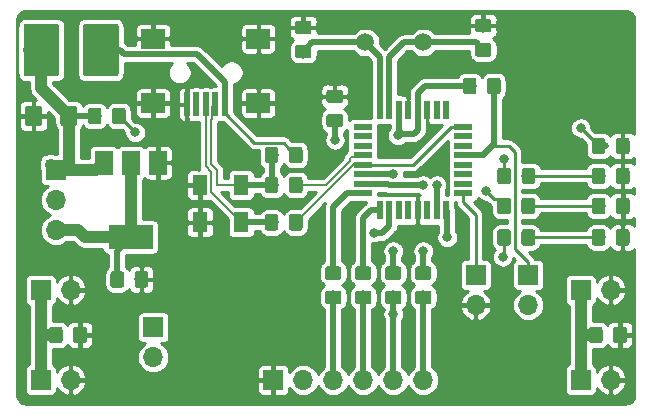
<source format=gbr>
G04 #@! TF.GenerationSoftware,KiCad,Pcbnew,(5.1.2)-2*
G04 #@! TF.CreationDate,2019-08-11T21:37:17+02:00*
G04 #@! TF.ProjectId,20190811_usbasp,32303139-3038-4313-915f-757362617370,rev?*
G04 #@! TF.SameCoordinates,Original*
G04 #@! TF.FileFunction,Copper,L1,Top*
G04 #@! TF.FilePolarity,Positive*
%FSLAX46Y46*%
G04 Gerber Fmt 4.6, Leading zero omitted, Abs format (unit mm)*
G04 Created by KiCad (PCBNEW (5.1.2)-2) date 2019-08-11 21:37:17*
%MOMM*%
%LPD*%
G04 APERTURE LIST*
%ADD10R,2.000000X1.700000*%
%ADD11R,0.500000X2.000000*%
%ADD12R,1.300000X1.700000*%
%ADD13C,0.100000*%
%ADD14C,1.425000*%
%ADD15R,1.600000X0.550000*%
%ADD16R,0.550000X1.600000*%
%ADD17R,1.500000X2.000000*%
%ADD18R,3.800000X2.000000*%
%ADD19C,1.150000*%
%ADD20C,1.500000*%
%ADD21O,1.700000X1.700000*%
%ADD22R,1.700000X1.700000*%
%ADD23C,3.025000*%
%ADD24C,0.800000*%
%ADD25C,0.508000*%
%ADD26C,1.016000*%
%ADD27C,0.254000*%
%ADD28C,0.200000*%
G04 APERTURE END LIST*
D10*
X136520000Y-117165000D03*
X136520000Y-122615000D03*
X145420000Y-117165000D03*
X145420000Y-122615000D03*
D11*
X139370000Y-122715000D03*
X140170000Y-122715000D03*
X140970000Y-122715000D03*
X141770000Y-122715000D03*
X142570000Y-122715000D03*
D12*
X140490000Y-129540000D03*
X143990000Y-129540000D03*
X140490000Y-132715000D03*
X143990000Y-132715000D03*
D13*
G36*
X126888504Y-122824204D02*
G01*
X126912773Y-122827804D01*
X126936571Y-122833765D01*
X126959671Y-122842030D01*
X126981849Y-122852520D01*
X127002893Y-122865133D01*
X127022598Y-122879747D01*
X127040777Y-122896223D01*
X127057253Y-122914402D01*
X127071867Y-122934107D01*
X127084480Y-122955151D01*
X127094970Y-122977329D01*
X127103235Y-123000429D01*
X127109196Y-123024227D01*
X127112796Y-123048496D01*
X127114000Y-123073000D01*
X127114000Y-124323000D01*
X127112796Y-124347504D01*
X127109196Y-124371773D01*
X127103235Y-124395571D01*
X127094970Y-124418671D01*
X127084480Y-124440849D01*
X127071867Y-124461893D01*
X127057253Y-124481598D01*
X127040777Y-124499777D01*
X127022598Y-124516253D01*
X127002893Y-124530867D01*
X126981849Y-124543480D01*
X126959671Y-124553970D01*
X126936571Y-124562235D01*
X126912773Y-124568196D01*
X126888504Y-124571796D01*
X126864000Y-124573000D01*
X125939000Y-124573000D01*
X125914496Y-124571796D01*
X125890227Y-124568196D01*
X125866429Y-124562235D01*
X125843329Y-124553970D01*
X125821151Y-124543480D01*
X125800107Y-124530867D01*
X125780402Y-124516253D01*
X125762223Y-124499777D01*
X125745747Y-124481598D01*
X125731133Y-124461893D01*
X125718520Y-124440849D01*
X125708030Y-124418671D01*
X125699765Y-124395571D01*
X125693804Y-124371773D01*
X125690204Y-124347504D01*
X125689000Y-124323000D01*
X125689000Y-123073000D01*
X125690204Y-123048496D01*
X125693804Y-123024227D01*
X125699765Y-123000429D01*
X125708030Y-122977329D01*
X125718520Y-122955151D01*
X125731133Y-122934107D01*
X125745747Y-122914402D01*
X125762223Y-122896223D01*
X125780402Y-122879747D01*
X125800107Y-122865133D01*
X125821151Y-122852520D01*
X125843329Y-122842030D01*
X125866429Y-122833765D01*
X125890227Y-122827804D01*
X125914496Y-122824204D01*
X125939000Y-122823000D01*
X126864000Y-122823000D01*
X126888504Y-122824204D01*
X126888504Y-122824204D01*
G37*
D14*
X126401500Y-123698000D03*
D13*
G36*
X129863504Y-122824204D02*
G01*
X129887773Y-122827804D01*
X129911571Y-122833765D01*
X129934671Y-122842030D01*
X129956849Y-122852520D01*
X129977893Y-122865133D01*
X129997598Y-122879747D01*
X130015777Y-122896223D01*
X130032253Y-122914402D01*
X130046867Y-122934107D01*
X130059480Y-122955151D01*
X130069970Y-122977329D01*
X130078235Y-123000429D01*
X130084196Y-123024227D01*
X130087796Y-123048496D01*
X130089000Y-123073000D01*
X130089000Y-124323000D01*
X130087796Y-124347504D01*
X130084196Y-124371773D01*
X130078235Y-124395571D01*
X130069970Y-124418671D01*
X130059480Y-124440849D01*
X130046867Y-124461893D01*
X130032253Y-124481598D01*
X130015777Y-124499777D01*
X129997598Y-124516253D01*
X129977893Y-124530867D01*
X129956849Y-124543480D01*
X129934671Y-124553970D01*
X129911571Y-124562235D01*
X129887773Y-124568196D01*
X129863504Y-124571796D01*
X129839000Y-124573000D01*
X128914000Y-124573000D01*
X128889496Y-124571796D01*
X128865227Y-124568196D01*
X128841429Y-124562235D01*
X128818329Y-124553970D01*
X128796151Y-124543480D01*
X128775107Y-124530867D01*
X128755402Y-124516253D01*
X128737223Y-124499777D01*
X128720747Y-124481598D01*
X128706133Y-124461893D01*
X128693520Y-124440849D01*
X128683030Y-124418671D01*
X128674765Y-124395571D01*
X128668804Y-124371773D01*
X128665204Y-124347504D01*
X128664000Y-124323000D01*
X128664000Y-123073000D01*
X128665204Y-123048496D01*
X128668804Y-123024227D01*
X128674765Y-123000429D01*
X128683030Y-122977329D01*
X128693520Y-122955151D01*
X128706133Y-122934107D01*
X128720747Y-122914402D01*
X128737223Y-122896223D01*
X128755402Y-122879747D01*
X128775107Y-122865133D01*
X128796151Y-122852520D01*
X128818329Y-122842030D01*
X128841429Y-122833765D01*
X128865227Y-122827804D01*
X128889496Y-122824204D01*
X128914000Y-122823000D01*
X129839000Y-122823000D01*
X129863504Y-122824204D01*
X129863504Y-122824204D01*
G37*
D14*
X129376500Y-123698000D03*
D15*
X162765000Y-124640000D03*
X162765000Y-125440000D03*
X162765000Y-126240000D03*
X162765000Y-127040000D03*
X162765000Y-127840000D03*
X162765000Y-128640000D03*
X162765000Y-129440000D03*
X162765000Y-130240000D03*
D16*
X161315000Y-131690000D03*
X160515000Y-131690000D03*
X159715000Y-131690000D03*
X158915000Y-131690000D03*
X158115000Y-131690000D03*
X157315000Y-131690000D03*
X156515000Y-131690000D03*
X155715000Y-131690000D03*
D15*
X154265000Y-130240000D03*
X154265000Y-129440000D03*
X154265000Y-128640000D03*
X154265000Y-127840000D03*
X154265000Y-127040000D03*
X154265000Y-126240000D03*
X154265000Y-125440000D03*
X154265000Y-124640000D03*
D16*
X155715000Y-123190000D03*
X156515000Y-123190000D03*
X157315000Y-123190000D03*
X158115000Y-123190000D03*
X158915000Y-123190000D03*
X159715000Y-123190000D03*
X160515000Y-123190000D03*
X161315000Y-123190000D03*
D17*
X136920000Y-127660000D03*
X132320000Y-127660000D03*
X134620000Y-127660000D03*
D18*
X134620000Y-133960000D03*
D13*
G36*
X168642505Y-128079204D02*
G01*
X168666773Y-128082804D01*
X168690572Y-128088765D01*
X168713671Y-128097030D01*
X168735850Y-128107520D01*
X168756893Y-128120132D01*
X168776599Y-128134747D01*
X168794777Y-128151223D01*
X168811253Y-128169401D01*
X168825868Y-128189107D01*
X168838480Y-128210150D01*
X168848970Y-128232329D01*
X168857235Y-128255428D01*
X168863196Y-128279227D01*
X168866796Y-128303495D01*
X168868000Y-128327999D01*
X168868000Y-129228001D01*
X168866796Y-129252505D01*
X168863196Y-129276773D01*
X168857235Y-129300572D01*
X168848970Y-129323671D01*
X168838480Y-129345850D01*
X168825868Y-129366893D01*
X168811253Y-129386599D01*
X168794777Y-129404777D01*
X168776599Y-129421253D01*
X168756893Y-129435868D01*
X168735850Y-129448480D01*
X168713671Y-129458970D01*
X168690572Y-129467235D01*
X168666773Y-129473196D01*
X168642505Y-129476796D01*
X168618001Y-129478000D01*
X167967999Y-129478000D01*
X167943495Y-129476796D01*
X167919227Y-129473196D01*
X167895428Y-129467235D01*
X167872329Y-129458970D01*
X167850150Y-129448480D01*
X167829107Y-129435868D01*
X167809401Y-129421253D01*
X167791223Y-129404777D01*
X167774747Y-129386599D01*
X167760132Y-129366893D01*
X167747520Y-129345850D01*
X167737030Y-129323671D01*
X167728765Y-129300572D01*
X167722804Y-129276773D01*
X167719204Y-129252505D01*
X167718000Y-129228001D01*
X167718000Y-128327999D01*
X167719204Y-128303495D01*
X167722804Y-128279227D01*
X167728765Y-128255428D01*
X167737030Y-128232329D01*
X167747520Y-128210150D01*
X167760132Y-128189107D01*
X167774747Y-128169401D01*
X167791223Y-128151223D01*
X167809401Y-128134747D01*
X167829107Y-128120132D01*
X167850150Y-128107520D01*
X167872329Y-128097030D01*
X167895428Y-128088765D01*
X167919227Y-128082804D01*
X167943495Y-128079204D01*
X167967999Y-128078000D01*
X168618001Y-128078000D01*
X168642505Y-128079204D01*
X168642505Y-128079204D01*
G37*
D19*
X168293000Y-128778000D03*
D13*
G36*
X166592505Y-128079204D02*
G01*
X166616773Y-128082804D01*
X166640572Y-128088765D01*
X166663671Y-128097030D01*
X166685850Y-128107520D01*
X166706893Y-128120132D01*
X166726599Y-128134747D01*
X166744777Y-128151223D01*
X166761253Y-128169401D01*
X166775868Y-128189107D01*
X166788480Y-128210150D01*
X166798970Y-128232329D01*
X166807235Y-128255428D01*
X166813196Y-128279227D01*
X166816796Y-128303495D01*
X166818000Y-128327999D01*
X166818000Y-129228001D01*
X166816796Y-129252505D01*
X166813196Y-129276773D01*
X166807235Y-129300572D01*
X166798970Y-129323671D01*
X166788480Y-129345850D01*
X166775868Y-129366893D01*
X166761253Y-129386599D01*
X166744777Y-129404777D01*
X166726599Y-129421253D01*
X166706893Y-129435868D01*
X166685850Y-129448480D01*
X166663671Y-129458970D01*
X166640572Y-129467235D01*
X166616773Y-129473196D01*
X166592505Y-129476796D01*
X166568001Y-129478000D01*
X165917999Y-129478000D01*
X165893495Y-129476796D01*
X165869227Y-129473196D01*
X165845428Y-129467235D01*
X165822329Y-129458970D01*
X165800150Y-129448480D01*
X165779107Y-129435868D01*
X165759401Y-129421253D01*
X165741223Y-129404777D01*
X165724747Y-129386599D01*
X165710132Y-129366893D01*
X165697520Y-129345850D01*
X165687030Y-129323671D01*
X165678765Y-129300572D01*
X165672804Y-129276773D01*
X165669204Y-129252505D01*
X165668000Y-129228001D01*
X165668000Y-128327999D01*
X165669204Y-128303495D01*
X165672804Y-128279227D01*
X165678765Y-128255428D01*
X165687030Y-128232329D01*
X165697520Y-128210150D01*
X165710132Y-128189107D01*
X165724747Y-128169401D01*
X165741223Y-128151223D01*
X165759401Y-128134747D01*
X165779107Y-128120132D01*
X165800150Y-128107520D01*
X165822329Y-128097030D01*
X165845428Y-128088765D01*
X165869227Y-128082804D01*
X165893495Y-128079204D01*
X165917999Y-128078000D01*
X166568001Y-128078000D01*
X166592505Y-128079204D01*
X166592505Y-128079204D01*
G37*
D19*
X166243000Y-128778000D03*
D13*
G36*
X133962505Y-122999204D02*
G01*
X133986773Y-123002804D01*
X134010572Y-123008765D01*
X134033671Y-123017030D01*
X134055850Y-123027520D01*
X134076893Y-123040132D01*
X134096599Y-123054747D01*
X134114777Y-123071223D01*
X134131253Y-123089401D01*
X134145868Y-123109107D01*
X134158480Y-123130150D01*
X134168970Y-123152329D01*
X134177235Y-123175428D01*
X134183196Y-123199227D01*
X134186796Y-123223495D01*
X134188000Y-123247999D01*
X134188000Y-124148001D01*
X134186796Y-124172505D01*
X134183196Y-124196773D01*
X134177235Y-124220572D01*
X134168970Y-124243671D01*
X134158480Y-124265850D01*
X134145868Y-124286893D01*
X134131253Y-124306599D01*
X134114777Y-124324777D01*
X134096599Y-124341253D01*
X134076893Y-124355868D01*
X134055850Y-124368480D01*
X134033671Y-124378970D01*
X134010572Y-124387235D01*
X133986773Y-124393196D01*
X133962505Y-124396796D01*
X133938001Y-124398000D01*
X133287999Y-124398000D01*
X133263495Y-124396796D01*
X133239227Y-124393196D01*
X133215428Y-124387235D01*
X133192329Y-124378970D01*
X133170150Y-124368480D01*
X133149107Y-124355868D01*
X133129401Y-124341253D01*
X133111223Y-124324777D01*
X133094747Y-124306599D01*
X133080132Y-124286893D01*
X133067520Y-124265850D01*
X133057030Y-124243671D01*
X133048765Y-124220572D01*
X133042804Y-124196773D01*
X133039204Y-124172505D01*
X133038000Y-124148001D01*
X133038000Y-123247999D01*
X133039204Y-123223495D01*
X133042804Y-123199227D01*
X133048765Y-123175428D01*
X133057030Y-123152329D01*
X133067520Y-123130150D01*
X133080132Y-123109107D01*
X133094747Y-123089401D01*
X133111223Y-123071223D01*
X133129401Y-123054747D01*
X133149107Y-123040132D01*
X133170150Y-123027520D01*
X133192329Y-123017030D01*
X133215428Y-123008765D01*
X133239227Y-123002804D01*
X133263495Y-122999204D01*
X133287999Y-122998000D01*
X133938001Y-122998000D01*
X133962505Y-122999204D01*
X133962505Y-122999204D01*
G37*
D19*
X133613000Y-123698000D03*
D13*
G36*
X131912505Y-122999204D02*
G01*
X131936773Y-123002804D01*
X131960572Y-123008765D01*
X131983671Y-123017030D01*
X132005850Y-123027520D01*
X132026893Y-123040132D01*
X132046599Y-123054747D01*
X132064777Y-123071223D01*
X132081253Y-123089401D01*
X132095868Y-123109107D01*
X132108480Y-123130150D01*
X132118970Y-123152329D01*
X132127235Y-123175428D01*
X132133196Y-123199227D01*
X132136796Y-123223495D01*
X132138000Y-123247999D01*
X132138000Y-124148001D01*
X132136796Y-124172505D01*
X132133196Y-124196773D01*
X132127235Y-124220572D01*
X132118970Y-124243671D01*
X132108480Y-124265850D01*
X132095868Y-124286893D01*
X132081253Y-124306599D01*
X132064777Y-124324777D01*
X132046599Y-124341253D01*
X132026893Y-124355868D01*
X132005850Y-124368480D01*
X131983671Y-124378970D01*
X131960572Y-124387235D01*
X131936773Y-124393196D01*
X131912505Y-124396796D01*
X131888001Y-124398000D01*
X131237999Y-124398000D01*
X131213495Y-124396796D01*
X131189227Y-124393196D01*
X131165428Y-124387235D01*
X131142329Y-124378970D01*
X131120150Y-124368480D01*
X131099107Y-124355868D01*
X131079401Y-124341253D01*
X131061223Y-124324777D01*
X131044747Y-124306599D01*
X131030132Y-124286893D01*
X131017520Y-124265850D01*
X131007030Y-124243671D01*
X130998765Y-124220572D01*
X130992804Y-124196773D01*
X130989204Y-124172505D01*
X130988000Y-124148001D01*
X130988000Y-123247999D01*
X130989204Y-123223495D01*
X130992804Y-123199227D01*
X130998765Y-123175428D01*
X131007030Y-123152329D01*
X131017520Y-123130150D01*
X131030132Y-123109107D01*
X131044747Y-123089401D01*
X131061223Y-123071223D01*
X131079401Y-123054747D01*
X131099107Y-123040132D01*
X131120150Y-123027520D01*
X131142329Y-123017030D01*
X131165428Y-123008765D01*
X131189227Y-123002804D01*
X131213495Y-122999204D01*
X131237999Y-122998000D01*
X131888001Y-122998000D01*
X131912505Y-122999204D01*
X131912505Y-122999204D01*
G37*
D19*
X131563000Y-123698000D03*
D13*
G36*
X168624505Y-133286204D02*
G01*
X168648773Y-133289804D01*
X168672572Y-133295765D01*
X168695671Y-133304030D01*
X168717850Y-133314520D01*
X168738893Y-133327132D01*
X168758599Y-133341747D01*
X168776777Y-133358223D01*
X168793253Y-133376401D01*
X168807868Y-133396107D01*
X168820480Y-133417150D01*
X168830970Y-133439329D01*
X168839235Y-133462428D01*
X168845196Y-133486227D01*
X168848796Y-133510495D01*
X168850000Y-133534999D01*
X168850000Y-134435001D01*
X168848796Y-134459505D01*
X168845196Y-134483773D01*
X168839235Y-134507572D01*
X168830970Y-134530671D01*
X168820480Y-134552850D01*
X168807868Y-134573893D01*
X168793253Y-134593599D01*
X168776777Y-134611777D01*
X168758599Y-134628253D01*
X168738893Y-134642868D01*
X168717850Y-134655480D01*
X168695671Y-134665970D01*
X168672572Y-134674235D01*
X168648773Y-134680196D01*
X168624505Y-134683796D01*
X168600001Y-134685000D01*
X167949999Y-134685000D01*
X167925495Y-134683796D01*
X167901227Y-134680196D01*
X167877428Y-134674235D01*
X167854329Y-134665970D01*
X167832150Y-134655480D01*
X167811107Y-134642868D01*
X167791401Y-134628253D01*
X167773223Y-134611777D01*
X167756747Y-134593599D01*
X167742132Y-134573893D01*
X167729520Y-134552850D01*
X167719030Y-134530671D01*
X167710765Y-134507572D01*
X167704804Y-134483773D01*
X167701204Y-134459505D01*
X167700000Y-134435001D01*
X167700000Y-133534999D01*
X167701204Y-133510495D01*
X167704804Y-133486227D01*
X167710765Y-133462428D01*
X167719030Y-133439329D01*
X167729520Y-133417150D01*
X167742132Y-133396107D01*
X167756747Y-133376401D01*
X167773223Y-133358223D01*
X167791401Y-133341747D01*
X167811107Y-133327132D01*
X167832150Y-133314520D01*
X167854329Y-133304030D01*
X167877428Y-133295765D01*
X167901227Y-133289804D01*
X167925495Y-133286204D01*
X167949999Y-133285000D01*
X168600001Y-133285000D01*
X168624505Y-133286204D01*
X168624505Y-133286204D01*
G37*
D19*
X168275000Y-133985000D03*
D13*
G36*
X166574505Y-133286204D02*
G01*
X166598773Y-133289804D01*
X166622572Y-133295765D01*
X166645671Y-133304030D01*
X166667850Y-133314520D01*
X166688893Y-133327132D01*
X166708599Y-133341747D01*
X166726777Y-133358223D01*
X166743253Y-133376401D01*
X166757868Y-133396107D01*
X166770480Y-133417150D01*
X166780970Y-133439329D01*
X166789235Y-133462428D01*
X166795196Y-133486227D01*
X166798796Y-133510495D01*
X166800000Y-133534999D01*
X166800000Y-134435001D01*
X166798796Y-134459505D01*
X166795196Y-134483773D01*
X166789235Y-134507572D01*
X166780970Y-134530671D01*
X166770480Y-134552850D01*
X166757868Y-134573893D01*
X166743253Y-134593599D01*
X166726777Y-134611777D01*
X166708599Y-134628253D01*
X166688893Y-134642868D01*
X166667850Y-134655480D01*
X166645671Y-134665970D01*
X166622572Y-134674235D01*
X166598773Y-134680196D01*
X166574505Y-134683796D01*
X166550001Y-134685000D01*
X165899999Y-134685000D01*
X165875495Y-134683796D01*
X165851227Y-134680196D01*
X165827428Y-134674235D01*
X165804329Y-134665970D01*
X165782150Y-134655480D01*
X165761107Y-134642868D01*
X165741401Y-134628253D01*
X165723223Y-134611777D01*
X165706747Y-134593599D01*
X165692132Y-134573893D01*
X165679520Y-134552850D01*
X165669030Y-134530671D01*
X165660765Y-134507572D01*
X165654804Y-134483773D01*
X165651204Y-134459505D01*
X165650000Y-134435001D01*
X165650000Y-133534999D01*
X165651204Y-133510495D01*
X165654804Y-133486227D01*
X165660765Y-133462428D01*
X165669030Y-133439329D01*
X165679520Y-133417150D01*
X165692132Y-133396107D01*
X165706747Y-133376401D01*
X165723223Y-133358223D01*
X165741401Y-133341747D01*
X165761107Y-133327132D01*
X165782150Y-133314520D01*
X165804329Y-133304030D01*
X165827428Y-133295765D01*
X165851227Y-133289804D01*
X165875495Y-133286204D01*
X165899999Y-133285000D01*
X166550001Y-133285000D01*
X166574505Y-133286204D01*
X166574505Y-133286204D01*
G37*
D19*
X166225000Y-133985000D03*
D13*
G36*
X168624505Y-130619204D02*
G01*
X168648773Y-130622804D01*
X168672572Y-130628765D01*
X168695671Y-130637030D01*
X168717850Y-130647520D01*
X168738893Y-130660132D01*
X168758599Y-130674747D01*
X168776777Y-130691223D01*
X168793253Y-130709401D01*
X168807868Y-130729107D01*
X168820480Y-130750150D01*
X168830970Y-130772329D01*
X168839235Y-130795428D01*
X168845196Y-130819227D01*
X168848796Y-130843495D01*
X168850000Y-130867999D01*
X168850000Y-131768001D01*
X168848796Y-131792505D01*
X168845196Y-131816773D01*
X168839235Y-131840572D01*
X168830970Y-131863671D01*
X168820480Y-131885850D01*
X168807868Y-131906893D01*
X168793253Y-131926599D01*
X168776777Y-131944777D01*
X168758599Y-131961253D01*
X168738893Y-131975868D01*
X168717850Y-131988480D01*
X168695671Y-131998970D01*
X168672572Y-132007235D01*
X168648773Y-132013196D01*
X168624505Y-132016796D01*
X168600001Y-132018000D01*
X167949999Y-132018000D01*
X167925495Y-132016796D01*
X167901227Y-132013196D01*
X167877428Y-132007235D01*
X167854329Y-131998970D01*
X167832150Y-131988480D01*
X167811107Y-131975868D01*
X167791401Y-131961253D01*
X167773223Y-131944777D01*
X167756747Y-131926599D01*
X167742132Y-131906893D01*
X167729520Y-131885850D01*
X167719030Y-131863671D01*
X167710765Y-131840572D01*
X167704804Y-131816773D01*
X167701204Y-131792505D01*
X167700000Y-131768001D01*
X167700000Y-130867999D01*
X167701204Y-130843495D01*
X167704804Y-130819227D01*
X167710765Y-130795428D01*
X167719030Y-130772329D01*
X167729520Y-130750150D01*
X167742132Y-130729107D01*
X167756747Y-130709401D01*
X167773223Y-130691223D01*
X167791401Y-130674747D01*
X167811107Y-130660132D01*
X167832150Y-130647520D01*
X167854329Y-130637030D01*
X167877428Y-130628765D01*
X167901227Y-130622804D01*
X167925495Y-130619204D01*
X167949999Y-130618000D01*
X168600001Y-130618000D01*
X168624505Y-130619204D01*
X168624505Y-130619204D01*
G37*
D19*
X168275000Y-131318000D03*
D13*
G36*
X166574505Y-130619204D02*
G01*
X166598773Y-130622804D01*
X166622572Y-130628765D01*
X166645671Y-130637030D01*
X166667850Y-130647520D01*
X166688893Y-130660132D01*
X166708599Y-130674747D01*
X166726777Y-130691223D01*
X166743253Y-130709401D01*
X166757868Y-130729107D01*
X166770480Y-130750150D01*
X166780970Y-130772329D01*
X166789235Y-130795428D01*
X166795196Y-130819227D01*
X166798796Y-130843495D01*
X166800000Y-130867999D01*
X166800000Y-131768001D01*
X166798796Y-131792505D01*
X166795196Y-131816773D01*
X166789235Y-131840572D01*
X166780970Y-131863671D01*
X166770480Y-131885850D01*
X166757868Y-131906893D01*
X166743253Y-131926599D01*
X166726777Y-131944777D01*
X166708599Y-131961253D01*
X166688893Y-131975868D01*
X166667850Y-131988480D01*
X166645671Y-131998970D01*
X166622572Y-132007235D01*
X166598773Y-132013196D01*
X166574505Y-132016796D01*
X166550001Y-132018000D01*
X165899999Y-132018000D01*
X165875495Y-132016796D01*
X165851227Y-132013196D01*
X165827428Y-132007235D01*
X165804329Y-131998970D01*
X165782150Y-131988480D01*
X165761107Y-131975868D01*
X165741401Y-131961253D01*
X165723223Y-131944777D01*
X165706747Y-131926599D01*
X165692132Y-131906893D01*
X165679520Y-131885850D01*
X165669030Y-131863671D01*
X165660765Y-131840572D01*
X165654804Y-131816773D01*
X165651204Y-131792505D01*
X165650000Y-131768001D01*
X165650000Y-130867999D01*
X165651204Y-130843495D01*
X165654804Y-130819227D01*
X165660765Y-130795428D01*
X165669030Y-130772329D01*
X165679520Y-130750150D01*
X165692132Y-130729107D01*
X165706747Y-130709401D01*
X165723223Y-130691223D01*
X165741401Y-130674747D01*
X165761107Y-130660132D01*
X165782150Y-130647520D01*
X165804329Y-130637030D01*
X165827428Y-130628765D01*
X165851227Y-130622804D01*
X165875495Y-130619204D01*
X165899999Y-130618000D01*
X166550001Y-130618000D01*
X166574505Y-130619204D01*
X166574505Y-130619204D01*
G37*
D19*
X166225000Y-131318000D03*
D13*
G36*
X146889505Y-126301204D02*
G01*
X146913773Y-126304804D01*
X146937572Y-126310765D01*
X146960671Y-126319030D01*
X146982850Y-126329520D01*
X147003893Y-126342132D01*
X147023599Y-126356747D01*
X147041777Y-126373223D01*
X147058253Y-126391401D01*
X147072868Y-126411107D01*
X147085480Y-126432150D01*
X147095970Y-126454329D01*
X147104235Y-126477428D01*
X147110196Y-126501227D01*
X147113796Y-126525495D01*
X147115000Y-126549999D01*
X147115000Y-127450001D01*
X147113796Y-127474505D01*
X147110196Y-127498773D01*
X147104235Y-127522572D01*
X147095970Y-127545671D01*
X147085480Y-127567850D01*
X147072868Y-127588893D01*
X147058253Y-127608599D01*
X147041777Y-127626777D01*
X147023599Y-127643253D01*
X147003893Y-127657868D01*
X146982850Y-127670480D01*
X146960671Y-127680970D01*
X146937572Y-127689235D01*
X146913773Y-127695196D01*
X146889505Y-127698796D01*
X146865001Y-127700000D01*
X146214999Y-127700000D01*
X146190495Y-127698796D01*
X146166227Y-127695196D01*
X146142428Y-127689235D01*
X146119329Y-127680970D01*
X146097150Y-127670480D01*
X146076107Y-127657868D01*
X146056401Y-127643253D01*
X146038223Y-127626777D01*
X146021747Y-127608599D01*
X146007132Y-127588893D01*
X145994520Y-127567850D01*
X145984030Y-127545671D01*
X145975765Y-127522572D01*
X145969804Y-127498773D01*
X145966204Y-127474505D01*
X145965000Y-127450001D01*
X145965000Y-126549999D01*
X145966204Y-126525495D01*
X145969804Y-126501227D01*
X145975765Y-126477428D01*
X145984030Y-126454329D01*
X145994520Y-126432150D01*
X146007132Y-126411107D01*
X146021747Y-126391401D01*
X146038223Y-126373223D01*
X146056401Y-126356747D01*
X146076107Y-126342132D01*
X146097150Y-126329520D01*
X146119329Y-126319030D01*
X146142428Y-126310765D01*
X146166227Y-126304804D01*
X146190495Y-126301204D01*
X146214999Y-126300000D01*
X146865001Y-126300000D01*
X146889505Y-126301204D01*
X146889505Y-126301204D01*
G37*
D19*
X146540000Y-127000000D03*
D13*
G36*
X148939505Y-126301204D02*
G01*
X148963773Y-126304804D01*
X148987572Y-126310765D01*
X149010671Y-126319030D01*
X149032850Y-126329520D01*
X149053893Y-126342132D01*
X149073599Y-126356747D01*
X149091777Y-126373223D01*
X149108253Y-126391401D01*
X149122868Y-126411107D01*
X149135480Y-126432150D01*
X149145970Y-126454329D01*
X149154235Y-126477428D01*
X149160196Y-126501227D01*
X149163796Y-126525495D01*
X149165000Y-126549999D01*
X149165000Y-127450001D01*
X149163796Y-127474505D01*
X149160196Y-127498773D01*
X149154235Y-127522572D01*
X149145970Y-127545671D01*
X149135480Y-127567850D01*
X149122868Y-127588893D01*
X149108253Y-127608599D01*
X149091777Y-127626777D01*
X149073599Y-127643253D01*
X149053893Y-127657868D01*
X149032850Y-127670480D01*
X149010671Y-127680970D01*
X148987572Y-127689235D01*
X148963773Y-127695196D01*
X148939505Y-127698796D01*
X148915001Y-127700000D01*
X148264999Y-127700000D01*
X148240495Y-127698796D01*
X148216227Y-127695196D01*
X148192428Y-127689235D01*
X148169329Y-127680970D01*
X148147150Y-127670480D01*
X148126107Y-127657868D01*
X148106401Y-127643253D01*
X148088223Y-127626777D01*
X148071747Y-127608599D01*
X148057132Y-127588893D01*
X148044520Y-127567850D01*
X148034030Y-127545671D01*
X148025765Y-127522572D01*
X148019804Y-127498773D01*
X148016204Y-127474505D01*
X148015000Y-127450001D01*
X148015000Y-126549999D01*
X148016204Y-126525495D01*
X148019804Y-126501227D01*
X148025765Y-126477428D01*
X148034030Y-126454329D01*
X148044520Y-126432150D01*
X148057132Y-126411107D01*
X148071747Y-126391401D01*
X148088223Y-126373223D01*
X148106401Y-126356747D01*
X148126107Y-126342132D01*
X148147150Y-126329520D01*
X148169329Y-126319030D01*
X148192428Y-126310765D01*
X148216227Y-126304804D01*
X148240495Y-126301204D01*
X148264999Y-126300000D01*
X148915001Y-126300000D01*
X148939505Y-126301204D01*
X148939505Y-126301204D01*
G37*
D19*
X148590000Y-127000000D03*
D13*
G36*
X148939505Y-132016204D02*
G01*
X148963773Y-132019804D01*
X148987572Y-132025765D01*
X149010671Y-132034030D01*
X149032850Y-132044520D01*
X149053893Y-132057132D01*
X149073599Y-132071747D01*
X149091777Y-132088223D01*
X149108253Y-132106401D01*
X149122868Y-132126107D01*
X149135480Y-132147150D01*
X149145970Y-132169329D01*
X149154235Y-132192428D01*
X149160196Y-132216227D01*
X149163796Y-132240495D01*
X149165000Y-132264999D01*
X149165000Y-133165001D01*
X149163796Y-133189505D01*
X149160196Y-133213773D01*
X149154235Y-133237572D01*
X149145970Y-133260671D01*
X149135480Y-133282850D01*
X149122868Y-133303893D01*
X149108253Y-133323599D01*
X149091777Y-133341777D01*
X149073599Y-133358253D01*
X149053893Y-133372868D01*
X149032850Y-133385480D01*
X149010671Y-133395970D01*
X148987572Y-133404235D01*
X148963773Y-133410196D01*
X148939505Y-133413796D01*
X148915001Y-133415000D01*
X148264999Y-133415000D01*
X148240495Y-133413796D01*
X148216227Y-133410196D01*
X148192428Y-133404235D01*
X148169329Y-133395970D01*
X148147150Y-133385480D01*
X148126107Y-133372868D01*
X148106401Y-133358253D01*
X148088223Y-133341777D01*
X148071747Y-133323599D01*
X148057132Y-133303893D01*
X148044520Y-133282850D01*
X148034030Y-133260671D01*
X148025765Y-133237572D01*
X148019804Y-133213773D01*
X148016204Y-133189505D01*
X148015000Y-133165001D01*
X148015000Y-132264999D01*
X148016204Y-132240495D01*
X148019804Y-132216227D01*
X148025765Y-132192428D01*
X148034030Y-132169329D01*
X148044520Y-132147150D01*
X148057132Y-132126107D01*
X148071747Y-132106401D01*
X148088223Y-132088223D01*
X148106401Y-132071747D01*
X148126107Y-132057132D01*
X148147150Y-132044520D01*
X148169329Y-132034030D01*
X148192428Y-132025765D01*
X148216227Y-132019804D01*
X148240495Y-132016204D01*
X148264999Y-132015000D01*
X148915001Y-132015000D01*
X148939505Y-132016204D01*
X148939505Y-132016204D01*
G37*
D19*
X148590000Y-132715000D03*
D13*
G36*
X146889505Y-132016204D02*
G01*
X146913773Y-132019804D01*
X146937572Y-132025765D01*
X146960671Y-132034030D01*
X146982850Y-132044520D01*
X147003893Y-132057132D01*
X147023599Y-132071747D01*
X147041777Y-132088223D01*
X147058253Y-132106401D01*
X147072868Y-132126107D01*
X147085480Y-132147150D01*
X147095970Y-132169329D01*
X147104235Y-132192428D01*
X147110196Y-132216227D01*
X147113796Y-132240495D01*
X147115000Y-132264999D01*
X147115000Y-133165001D01*
X147113796Y-133189505D01*
X147110196Y-133213773D01*
X147104235Y-133237572D01*
X147095970Y-133260671D01*
X147085480Y-133282850D01*
X147072868Y-133303893D01*
X147058253Y-133323599D01*
X147041777Y-133341777D01*
X147023599Y-133358253D01*
X147003893Y-133372868D01*
X146982850Y-133385480D01*
X146960671Y-133395970D01*
X146937572Y-133404235D01*
X146913773Y-133410196D01*
X146889505Y-133413796D01*
X146865001Y-133415000D01*
X146214999Y-133415000D01*
X146190495Y-133413796D01*
X146166227Y-133410196D01*
X146142428Y-133404235D01*
X146119329Y-133395970D01*
X146097150Y-133385480D01*
X146076107Y-133372868D01*
X146056401Y-133358253D01*
X146038223Y-133341777D01*
X146021747Y-133323599D01*
X146007132Y-133303893D01*
X145994520Y-133282850D01*
X145984030Y-133260671D01*
X145975765Y-133237572D01*
X145969804Y-133213773D01*
X145966204Y-133189505D01*
X145965000Y-133165001D01*
X145965000Y-132264999D01*
X145966204Y-132240495D01*
X145969804Y-132216227D01*
X145975765Y-132192428D01*
X145984030Y-132169329D01*
X145994520Y-132147150D01*
X146007132Y-132126107D01*
X146021747Y-132106401D01*
X146038223Y-132088223D01*
X146056401Y-132071747D01*
X146076107Y-132057132D01*
X146097150Y-132044520D01*
X146119329Y-132034030D01*
X146142428Y-132025765D01*
X146166227Y-132019804D01*
X146190495Y-132016204D01*
X146214999Y-132015000D01*
X146865001Y-132015000D01*
X146889505Y-132016204D01*
X146889505Y-132016204D01*
G37*
D19*
X146540000Y-132715000D03*
D13*
G36*
X148939505Y-128841204D02*
G01*
X148963773Y-128844804D01*
X148987572Y-128850765D01*
X149010671Y-128859030D01*
X149032850Y-128869520D01*
X149053893Y-128882132D01*
X149073599Y-128896747D01*
X149091777Y-128913223D01*
X149108253Y-128931401D01*
X149122868Y-128951107D01*
X149135480Y-128972150D01*
X149145970Y-128994329D01*
X149154235Y-129017428D01*
X149160196Y-129041227D01*
X149163796Y-129065495D01*
X149165000Y-129089999D01*
X149165000Y-129990001D01*
X149163796Y-130014505D01*
X149160196Y-130038773D01*
X149154235Y-130062572D01*
X149145970Y-130085671D01*
X149135480Y-130107850D01*
X149122868Y-130128893D01*
X149108253Y-130148599D01*
X149091777Y-130166777D01*
X149073599Y-130183253D01*
X149053893Y-130197868D01*
X149032850Y-130210480D01*
X149010671Y-130220970D01*
X148987572Y-130229235D01*
X148963773Y-130235196D01*
X148939505Y-130238796D01*
X148915001Y-130240000D01*
X148264999Y-130240000D01*
X148240495Y-130238796D01*
X148216227Y-130235196D01*
X148192428Y-130229235D01*
X148169329Y-130220970D01*
X148147150Y-130210480D01*
X148126107Y-130197868D01*
X148106401Y-130183253D01*
X148088223Y-130166777D01*
X148071747Y-130148599D01*
X148057132Y-130128893D01*
X148044520Y-130107850D01*
X148034030Y-130085671D01*
X148025765Y-130062572D01*
X148019804Y-130038773D01*
X148016204Y-130014505D01*
X148015000Y-129990001D01*
X148015000Y-129089999D01*
X148016204Y-129065495D01*
X148019804Y-129041227D01*
X148025765Y-129017428D01*
X148034030Y-128994329D01*
X148044520Y-128972150D01*
X148057132Y-128951107D01*
X148071747Y-128931401D01*
X148088223Y-128913223D01*
X148106401Y-128896747D01*
X148126107Y-128882132D01*
X148147150Y-128869520D01*
X148169329Y-128859030D01*
X148192428Y-128850765D01*
X148216227Y-128844804D01*
X148240495Y-128841204D01*
X148264999Y-128840000D01*
X148915001Y-128840000D01*
X148939505Y-128841204D01*
X148939505Y-128841204D01*
G37*
D19*
X148590000Y-129540000D03*
D13*
G36*
X146889505Y-128841204D02*
G01*
X146913773Y-128844804D01*
X146937572Y-128850765D01*
X146960671Y-128859030D01*
X146982850Y-128869520D01*
X147003893Y-128882132D01*
X147023599Y-128896747D01*
X147041777Y-128913223D01*
X147058253Y-128931401D01*
X147072868Y-128951107D01*
X147085480Y-128972150D01*
X147095970Y-128994329D01*
X147104235Y-129017428D01*
X147110196Y-129041227D01*
X147113796Y-129065495D01*
X147115000Y-129089999D01*
X147115000Y-129990001D01*
X147113796Y-130014505D01*
X147110196Y-130038773D01*
X147104235Y-130062572D01*
X147095970Y-130085671D01*
X147085480Y-130107850D01*
X147072868Y-130128893D01*
X147058253Y-130148599D01*
X147041777Y-130166777D01*
X147023599Y-130183253D01*
X147003893Y-130197868D01*
X146982850Y-130210480D01*
X146960671Y-130220970D01*
X146937572Y-130229235D01*
X146913773Y-130235196D01*
X146889505Y-130238796D01*
X146865001Y-130240000D01*
X146214999Y-130240000D01*
X146190495Y-130238796D01*
X146166227Y-130235196D01*
X146142428Y-130229235D01*
X146119329Y-130220970D01*
X146097150Y-130210480D01*
X146076107Y-130197868D01*
X146056401Y-130183253D01*
X146038223Y-130166777D01*
X146021747Y-130148599D01*
X146007132Y-130128893D01*
X145994520Y-130107850D01*
X145984030Y-130085671D01*
X145975765Y-130062572D01*
X145969804Y-130038773D01*
X145966204Y-130014505D01*
X145965000Y-129990001D01*
X145965000Y-129089999D01*
X145966204Y-129065495D01*
X145969804Y-129041227D01*
X145975765Y-129017428D01*
X145984030Y-128994329D01*
X145994520Y-128972150D01*
X146007132Y-128951107D01*
X146021747Y-128931401D01*
X146038223Y-128913223D01*
X146056401Y-128896747D01*
X146076107Y-128882132D01*
X146097150Y-128869520D01*
X146119329Y-128859030D01*
X146142428Y-128850765D01*
X146166227Y-128844804D01*
X146190495Y-128841204D01*
X146214999Y-128840000D01*
X146865001Y-128840000D01*
X146889505Y-128841204D01*
X146889505Y-128841204D01*
G37*
D19*
X146540000Y-129540000D03*
D13*
G36*
X157319505Y-138491204D02*
G01*
X157343773Y-138494804D01*
X157367572Y-138500765D01*
X157390671Y-138509030D01*
X157412850Y-138519520D01*
X157433893Y-138532132D01*
X157453599Y-138546747D01*
X157471777Y-138563223D01*
X157488253Y-138581401D01*
X157502868Y-138601107D01*
X157515480Y-138622150D01*
X157525970Y-138644329D01*
X157534235Y-138667428D01*
X157540196Y-138691227D01*
X157543796Y-138715495D01*
X157545000Y-138739999D01*
X157545000Y-139390001D01*
X157543796Y-139414505D01*
X157540196Y-139438773D01*
X157534235Y-139462572D01*
X157525970Y-139485671D01*
X157515480Y-139507850D01*
X157502868Y-139528893D01*
X157488253Y-139548599D01*
X157471777Y-139566777D01*
X157453599Y-139583253D01*
X157433893Y-139597868D01*
X157412850Y-139610480D01*
X157390671Y-139620970D01*
X157367572Y-139629235D01*
X157343773Y-139635196D01*
X157319505Y-139638796D01*
X157295001Y-139640000D01*
X156394999Y-139640000D01*
X156370495Y-139638796D01*
X156346227Y-139635196D01*
X156322428Y-139629235D01*
X156299329Y-139620970D01*
X156277150Y-139610480D01*
X156256107Y-139597868D01*
X156236401Y-139583253D01*
X156218223Y-139566777D01*
X156201747Y-139548599D01*
X156187132Y-139528893D01*
X156174520Y-139507850D01*
X156164030Y-139485671D01*
X156155765Y-139462572D01*
X156149804Y-139438773D01*
X156146204Y-139414505D01*
X156145000Y-139390001D01*
X156145000Y-138739999D01*
X156146204Y-138715495D01*
X156149804Y-138691227D01*
X156155765Y-138667428D01*
X156164030Y-138644329D01*
X156174520Y-138622150D01*
X156187132Y-138601107D01*
X156201747Y-138581401D01*
X156218223Y-138563223D01*
X156236401Y-138546747D01*
X156256107Y-138532132D01*
X156277150Y-138519520D01*
X156299329Y-138509030D01*
X156322428Y-138500765D01*
X156346227Y-138494804D01*
X156370495Y-138491204D01*
X156394999Y-138490000D01*
X157295001Y-138490000D01*
X157319505Y-138491204D01*
X157319505Y-138491204D01*
G37*
D19*
X156845000Y-139065000D03*
D13*
G36*
X157319505Y-136441204D02*
G01*
X157343773Y-136444804D01*
X157367572Y-136450765D01*
X157390671Y-136459030D01*
X157412850Y-136469520D01*
X157433893Y-136482132D01*
X157453599Y-136496747D01*
X157471777Y-136513223D01*
X157488253Y-136531401D01*
X157502868Y-136551107D01*
X157515480Y-136572150D01*
X157525970Y-136594329D01*
X157534235Y-136617428D01*
X157540196Y-136641227D01*
X157543796Y-136665495D01*
X157545000Y-136689999D01*
X157545000Y-137340001D01*
X157543796Y-137364505D01*
X157540196Y-137388773D01*
X157534235Y-137412572D01*
X157525970Y-137435671D01*
X157515480Y-137457850D01*
X157502868Y-137478893D01*
X157488253Y-137498599D01*
X157471777Y-137516777D01*
X157453599Y-137533253D01*
X157433893Y-137547868D01*
X157412850Y-137560480D01*
X157390671Y-137570970D01*
X157367572Y-137579235D01*
X157343773Y-137585196D01*
X157319505Y-137588796D01*
X157295001Y-137590000D01*
X156394999Y-137590000D01*
X156370495Y-137588796D01*
X156346227Y-137585196D01*
X156322428Y-137579235D01*
X156299329Y-137570970D01*
X156277150Y-137560480D01*
X156256107Y-137547868D01*
X156236401Y-137533253D01*
X156218223Y-137516777D01*
X156201747Y-137498599D01*
X156187132Y-137478893D01*
X156174520Y-137457850D01*
X156164030Y-137435671D01*
X156155765Y-137412572D01*
X156149804Y-137388773D01*
X156146204Y-137364505D01*
X156145000Y-137340001D01*
X156145000Y-136689999D01*
X156146204Y-136665495D01*
X156149804Y-136641227D01*
X156155765Y-136617428D01*
X156164030Y-136594329D01*
X156174520Y-136572150D01*
X156187132Y-136551107D01*
X156201747Y-136531401D01*
X156218223Y-136513223D01*
X156236401Y-136496747D01*
X156256107Y-136482132D01*
X156277150Y-136469520D01*
X156299329Y-136459030D01*
X156322428Y-136450765D01*
X156346227Y-136444804D01*
X156370495Y-136441204D01*
X156394999Y-136440000D01*
X157295001Y-136440000D01*
X157319505Y-136441204D01*
X157319505Y-136441204D01*
G37*
D19*
X156845000Y-137015000D03*
D13*
G36*
X159859505Y-138491204D02*
G01*
X159883773Y-138494804D01*
X159907572Y-138500765D01*
X159930671Y-138509030D01*
X159952850Y-138519520D01*
X159973893Y-138532132D01*
X159993599Y-138546747D01*
X160011777Y-138563223D01*
X160028253Y-138581401D01*
X160042868Y-138601107D01*
X160055480Y-138622150D01*
X160065970Y-138644329D01*
X160074235Y-138667428D01*
X160080196Y-138691227D01*
X160083796Y-138715495D01*
X160085000Y-138739999D01*
X160085000Y-139390001D01*
X160083796Y-139414505D01*
X160080196Y-139438773D01*
X160074235Y-139462572D01*
X160065970Y-139485671D01*
X160055480Y-139507850D01*
X160042868Y-139528893D01*
X160028253Y-139548599D01*
X160011777Y-139566777D01*
X159993599Y-139583253D01*
X159973893Y-139597868D01*
X159952850Y-139610480D01*
X159930671Y-139620970D01*
X159907572Y-139629235D01*
X159883773Y-139635196D01*
X159859505Y-139638796D01*
X159835001Y-139640000D01*
X158934999Y-139640000D01*
X158910495Y-139638796D01*
X158886227Y-139635196D01*
X158862428Y-139629235D01*
X158839329Y-139620970D01*
X158817150Y-139610480D01*
X158796107Y-139597868D01*
X158776401Y-139583253D01*
X158758223Y-139566777D01*
X158741747Y-139548599D01*
X158727132Y-139528893D01*
X158714520Y-139507850D01*
X158704030Y-139485671D01*
X158695765Y-139462572D01*
X158689804Y-139438773D01*
X158686204Y-139414505D01*
X158685000Y-139390001D01*
X158685000Y-138739999D01*
X158686204Y-138715495D01*
X158689804Y-138691227D01*
X158695765Y-138667428D01*
X158704030Y-138644329D01*
X158714520Y-138622150D01*
X158727132Y-138601107D01*
X158741747Y-138581401D01*
X158758223Y-138563223D01*
X158776401Y-138546747D01*
X158796107Y-138532132D01*
X158817150Y-138519520D01*
X158839329Y-138509030D01*
X158862428Y-138500765D01*
X158886227Y-138494804D01*
X158910495Y-138491204D01*
X158934999Y-138490000D01*
X159835001Y-138490000D01*
X159859505Y-138491204D01*
X159859505Y-138491204D01*
G37*
D19*
X159385000Y-139065000D03*
D13*
G36*
X159859505Y-136441204D02*
G01*
X159883773Y-136444804D01*
X159907572Y-136450765D01*
X159930671Y-136459030D01*
X159952850Y-136469520D01*
X159973893Y-136482132D01*
X159993599Y-136496747D01*
X160011777Y-136513223D01*
X160028253Y-136531401D01*
X160042868Y-136551107D01*
X160055480Y-136572150D01*
X160065970Y-136594329D01*
X160074235Y-136617428D01*
X160080196Y-136641227D01*
X160083796Y-136665495D01*
X160085000Y-136689999D01*
X160085000Y-137340001D01*
X160083796Y-137364505D01*
X160080196Y-137388773D01*
X160074235Y-137412572D01*
X160065970Y-137435671D01*
X160055480Y-137457850D01*
X160042868Y-137478893D01*
X160028253Y-137498599D01*
X160011777Y-137516777D01*
X159993599Y-137533253D01*
X159973893Y-137547868D01*
X159952850Y-137560480D01*
X159930671Y-137570970D01*
X159907572Y-137579235D01*
X159883773Y-137585196D01*
X159859505Y-137588796D01*
X159835001Y-137590000D01*
X158934999Y-137590000D01*
X158910495Y-137588796D01*
X158886227Y-137585196D01*
X158862428Y-137579235D01*
X158839329Y-137570970D01*
X158817150Y-137560480D01*
X158796107Y-137547868D01*
X158776401Y-137533253D01*
X158758223Y-137516777D01*
X158741747Y-137498599D01*
X158727132Y-137478893D01*
X158714520Y-137457850D01*
X158704030Y-137435671D01*
X158695765Y-137412572D01*
X158689804Y-137388773D01*
X158686204Y-137364505D01*
X158685000Y-137340001D01*
X158685000Y-136689999D01*
X158686204Y-136665495D01*
X158689804Y-136641227D01*
X158695765Y-136617428D01*
X158704030Y-136594329D01*
X158714520Y-136572150D01*
X158727132Y-136551107D01*
X158741747Y-136531401D01*
X158758223Y-136513223D01*
X158776401Y-136496747D01*
X158796107Y-136482132D01*
X158817150Y-136469520D01*
X158839329Y-136459030D01*
X158862428Y-136450765D01*
X158886227Y-136444804D01*
X158910495Y-136441204D01*
X158934999Y-136440000D01*
X159835001Y-136440000D01*
X159859505Y-136441204D01*
X159859505Y-136441204D01*
G37*
D19*
X159385000Y-137015000D03*
D13*
G36*
X152239505Y-138491204D02*
G01*
X152263773Y-138494804D01*
X152287572Y-138500765D01*
X152310671Y-138509030D01*
X152332850Y-138519520D01*
X152353893Y-138532132D01*
X152373599Y-138546747D01*
X152391777Y-138563223D01*
X152408253Y-138581401D01*
X152422868Y-138601107D01*
X152435480Y-138622150D01*
X152445970Y-138644329D01*
X152454235Y-138667428D01*
X152460196Y-138691227D01*
X152463796Y-138715495D01*
X152465000Y-138739999D01*
X152465000Y-139390001D01*
X152463796Y-139414505D01*
X152460196Y-139438773D01*
X152454235Y-139462572D01*
X152445970Y-139485671D01*
X152435480Y-139507850D01*
X152422868Y-139528893D01*
X152408253Y-139548599D01*
X152391777Y-139566777D01*
X152373599Y-139583253D01*
X152353893Y-139597868D01*
X152332850Y-139610480D01*
X152310671Y-139620970D01*
X152287572Y-139629235D01*
X152263773Y-139635196D01*
X152239505Y-139638796D01*
X152215001Y-139640000D01*
X151314999Y-139640000D01*
X151290495Y-139638796D01*
X151266227Y-139635196D01*
X151242428Y-139629235D01*
X151219329Y-139620970D01*
X151197150Y-139610480D01*
X151176107Y-139597868D01*
X151156401Y-139583253D01*
X151138223Y-139566777D01*
X151121747Y-139548599D01*
X151107132Y-139528893D01*
X151094520Y-139507850D01*
X151084030Y-139485671D01*
X151075765Y-139462572D01*
X151069804Y-139438773D01*
X151066204Y-139414505D01*
X151065000Y-139390001D01*
X151065000Y-138739999D01*
X151066204Y-138715495D01*
X151069804Y-138691227D01*
X151075765Y-138667428D01*
X151084030Y-138644329D01*
X151094520Y-138622150D01*
X151107132Y-138601107D01*
X151121747Y-138581401D01*
X151138223Y-138563223D01*
X151156401Y-138546747D01*
X151176107Y-138532132D01*
X151197150Y-138519520D01*
X151219329Y-138509030D01*
X151242428Y-138500765D01*
X151266227Y-138494804D01*
X151290495Y-138491204D01*
X151314999Y-138490000D01*
X152215001Y-138490000D01*
X152239505Y-138491204D01*
X152239505Y-138491204D01*
G37*
D19*
X151765000Y-139065000D03*
D13*
G36*
X152239505Y-136441204D02*
G01*
X152263773Y-136444804D01*
X152287572Y-136450765D01*
X152310671Y-136459030D01*
X152332850Y-136469520D01*
X152353893Y-136482132D01*
X152373599Y-136496747D01*
X152391777Y-136513223D01*
X152408253Y-136531401D01*
X152422868Y-136551107D01*
X152435480Y-136572150D01*
X152445970Y-136594329D01*
X152454235Y-136617428D01*
X152460196Y-136641227D01*
X152463796Y-136665495D01*
X152465000Y-136689999D01*
X152465000Y-137340001D01*
X152463796Y-137364505D01*
X152460196Y-137388773D01*
X152454235Y-137412572D01*
X152445970Y-137435671D01*
X152435480Y-137457850D01*
X152422868Y-137478893D01*
X152408253Y-137498599D01*
X152391777Y-137516777D01*
X152373599Y-137533253D01*
X152353893Y-137547868D01*
X152332850Y-137560480D01*
X152310671Y-137570970D01*
X152287572Y-137579235D01*
X152263773Y-137585196D01*
X152239505Y-137588796D01*
X152215001Y-137590000D01*
X151314999Y-137590000D01*
X151290495Y-137588796D01*
X151266227Y-137585196D01*
X151242428Y-137579235D01*
X151219329Y-137570970D01*
X151197150Y-137560480D01*
X151176107Y-137547868D01*
X151156401Y-137533253D01*
X151138223Y-137516777D01*
X151121747Y-137498599D01*
X151107132Y-137478893D01*
X151094520Y-137457850D01*
X151084030Y-137435671D01*
X151075765Y-137412572D01*
X151069804Y-137388773D01*
X151066204Y-137364505D01*
X151065000Y-137340001D01*
X151065000Y-136689999D01*
X151066204Y-136665495D01*
X151069804Y-136641227D01*
X151075765Y-136617428D01*
X151084030Y-136594329D01*
X151094520Y-136572150D01*
X151107132Y-136551107D01*
X151121747Y-136531401D01*
X151138223Y-136513223D01*
X151156401Y-136496747D01*
X151176107Y-136482132D01*
X151197150Y-136469520D01*
X151219329Y-136459030D01*
X151242428Y-136450765D01*
X151266227Y-136444804D01*
X151290495Y-136441204D01*
X151314999Y-136440000D01*
X152215001Y-136440000D01*
X152239505Y-136441204D01*
X152239505Y-136441204D01*
G37*
D19*
X151765000Y-137015000D03*
D13*
G36*
X154779505Y-138491204D02*
G01*
X154803773Y-138494804D01*
X154827572Y-138500765D01*
X154850671Y-138509030D01*
X154872850Y-138519520D01*
X154893893Y-138532132D01*
X154913599Y-138546747D01*
X154931777Y-138563223D01*
X154948253Y-138581401D01*
X154962868Y-138601107D01*
X154975480Y-138622150D01*
X154985970Y-138644329D01*
X154994235Y-138667428D01*
X155000196Y-138691227D01*
X155003796Y-138715495D01*
X155005000Y-138739999D01*
X155005000Y-139390001D01*
X155003796Y-139414505D01*
X155000196Y-139438773D01*
X154994235Y-139462572D01*
X154985970Y-139485671D01*
X154975480Y-139507850D01*
X154962868Y-139528893D01*
X154948253Y-139548599D01*
X154931777Y-139566777D01*
X154913599Y-139583253D01*
X154893893Y-139597868D01*
X154872850Y-139610480D01*
X154850671Y-139620970D01*
X154827572Y-139629235D01*
X154803773Y-139635196D01*
X154779505Y-139638796D01*
X154755001Y-139640000D01*
X153854999Y-139640000D01*
X153830495Y-139638796D01*
X153806227Y-139635196D01*
X153782428Y-139629235D01*
X153759329Y-139620970D01*
X153737150Y-139610480D01*
X153716107Y-139597868D01*
X153696401Y-139583253D01*
X153678223Y-139566777D01*
X153661747Y-139548599D01*
X153647132Y-139528893D01*
X153634520Y-139507850D01*
X153624030Y-139485671D01*
X153615765Y-139462572D01*
X153609804Y-139438773D01*
X153606204Y-139414505D01*
X153605000Y-139390001D01*
X153605000Y-138739999D01*
X153606204Y-138715495D01*
X153609804Y-138691227D01*
X153615765Y-138667428D01*
X153624030Y-138644329D01*
X153634520Y-138622150D01*
X153647132Y-138601107D01*
X153661747Y-138581401D01*
X153678223Y-138563223D01*
X153696401Y-138546747D01*
X153716107Y-138532132D01*
X153737150Y-138519520D01*
X153759329Y-138509030D01*
X153782428Y-138500765D01*
X153806227Y-138494804D01*
X153830495Y-138491204D01*
X153854999Y-138490000D01*
X154755001Y-138490000D01*
X154779505Y-138491204D01*
X154779505Y-138491204D01*
G37*
D19*
X154305000Y-139065000D03*
D13*
G36*
X154779505Y-136441204D02*
G01*
X154803773Y-136444804D01*
X154827572Y-136450765D01*
X154850671Y-136459030D01*
X154872850Y-136469520D01*
X154893893Y-136482132D01*
X154913599Y-136496747D01*
X154931777Y-136513223D01*
X154948253Y-136531401D01*
X154962868Y-136551107D01*
X154975480Y-136572150D01*
X154985970Y-136594329D01*
X154994235Y-136617428D01*
X155000196Y-136641227D01*
X155003796Y-136665495D01*
X155005000Y-136689999D01*
X155005000Y-137340001D01*
X155003796Y-137364505D01*
X155000196Y-137388773D01*
X154994235Y-137412572D01*
X154985970Y-137435671D01*
X154975480Y-137457850D01*
X154962868Y-137478893D01*
X154948253Y-137498599D01*
X154931777Y-137516777D01*
X154913599Y-137533253D01*
X154893893Y-137547868D01*
X154872850Y-137560480D01*
X154850671Y-137570970D01*
X154827572Y-137579235D01*
X154803773Y-137585196D01*
X154779505Y-137588796D01*
X154755001Y-137590000D01*
X153854999Y-137590000D01*
X153830495Y-137588796D01*
X153806227Y-137585196D01*
X153782428Y-137579235D01*
X153759329Y-137570970D01*
X153737150Y-137560480D01*
X153716107Y-137547868D01*
X153696401Y-137533253D01*
X153678223Y-137516777D01*
X153661747Y-137498599D01*
X153647132Y-137478893D01*
X153634520Y-137457850D01*
X153624030Y-137435671D01*
X153615765Y-137412572D01*
X153609804Y-137388773D01*
X153606204Y-137364505D01*
X153605000Y-137340001D01*
X153605000Y-136689999D01*
X153606204Y-136665495D01*
X153609804Y-136641227D01*
X153615765Y-136617428D01*
X153624030Y-136594329D01*
X153634520Y-136572150D01*
X153647132Y-136551107D01*
X153661747Y-136531401D01*
X153678223Y-136513223D01*
X153696401Y-136496747D01*
X153716107Y-136482132D01*
X153737150Y-136469520D01*
X153759329Y-136459030D01*
X153782428Y-136450765D01*
X153806227Y-136444804D01*
X153830495Y-136441204D01*
X153854999Y-136440000D01*
X154755001Y-136440000D01*
X154779505Y-136441204D01*
X154779505Y-136441204D01*
G37*
D19*
X154305000Y-137015000D03*
D13*
G36*
X165712505Y-120459204D02*
G01*
X165736773Y-120462804D01*
X165760572Y-120468765D01*
X165783671Y-120477030D01*
X165805850Y-120487520D01*
X165826893Y-120500132D01*
X165846599Y-120514747D01*
X165864777Y-120531223D01*
X165881253Y-120549401D01*
X165895868Y-120569107D01*
X165908480Y-120590150D01*
X165918970Y-120612329D01*
X165927235Y-120635428D01*
X165933196Y-120659227D01*
X165936796Y-120683495D01*
X165938000Y-120707999D01*
X165938000Y-121608001D01*
X165936796Y-121632505D01*
X165933196Y-121656773D01*
X165927235Y-121680572D01*
X165918970Y-121703671D01*
X165908480Y-121725850D01*
X165895868Y-121746893D01*
X165881253Y-121766599D01*
X165864777Y-121784777D01*
X165846599Y-121801253D01*
X165826893Y-121815868D01*
X165805850Y-121828480D01*
X165783671Y-121838970D01*
X165760572Y-121847235D01*
X165736773Y-121853196D01*
X165712505Y-121856796D01*
X165688001Y-121858000D01*
X165037999Y-121858000D01*
X165013495Y-121856796D01*
X164989227Y-121853196D01*
X164965428Y-121847235D01*
X164942329Y-121838970D01*
X164920150Y-121828480D01*
X164899107Y-121815868D01*
X164879401Y-121801253D01*
X164861223Y-121784777D01*
X164844747Y-121766599D01*
X164830132Y-121746893D01*
X164817520Y-121725850D01*
X164807030Y-121703671D01*
X164798765Y-121680572D01*
X164792804Y-121656773D01*
X164789204Y-121632505D01*
X164788000Y-121608001D01*
X164788000Y-120707999D01*
X164789204Y-120683495D01*
X164792804Y-120659227D01*
X164798765Y-120635428D01*
X164807030Y-120612329D01*
X164817520Y-120590150D01*
X164830132Y-120569107D01*
X164844747Y-120549401D01*
X164861223Y-120531223D01*
X164879401Y-120514747D01*
X164899107Y-120500132D01*
X164920150Y-120487520D01*
X164942329Y-120477030D01*
X164965428Y-120468765D01*
X164989227Y-120462804D01*
X165013495Y-120459204D01*
X165037999Y-120458000D01*
X165688001Y-120458000D01*
X165712505Y-120459204D01*
X165712505Y-120459204D01*
G37*
D19*
X165363000Y-121158000D03*
D13*
G36*
X163662505Y-120459204D02*
G01*
X163686773Y-120462804D01*
X163710572Y-120468765D01*
X163733671Y-120477030D01*
X163755850Y-120487520D01*
X163776893Y-120500132D01*
X163796599Y-120514747D01*
X163814777Y-120531223D01*
X163831253Y-120549401D01*
X163845868Y-120569107D01*
X163858480Y-120590150D01*
X163868970Y-120612329D01*
X163877235Y-120635428D01*
X163883196Y-120659227D01*
X163886796Y-120683495D01*
X163888000Y-120707999D01*
X163888000Y-121608001D01*
X163886796Y-121632505D01*
X163883196Y-121656773D01*
X163877235Y-121680572D01*
X163868970Y-121703671D01*
X163858480Y-121725850D01*
X163845868Y-121746893D01*
X163831253Y-121766599D01*
X163814777Y-121784777D01*
X163796599Y-121801253D01*
X163776893Y-121815868D01*
X163755850Y-121828480D01*
X163733671Y-121838970D01*
X163710572Y-121847235D01*
X163686773Y-121853196D01*
X163662505Y-121856796D01*
X163638001Y-121858000D01*
X162987999Y-121858000D01*
X162963495Y-121856796D01*
X162939227Y-121853196D01*
X162915428Y-121847235D01*
X162892329Y-121838970D01*
X162870150Y-121828480D01*
X162849107Y-121815868D01*
X162829401Y-121801253D01*
X162811223Y-121784777D01*
X162794747Y-121766599D01*
X162780132Y-121746893D01*
X162767520Y-121725850D01*
X162757030Y-121703671D01*
X162748765Y-121680572D01*
X162742804Y-121656773D01*
X162739204Y-121632505D01*
X162738000Y-121608001D01*
X162738000Y-120707999D01*
X162739204Y-120683495D01*
X162742804Y-120659227D01*
X162748765Y-120635428D01*
X162757030Y-120612329D01*
X162767520Y-120590150D01*
X162780132Y-120569107D01*
X162794747Y-120549401D01*
X162811223Y-120531223D01*
X162829401Y-120514747D01*
X162849107Y-120500132D01*
X162870150Y-120487520D01*
X162892329Y-120477030D01*
X162915428Y-120468765D01*
X162939227Y-120462804D01*
X162963495Y-120459204D01*
X162987999Y-120458000D01*
X163638001Y-120458000D01*
X163662505Y-120459204D01*
X163662505Y-120459204D01*
G37*
D19*
X163313000Y-121158000D03*
D20*
X154485000Y-117475000D03*
X159385000Y-117475000D03*
D21*
X163830000Y-139700000D03*
D22*
X163830000Y-137160000D03*
D21*
X168275000Y-139700000D03*
D22*
X168275000Y-137160000D03*
D21*
X136525000Y-144145000D03*
D22*
X136525000Y-141605000D03*
D21*
X128270000Y-133350000D03*
X128270000Y-130810000D03*
D22*
X128270000Y-128270000D03*
D21*
X175260000Y-138430000D03*
D22*
X172720000Y-138430000D03*
D21*
X129540000Y-138430000D03*
D22*
X127000000Y-138430000D03*
D21*
X175260000Y-146050000D03*
D22*
X172720000Y-146050000D03*
D21*
X129540000Y-146050000D03*
D22*
X127000000Y-146050000D03*
D21*
X159385000Y-146050000D03*
X156845000Y-146050000D03*
X154305000Y-146050000D03*
X151765000Y-146050000D03*
X149225000Y-146050000D03*
D22*
X146685000Y-146050000D03*
D13*
G36*
X133367003Y-115886204D02*
G01*
X133391272Y-115889804D01*
X133415070Y-115895765D01*
X133438170Y-115904030D01*
X133460349Y-115914520D01*
X133481392Y-115927133D01*
X133501098Y-115941748D01*
X133519276Y-115958224D01*
X133535752Y-115976402D01*
X133550367Y-115996108D01*
X133562980Y-116017151D01*
X133573470Y-116039330D01*
X133581735Y-116062430D01*
X133587696Y-116086228D01*
X133591296Y-116110497D01*
X133592500Y-116135001D01*
X133592500Y-120084999D01*
X133591296Y-120109503D01*
X133587696Y-120133772D01*
X133581735Y-120157570D01*
X133573470Y-120180670D01*
X133562980Y-120202849D01*
X133550367Y-120223892D01*
X133535752Y-120243598D01*
X133519276Y-120261776D01*
X133501098Y-120278252D01*
X133481392Y-120292867D01*
X133460349Y-120305480D01*
X133438170Y-120315970D01*
X133415070Y-120324235D01*
X133391272Y-120330196D01*
X133367003Y-120333796D01*
X133342499Y-120335000D01*
X130817501Y-120335000D01*
X130792997Y-120333796D01*
X130768728Y-120330196D01*
X130744930Y-120324235D01*
X130721830Y-120315970D01*
X130699651Y-120305480D01*
X130678608Y-120292867D01*
X130658902Y-120278252D01*
X130640724Y-120261776D01*
X130624248Y-120243598D01*
X130609633Y-120223892D01*
X130597020Y-120202849D01*
X130586530Y-120180670D01*
X130578265Y-120157570D01*
X130572304Y-120133772D01*
X130568704Y-120109503D01*
X130567500Y-120084999D01*
X130567500Y-116135001D01*
X130568704Y-116110497D01*
X130572304Y-116086228D01*
X130578265Y-116062430D01*
X130586530Y-116039330D01*
X130597020Y-116017151D01*
X130609633Y-115996108D01*
X130624248Y-115976402D01*
X130640724Y-115958224D01*
X130658902Y-115941748D01*
X130678608Y-115927133D01*
X130699651Y-115914520D01*
X130721830Y-115904030D01*
X130744930Y-115895765D01*
X130768728Y-115889804D01*
X130792997Y-115886204D01*
X130817501Y-115885000D01*
X133342499Y-115885000D01*
X133367003Y-115886204D01*
X133367003Y-115886204D01*
G37*
D23*
X132080000Y-118110000D03*
D13*
G36*
X128342003Y-115886204D02*
G01*
X128366272Y-115889804D01*
X128390070Y-115895765D01*
X128413170Y-115904030D01*
X128435349Y-115914520D01*
X128456392Y-115927133D01*
X128476098Y-115941748D01*
X128494276Y-115958224D01*
X128510752Y-115976402D01*
X128525367Y-115996108D01*
X128537980Y-116017151D01*
X128548470Y-116039330D01*
X128556735Y-116062430D01*
X128562696Y-116086228D01*
X128566296Y-116110497D01*
X128567500Y-116135001D01*
X128567500Y-120084999D01*
X128566296Y-120109503D01*
X128562696Y-120133772D01*
X128556735Y-120157570D01*
X128548470Y-120180670D01*
X128537980Y-120202849D01*
X128525367Y-120223892D01*
X128510752Y-120243598D01*
X128494276Y-120261776D01*
X128476098Y-120278252D01*
X128456392Y-120292867D01*
X128435349Y-120305480D01*
X128413170Y-120315970D01*
X128390070Y-120324235D01*
X128366272Y-120330196D01*
X128342003Y-120333796D01*
X128317499Y-120335000D01*
X125792501Y-120335000D01*
X125767997Y-120333796D01*
X125743728Y-120330196D01*
X125719930Y-120324235D01*
X125696830Y-120315970D01*
X125674651Y-120305480D01*
X125653608Y-120292867D01*
X125633902Y-120278252D01*
X125615724Y-120261776D01*
X125599248Y-120243598D01*
X125584633Y-120223892D01*
X125572020Y-120202849D01*
X125561530Y-120180670D01*
X125553265Y-120157570D01*
X125547304Y-120133772D01*
X125543704Y-120109503D01*
X125542500Y-120084999D01*
X125542500Y-116135001D01*
X125543704Y-116110497D01*
X125547304Y-116086228D01*
X125553265Y-116062430D01*
X125561530Y-116039330D01*
X125572020Y-116017151D01*
X125584633Y-115996108D01*
X125599248Y-115976402D01*
X125615724Y-115958224D01*
X125633902Y-115941748D01*
X125653608Y-115927133D01*
X125674651Y-115914520D01*
X125696830Y-115904030D01*
X125719930Y-115895765D01*
X125743728Y-115889804D01*
X125767997Y-115886204D01*
X125792501Y-115885000D01*
X128317499Y-115885000D01*
X128342003Y-115886204D01*
X128342003Y-115886204D01*
G37*
D23*
X127055000Y-118110000D03*
D13*
G36*
X174575505Y-128079204D02*
G01*
X174599773Y-128082804D01*
X174623572Y-128088765D01*
X174646671Y-128097030D01*
X174668850Y-128107520D01*
X174689893Y-128120132D01*
X174709599Y-128134747D01*
X174727777Y-128151223D01*
X174744253Y-128169401D01*
X174758868Y-128189107D01*
X174771480Y-128210150D01*
X174781970Y-128232329D01*
X174790235Y-128255428D01*
X174796196Y-128279227D01*
X174799796Y-128303495D01*
X174801000Y-128327999D01*
X174801000Y-129228001D01*
X174799796Y-129252505D01*
X174796196Y-129276773D01*
X174790235Y-129300572D01*
X174781970Y-129323671D01*
X174771480Y-129345850D01*
X174758868Y-129366893D01*
X174744253Y-129386599D01*
X174727777Y-129404777D01*
X174709599Y-129421253D01*
X174689893Y-129435868D01*
X174668850Y-129448480D01*
X174646671Y-129458970D01*
X174623572Y-129467235D01*
X174599773Y-129473196D01*
X174575505Y-129476796D01*
X174551001Y-129478000D01*
X173900999Y-129478000D01*
X173876495Y-129476796D01*
X173852227Y-129473196D01*
X173828428Y-129467235D01*
X173805329Y-129458970D01*
X173783150Y-129448480D01*
X173762107Y-129435868D01*
X173742401Y-129421253D01*
X173724223Y-129404777D01*
X173707747Y-129386599D01*
X173693132Y-129366893D01*
X173680520Y-129345850D01*
X173670030Y-129323671D01*
X173661765Y-129300572D01*
X173655804Y-129276773D01*
X173652204Y-129252505D01*
X173651000Y-129228001D01*
X173651000Y-128327999D01*
X173652204Y-128303495D01*
X173655804Y-128279227D01*
X173661765Y-128255428D01*
X173670030Y-128232329D01*
X173680520Y-128210150D01*
X173693132Y-128189107D01*
X173707747Y-128169401D01*
X173724223Y-128151223D01*
X173742401Y-128134747D01*
X173762107Y-128120132D01*
X173783150Y-128107520D01*
X173805329Y-128097030D01*
X173828428Y-128088765D01*
X173852227Y-128082804D01*
X173876495Y-128079204D01*
X173900999Y-128078000D01*
X174551001Y-128078000D01*
X174575505Y-128079204D01*
X174575505Y-128079204D01*
G37*
D19*
X174226000Y-128778000D03*
D13*
G36*
X176625505Y-128079204D02*
G01*
X176649773Y-128082804D01*
X176673572Y-128088765D01*
X176696671Y-128097030D01*
X176718850Y-128107520D01*
X176739893Y-128120132D01*
X176759599Y-128134747D01*
X176777777Y-128151223D01*
X176794253Y-128169401D01*
X176808868Y-128189107D01*
X176821480Y-128210150D01*
X176831970Y-128232329D01*
X176840235Y-128255428D01*
X176846196Y-128279227D01*
X176849796Y-128303495D01*
X176851000Y-128327999D01*
X176851000Y-129228001D01*
X176849796Y-129252505D01*
X176846196Y-129276773D01*
X176840235Y-129300572D01*
X176831970Y-129323671D01*
X176821480Y-129345850D01*
X176808868Y-129366893D01*
X176794253Y-129386599D01*
X176777777Y-129404777D01*
X176759599Y-129421253D01*
X176739893Y-129435868D01*
X176718850Y-129448480D01*
X176696671Y-129458970D01*
X176673572Y-129467235D01*
X176649773Y-129473196D01*
X176625505Y-129476796D01*
X176601001Y-129478000D01*
X175950999Y-129478000D01*
X175926495Y-129476796D01*
X175902227Y-129473196D01*
X175878428Y-129467235D01*
X175855329Y-129458970D01*
X175833150Y-129448480D01*
X175812107Y-129435868D01*
X175792401Y-129421253D01*
X175774223Y-129404777D01*
X175757747Y-129386599D01*
X175743132Y-129366893D01*
X175730520Y-129345850D01*
X175720030Y-129323671D01*
X175711765Y-129300572D01*
X175705804Y-129276773D01*
X175702204Y-129252505D01*
X175701000Y-129228001D01*
X175701000Y-128327999D01*
X175702204Y-128303495D01*
X175705804Y-128279227D01*
X175711765Y-128255428D01*
X175720030Y-128232329D01*
X175730520Y-128210150D01*
X175743132Y-128189107D01*
X175757747Y-128169401D01*
X175774223Y-128151223D01*
X175792401Y-128134747D01*
X175812107Y-128120132D01*
X175833150Y-128107520D01*
X175855329Y-128097030D01*
X175878428Y-128088765D01*
X175902227Y-128082804D01*
X175926495Y-128079204D01*
X175950999Y-128078000D01*
X176601001Y-128078000D01*
X176625505Y-128079204D01*
X176625505Y-128079204D01*
G37*
D19*
X176276000Y-128778000D03*
D13*
G36*
X174575505Y-125539204D02*
G01*
X174599773Y-125542804D01*
X174623572Y-125548765D01*
X174646671Y-125557030D01*
X174668850Y-125567520D01*
X174689893Y-125580132D01*
X174709599Y-125594747D01*
X174727777Y-125611223D01*
X174744253Y-125629401D01*
X174758868Y-125649107D01*
X174771480Y-125670150D01*
X174781970Y-125692329D01*
X174790235Y-125715428D01*
X174796196Y-125739227D01*
X174799796Y-125763495D01*
X174801000Y-125787999D01*
X174801000Y-126688001D01*
X174799796Y-126712505D01*
X174796196Y-126736773D01*
X174790235Y-126760572D01*
X174781970Y-126783671D01*
X174771480Y-126805850D01*
X174758868Y-126826893D01*
X174744253Y-126846599D01*
X174727777Y-126864777D01*
X174709599Y-126881253D01*
X174689893Y-126895868D01*
X174668850Y-126908480D01*
X174646671Y-126918970D01*
X174623572Y-126927235D01*
X174599773Y-126933196D01*
X174575505Y-126936796D01*
X174551001Y-126938000D01*
X173900999Y-126938000D01*
X173876495Y-126936796D01*
X173852227Y-126933196D01*
X173828428Y-126927235D01*
X173805329Y-126918970D01*
X173783150Y-126908480D01*
X173762107Y-126895868D01*
X173742401Y-126881253D01*
X173724223Y-126864777D01*
X173707747Y-126846599D01*
X173693132Y-126826893D01*
X173680520Y-126805850D01*
X173670030Y-126783671D01*
X173661765Y-126760572D01*
X173655804Y-126736773D01*
X173652204Y-126712505D01*
X173651000Y-126688001D01*
X173651000Y-125787999D01*
X173652204Y-125763495D01*
X173655804Y-125739227D01*
X173661765Y-125715428D01*
X173670030Y-125692329D01*
X173680520Y-125670150D01*
X173693132Y-125649107D01*
X173707747Y-125629401D01*
X173724223Y-125611223D01*
X173742401Y-125594747D01*
X173762107Y-125580132D01*
X173783150Y-125567520D01*
X173805329Y-125557030D01*
X173828428Y-125548765D01*
X173852227Y-125542804D01*
X173876495Y-125539204D01*
X173900999Y-125538000D01*
X174551001Y-125538000D01*
X174575505Y-125539204D01*
X174575505Y-125539204D01*
G37*
D19*
X174226000Y-126238000D03*
D13*
G36*
X176625505Y-125539204D02*
G01*
X176649773Y-125542804D01*
X176673572Y-125548765D01*
X176696671Y-125557030D01*
X176718850Y-125567520D01*
X176739893Y-125580132D01*
X176759599Y-125594747D01*
X176777777Y-125611223D01*
X176794253Y-125629401D01*
X176808868Y-125649107D01*
X176821480Y-125670150D01*
X176831970Y-125692329D01*
X176840235Y-125715428D01*
X176846196Y-125739227D01*
X176849796Y-125763495D01*
X176851000Y-125787999D01*
X176851000Y-126688001D01*
X176849796Y-126712505D01*
X176846196Y-126736773D01*
X176840235Y-126760572D01*
X176831970Y-126783671D01*
X176821480Y-126805850D01*
X176808868Y-126826893D01*
X176794253Y-126846599D01*
X176777777Y-126864777D01*
X176759599Y-126881253D01*
X176739893Y-126895868D01*
X176718850Y-126908480D01*
X176696671Y-126918970D01*
X176673572Y-126927235D01*
X176649773Y-126933196D01*
X176625505Y-126936796D01*
X176601001Y-126938000D01*
X175950999Y-126938000D01*
X175926495Y-126936796D01*
X175902227Y-126933196D01*
X175878428Y-126927235D01*
X175855329Y-126918970D01*
X175833150Y-126908480D01*
X175812107Y-126895868D01*
X175792401Y-126881253D01*
X175774223Y-126864777D01*
X175757747Y-126846599D01*
X175743132Y-126826893D01*
X175730520Y-126805850D01*
X175720030Y-126783671D01*
X175711765Y-126760572D01*
X175705804Y-126736773D01*
X175702204Y-126712505D01*
X175701000Y-126688001D01*
X175701000Y-125787999D01*
X175702204Y-125763495D01*
X175705804Y-125739227D01*
X175711765Y-125715428D01*
X175720030Y-125692329D01*
X175730520Y-125670150D01*
X175743132Y-125649107D01*
X175757747Y-125629401D01*
X175774223Y-125611223D01*
X175792401Y-125594747D01*
X175812107Y-125580132D01*
X175833150Y-125567520D01*
X175855329Y-125557030D01*
X175878428Y-125548765D01*
X175902227Y-125542804D01*
X175926495Y-125539204D01*
X175950999Y-125538000D01*
X176601001Y-125538000D01*
X176625505Y-125539204D01*
X176625505Y-125539204D01*
G37*
D19*
X176276000Y-126238000D03*
D13*
G36*
X174575505Y-133286204D02*
G01*
X174599773Y-133289804D01*
X174623572Y-133295765D01*
X174646671Y-133304030D01*
X174668850Y-133314520D01*
X174689893Y-133327132D01*
X174709599Y-133341747D01*
X174727777Y-133358223D01*
X174744253Y-133376401D01*
X174758868Y-133396107D01*
X174771480Y-133417150D01*
X174781970Y-133439329D01*
X174790235Y-133462428D01*
X174796196Y-133486227D01*
X174799796Y-133510495D01*
X174801000Y-133534999D01*
X174801000Y-134435001D01*
X174799796Y-134459505D01*
X174796196Y-134483773D01*
X174790235Y-134507572D01*
X174781970Y-134530671D01*
X174771480Y-134552850D01*
X174758868Y-134573893D01*
X174744253Y-134593599D01*
X174727777Y-134611777D01*
X174709599Y-134628253D01*
X174689893Y-134642868D01*
X174668850Y-134655480D01*
X174646671Y-134665970D01*
X174623572Y-134674235D01*
X174599773Y-134680196D01*
X174575505Y-134683796D01*
X174551001Y-134685000D01*
X173900999Y-134685000D01*
X173876495Y-134683796D01*
X173852227Y-134680196D01*
X173828428Y-134674235D01*
X173805329Y-134665970D01*
X173783150Y-134655480D01*
X173762107Y-134642868D01*
X173742401Y-134628253D01*
X173724223Y-134611777D01*
X173707747Y-134593599D01*
X173693132Y-134573893D01*
X173680520Y-134552850D01*
X173670030Y-134530671D01*
X173661765Y-134507572D01*
X173655804Y-134483773D01*
X173652204Y-134459505D01*
X173651000Y-134435001D01*
X173651000Y-133534999D01*
X173652204Y-133510495D01*
X173655804Y-133486227D01*
X173661765Y-133462428D01*
X173670030Y-133439329D01*
X173680520Y-133417150D01*
X173693132Y-133396107D01*
X173707747Y-133376401D01*
X173724223Y-133358223D01*
X173742401Y-133341747D01*
X173762107Y-133327132D01*
X173783150Y-133314520D01*
X173805329Y-133304030D01*
X173828428Y-133295765D01*
X173852227Y-133289804D01*
X173876495Y-133286204D01*
X173900999Y-133285000D01*
X174551001Y-133285000D01*
X174575505Y-133286204D01*
X174575505Y-133286204D01*
G37*
D19*
X174226000Y-133985000D03*
D13*
G36*
X176625505Y-133286204D02*
G01*
X176649773Y-133289804D01*
X176673572Y-133295765D01*
X176696671Y-133304030D01*
X176718850Y-133314520D01*
X176739893Y-133327132D01*
X176759599Y-133341747D01*
X176777777Y-133358223D01*
X176794253Y-133376401D01*
X176808868Y-133396107D01*
X176821480Y-133417150D01*
X176831970Y-133439329D01*
X176840235Y-133462428D01*
X176846196Y-133486227D01*
X176849796Y-133510495D01*
X176851000Y-133534999D01*
X176851000Y-134435001D01*
X176849796Y-134459505D01*
X176846196Y-134483773D01*
X176840235Y-134507572D01*
X176831970Y-134530671D01*
X176821480Y-134552850D01*
X176808868Y-134573893D01*
X176794253Y-134593599D01*
X176777777Y-134611777D01*
X176759599Y-134628253D01*
X176739893Y-134642868D01*
X176718850Y-134655480D01*
X176696671Y-134665970D01*
X176673572Y-134674235D01*
X176649773Y-134680196D01*
X176625505Y-134683796D01*
X176601001Y-134685000D01*
X175950999Y-134685000D01*
X175926495Y-134683796D01*
X175902227Y-134680196D01*
X175878428Y-134674235D01*
X175855329Y-134665970D01*
X175833150Y-134655480D01*
X175812107Y-134642868D01*
X175792401Y-134628253D01*
X175774223Y-134611777D01*
X175757747Y-134593599D01*
X175743132Y-134573893D01*
X175730520Y-134552850D01*
X175720030Y-134530671D01*
X175711765Y-134507572D01*
X175705804Y-134483773D01*
X175702204Y-134459505D01*
X175701000Y-134435001D01*
X175701000Y-133534999D01*
X175702204Y-133510495D01*
X175705804Y-133486227D01*
X175711765Y-133462428D01*
X175720030Y-133439329D01*
X175730520Y-133417150D01*
X175743132Y-133396107D01*
X175757747Y-133376401D01*
X175774223Y-133358223D01*
X175792401Y-133341747D01*
X175812107Y-133327132D01*
X175833150Y-133314520D01*
X175855329Y-133304030D01*
X175878428Y-133295765D01*
X175902227Y-133289804D01*
X175926495Y-133286204D01*
X175950999Y-133285000D01*
X176601001Y-133285000D01*
X176625505Y-133286204D01*
X176625505Y-133286204D01*
G37*
D19*
X176276000Y-133985000D03*
D13*
G36*
X174584505Y-130619204D02*
G01*
X174608773Y-130622804D01*
X174632572Y-130628765D01*
X174655671Y-130637030D01*
X174677850Y-130647520D01*
X174698893Y-130660132D01*
X174718599Y-130674747D01*
X174736777Y-130691223D01*
X174753253Y-130709401D01*
X174767868Y-130729107D01*
X174780480Y-130750150D01*
X174790970Y-130772329D01*
X174799235Y-130795428D01*
X174805196Y-130819227D01*
X174808796Y-130843495D01*
X174810000Y-130867999D01*
X174810000Y-131768001D01*
X174808796Y-131792505D01*
X174805196Y-131816773D01*
X174799235Y-131840572D01*
X174790970Y-131863671D01*
X174780480Y-131885850D01*
X174767868Y-131906893D01*
X174753253Y-131926599D01*
X174736777Y-131944777D01*
X174718599Y-131961253D01*
X174698893Y-131975868D01*
X174677850Y-131988480D01*
X174655671Y-131998970D01*
X174632572Y-132007235D01*
X174608773Y-132013196D01*
X174584505Y-132016796D01*
X174560001Y-132018000D01*
X173909999Y-132018000D01*
X173885495Y-132016796D01*
X173861227Y-132013196D01*
X173837428Y-132007235D01*
X173814329Y-131998970D01*
X173792150Y-131988480D01*
X173771107Y-131975868D01*
X173751401Y-131961253D01*
X173733223Y-131944777D01*
X173716747Y-131926599D01*
X173702132Y-131906893D01*
X173689520Y-131885850D01*
X173679030Y-131863671D01*
X173670765Y-131840572D01*
X173664804Y-131816773D01*
X173661204Y-131792505D01*
X173660000Y-131768001D01*
X173660000Y-130867999D01*
X173661204Y-130843495D01*
X173664804Y-130819227D01*
X173670765Y-130795428D01*
X173679030Y-130772329D01*
X173689520Y-130750150D01*
X173702132Y-130729107D01*
X173716747Y-130709401D01*
X173733223Y-130691223D01*
X173751401Y-130674747D01*
X173771107Y-130660132D01*
X173792150Y-130647520D01*
X173814329Y-130637030D01*
X173837428Y-130628765D01*
X173861227Y-130622804D01*
X173885495Y-130619204D01*
X173909999Y-130618000D01*
X174560001Y-130618000D01*
X174584505Y-130619204D01*
X174584505Y-130619204D01*
G37*
D19*
X174235000Y-131318000D03*
D13*
G36*
X176634505Y-130619204D02*
G01*
X176658773Y-130622804D01*
X176682572Y-130628765D01*
X176705671Y-130637030D01*
X176727850Y-130647520D01*
X176748893Y-130660132D01*
X176768599Y-130674747D01*
X176786777Y-130691223D01*
X176803253Y-130709401D01*
X176817868Y-130729107D01*
X176830480Y-130750150D01*
X176840970Y-130772329D01*
X176849235Y-130795428D01*
X176855196Y-130819227D01*
X176858796Y-130843495D01*
X176860000Y-130867999D01*
X176860000Y-131768001D01*
X176858796Y-131792505D01*
X176855196Y-131816773D01*
X176849235Y-131840572D01*
X176840970Y-131863671D01*
X176830480Y-131885850D01*
X176817868Y-131906893D01*
X176803253Y-131926599D01*
X176786777Y-131944777D01*
X176768599Y-131961253D01*
X176748893Y-131975868D01*
X176727850Y-131988480D01*
X176705671Y-131998970D01*
X176682572Y-132007235D01*
X176658773Y-132013196D01*
X176634505Y-132016796D01*
X176610001Y-132018000D01*
X175959999Y-132018000D01*
X175935495Y-132016796D01*
X175911227Y-132013196D01*
X175887428Y-132007235D01*
X175864329Y-131998970D01*
X175842150Y-131988480D01*
X175821107Y-131975868D01*
X175801401Y-131961253D01*
X175783223Y-131944777D01*
X175766747Y-131926599D01*
X175752132Y-131906893D01*
X175739520Y-131885850D01*
X175729030Y-131863671D01*
X175720765Y-131840572D01*
X175714804Y-131816773D01*
X175711204Y-131792505D01*
X175710000Y-131768001D01*
X175710000Y-130867999D01*
X175711204Y-130843495D01*
X175714804Y-130819227D01*
X175720765Y-130795428D01*
X175729030Y-130772329D01*
X175739520Y-130750150D01*
X175752132Y-130729107D01*
X175766747Y-130709401D01*
X175783223Y-130691223D01*
X175801401Y-130674747D01*
X175821107Y-130660132D01*
X175842150Y-130647520D01*
X175864329Y-130637030D01*
X175887428Y-130628765D01*
X175911227Y-130622804D01*
X175935495Y-130619204D01*
X175959999Y-130618000D01*
X176610001Y-130618000D01*
X176634505Y-130619204D01*
X176634505Y-130619204D01*
G37*
D19*
X176285000Y-131318000D03*
D13*
G36*
X152366505Y-121464204D02*
G01*
X152390773Y-121467804D01*
X152414572Y-121473765D01*
X152437671Y-121482030D01*
X152459850Y-121492520D01*
X152480893Y-121505132D01*
X152500599Y-121519747D01*
X152518777Y-121536223D01*
X152535253Y-121554401D01*
X152549868Y-121574107D01*
X152562480Y-121595150D01*
X152572970Y-121617329D01*
X152581235Y-121640428D01*
X152587196Y-121664227D01*
X152590796Y-121688495D01*
X152592000Y-121712999D01*
X152592000Y-122363001D01*
X152590796Y-122387505D01*
X152587196Y-122411773D01*
X152581235Y-122435572D01*
X152572970Y-122458671D01*
X152562480Y-122480850D01*
X152549868Y-122501893D01*
X152535253Y-122521599D01*
X152518777Y-122539777D01*
X152500599Y-122556253D01*
X152480893Y-122570868D01*
X152459850Y-122583480D01*
X152437671Y-122593970D01*
X152414572Y-122602235D01*
X152390773Y-122608196D01*
X152366505Y-122611796D01*
X152342001Y-122613000D01*
X151441999Y-122613000D01*
X151417495Y-122611796D01*
X151393227Y-122608196D01*
X151369428Y-122602235D01*
X151346329Y-122593970D01*
X151324150Y-122583480D01*
X151303107Y-122570868D01*
X151283401Y-122556253D01*
X151265223Y-122539777D01*
X151248747Y-122521599D01*
X151234132Y-122501893D01*
X151221520Y-122480850D01*
X151211030Y-122458671D01*
X151202765Y-122435572D01*
X151196804Y-122411773D01*
X151193204Y-122387505D01*
X151192000Y-122363001D01*
X151192000Y-121712999D01*
X151193204Y-121688495D01*
X151196804Y-121664227D01*
X151202765Y-121640428D01*
X151211030Y-121617329D01*
X151221520Y-121595150D01*
X151234132Y-121574107D01*
X151248747Y-121554401D01*
X151265223Y-121536223D01*
X151283401Y-121519747D01*
X151303107Y-121505132D01*
X151324150Y-121492520D01*
X151346329Y-121482030D01*
X151369428Y-121473765D01*
X151393227Y-121467804D01*
X151417495Y-121464204D01*
X151441999Y-121463000D01*
X152342001Y-121463000D01*
X152366505Y-121464204D01*
X152366505Y-121464204D01*
G37*
D19*
X151892000Y-122038000D03*
D13*
G36*
X152366505Y-123514204D02*
G01*
X152390773Y-123517804D01*
X152414572Y-123523765D01*
X152437671Y-123532030D01*
X152459850Y-123542520D01*
X152480893Y-123555132D01*
X152500599Y-123569747D01*
X152518777Y-123586223D01*
X152535253Y-123604401D01*
X152549868Y-123624107D01*
X152562480Y-123645150D01*
X152572970Y-123667329D01*
X152581235Y-123690428D01*
X152587196Y-123714227D01*
X152590796Y-123738495D01*
X152592000Y-123762999D01*
X152592000Y-124413001D01*
X152590796Y-124437505D01*
X152587196Y-124461773D01*
X152581235Y-124485572D01*
X152572970Y-124508671D01*
X152562480Y-124530850D01*
X152549868Y-124551893D01*
X152535253Y-124571599D01*
X152518777Y-124589777D01*
X152500599Y-124606253D01*
X152480893Y-124620868D01*
X152459850Y-124633480D01*
X152437671Y-124643970D01*
X152414572Y-124652235D01*
X152390773Y-124658196D01*
X152366505Y-124661796D01*
X152342001Y-124663000D01*
X151441999Y-124663000D01*
X151417495Y-124661796D01*
X151393227Y-124658196D01*
X151369428Y-124652235D01*
X151346329Y-124643970D01*
X151324150Y-124633480D01*
X151303107Y-124620868D01*
X151283401Y-124606253D01*
X151265223Y-124589777D01*
X151248747Y-124571599D01*
X151234132Y-124551893D01*
X151221520Y-124530850D01*
X151211030Y-124508671D01*
X151202765Y-124485572D01*
X151196804Y-124461773D01*
X151193204Y-124437505D01*
X151192000Y-124413001D01*
X151192000Y-123762999D01*
X151193204Y-123738495D01*
X151196804Y-123714227D01*
X151202765Y-123690428D01*
X151211030Y-123667329D01*
X151221520Y-123645150D01*
X151234132Y-123624107D01*
X151248747Y-123604401D01*
X151265223Y-123586223D01*
X151283401Y-123569747D01*
X151303107Y-123555132D01*
X151324150Y-123542520D01*
X151346329Y-123532030D01*
X151369428Y-123523765D01*
X151393227Y-123517804D01*
X151417495Y-123514204D01*
X151441999Y-123513000D01*
X152342001Y-123513000D01*
X152366505Y-123514204D01*
X152366505Y-123514204D01*
G37*
D19*
X151892000Y-124088000D03*
D13*
G36*
X135876505Y-136842204D02*
G01*
X135900773Y-136845804D01*
X135924572Y-136851765D01*
X135947671Y-136860030D01*
X135969850Y-136870520D01*
X135990893Y-136883132D01*
X136010599Y-136897747D01*
X136028777Y-136914223D01*
X136045253Y-136932401D01*
X136059868Y-136952107D01*
X136072480Y-136973150D01*
X136082970Y-136995329D01*
X136091235Y-137018428D01*
X136097196Y-137042227D01*
X136100796Y-137066495D01*
X136102000Y-137090999D01*
X136102000Y-137991001D01*
X136100796Y-138015505D01*
X136097196Y-138039773D01*
X136091235Y-138063572D01*
X136082970Y-138086671D01*
X136072480Y-138108850D01*
X136059868Y-138129893D01*
X136045253Y-138149599D01*
X136028777Y-138167777D01*
X136010599Y-138184253D01*
X135990893Y-138198868D01*
X135969850Y-138211480D01*
X135947671Y-138221970D01*
X135924572Y-138230235D01*
X135900773Y-138236196D01*
X135876505Y-138239796D01*
X135852001Y-138241000D01*
X135201999Y-138241000D01*
X135177495Y-138239796D01*
X135153227Y-138236196D01*
X135129428Y-138230235D01*
X135106329Y-138221970D01*
X135084150Y-138211480D01*
X135063107Y-138198868D01*
X135043401Y-138184253D01*
X135025223Y-138167777D01*
X135008747Y-138149599D01*
X134994132Y-138129893D01*
X134981520Y-138108850D01*
X134971030Y-138086671D01*
X134962765Y-138063572D01*
X134956804Y-138039773D01*
X134953204Y-138015505D01*
X134952000Y-137991001D01*
X134952000Y-137090999D01*
X134953204Y-137066495D01*
X134956804Y-137042227D01*
X134962765Y-137018428D01*
X134971030Y-136995329D01*
X134981520Y-136973150D01*
X134994132Y-136952107D01*
X135008747Y-136932401D01*
X135025223Y-136914223D01*
X135043401Y-136897747D01*
X135063107Y-136883132D01*
X135084150Y-136870520D01*
X135106329Y-136860030D01*
X135129428Y-136851765D01*
X135153227Y-136845804D01*
X135177495Y-136842204D01*
X135201999Y-136841000D01*
X135852001Y-136841000D01*
X135876505Y-136842204D01*
X135876505Y-136842204D01*
G37*
D19*
X135527000Y-137541000D03*
D13*
G36*
X133826505Y-136842204D02*
G01*
X133850773Y-136845804D01*
X133874572Y-136851765D01*
X133897671Y-136860030D01*
X133919850Y-136870520D01*
X133940893Y-136883132D01*
X133960599Y-136897747D01*
X133978777Y-136914223D01*
X133995253Y-136932401D01*
X134009868Y-136952107D01*
X134022480Y-136973150D01*
X134032970Y-136995329D01*
X134041235Y-137018428D01*
X134047196Y-137042227D01*
X134050796Y-137066495D01*
X134052000Y-137090999D01*
X134052000Y-137991001D01*
X134050796Y-138015505D01*
X134047196Y-138039773D01*
X134041235Y-138063572D01*
X134032970Y-138086671D01*
X134022480Y-138108850D01*
X134009868Y-138129893D01*
X133995253Y-138149599D01*
X133978777Y-138167777D01*
X133960599Y-138184253D01*
X133940893Y-138198868D01*
X133919850Y-138211480D01*
X133897671Y-138221970D01*
X133874572Y-138230235D01*
X133850773Y-138236196D01*
X133826505Y-138239796D01*
X133802001Y-138241000D01*
X133151999Y-138241000D01*
X133127495Y-138239796D01*
X133103227Y-138236196D01*
X133079428Y-138230235D01*
X133056329Y-138221970D01*
X133034150Y-138211480D01*
X133013107Y-138198868D01*
X132993401Y-138184253D01*
X132975223Y-138167777D01*
X132958747Y-138149599D01*
X132944132Y-138129893D01*
X132931520Y-138108850D01*
X132921030Y-138086671D01*
X132912765Y-138063572D01*
X132906804Y-138039773D01*
X132903204Y-138015505D01*
X132902000Y-137991001D01*
X132902000Y-137090999D01*
X132903204Y-137066495D01*
X132906804Y-137042227D01*
X132912765Y-137018428D01*
X132921030Y-136995329D01*
X132931520Y-136973150D01*
X132944132Y-136952107D01*
X132958747Y-136932401D01*
X132975223Y-136914223D01*
X132993401Y-136897747D01*
X133013107Y-136883132D01*
X133034150Y-136870520D01*
X133056329Y-136860030D01*
X133079428Y-136851765D01*
X133103227Y-136845804D01*
X133127495Y-136842204D01*
X133151999Y-136841000D01*
X133802001Y-136841000D01*
X133826505Y-136842204D01*
X133826505Y-136842204D01*
G37*
D19*
X133477000Y-137541000D03*
D13*
G36*
X176389505Y-141541204D02*
G01*
X176413773Y-141544804D01*
X176437572Y-141550765D01*
X176460671Y-141559030D01*
X176482850Y-141569520D01*
X176503893Y-141582132D01*
X176523599Y-141596747D01*
X176541777Y-141613223D01*
X176558253Y-141631401D01*
X176572868Y-141651107D01*
X176585480Y-141672150D01*
X176595970Y-141694329D01*
X176604235Y-141717428D01*
X176610196Y-141741227D01*
X176613796Y-141765495D01*
X176615000Y-141789999D01*
X176615000Y-142690001D01*
X176613796Y-142714505D01*
X176610196Y-142738773D01*
X176604235Y-142762572D01*
X176595970Y-142785671D01*
X176585480Y-142807850D01*
X176572868Y-142828893D01*
X176558253Y-142848599D01*
X176541777Y-142866777D01*
X176523599Y-142883253D01*
X176503893Y-142897868D01*
X176482850Y-142910480D01*
X176460671Y-142920970D01*
X176437572Y-142929235D01*
X176413773Y-142935196D01*
X176389505Y-142938796D01*
X176365001Y-142940000D01*
X175714999Y-142940000D01*
X175690495Y-142938796D01*
X175666227Y-142935196D01*
X175642428Y-142929235D01*
X175619329Y-142920970D01*
X175597150Y-142910480D01*
X175576107Y-142897868D01*
X175556401Y-142883253D01*
X175538223Y-142866777D01*
X175521747Y-142848599D01*
X175507132Y-142828893D01*
X175494520Y-142807850D01*
X175484030Y-142785671D01*
X175475765Y-142762572D01*
X175469804Y-142738773D01*
X175466204Y-142714505D01*
X175465000Y-142690001D01*
X175465000Y-141789999D01*
X175466204Y-141765495D01*
X175469804Y-141741227D01*
X175475765Y-141717428D01*
X175484030Y-141694329D01*
X175494520Y-141672150D01*
X175507132Y-141651107D01*
X175521747Y-141631401D01*
X175538223Y-141613223D01*
X175556401Y-141596747D01*
X175576107Y-141582132D01*
X175597150Y-141569520D01*
X175619329Y-141559030D01*
X175642428Y-141550765D01*
X175666227Y-141544804D01*
X175690495Y-141541204D01*
X175714999Y-141540000D01*
X176365001Y-141540000D01*
X176389505Y-141541204D01*
X176389505Y-141541204D01*
G37*
D19*
X176040000Y-142240000D03*
D13*
G36*
X174339505Y-141541204D02*
G01*
X174363773Y-141544804D01*
X174387572Y-141550765D01*
X174410671Y-141559030D01*
X174432850Y-141569520D01*
X174453893Y-141582132D01*
X174473599Y-141596747D01*
X174491777Y-141613223D01*
X174508253Y-141631401D01*
X174522868Y-141651107D01*
X174535480Y-141672150D01*
X174545970Y-141694329D01*
X174554235Y-141717428D01*
X174560196Y-141741227D01*
X174563796Y-141765495D01*
X174565000Y-141789999D01*
X174565000Y-142690001D01*
X174563796Y-142714505D01*
X174560196Y-142738773D01*
X174554235Y-142762572D01*
X174545970Y-142785671D01*
X174535480Y-142807850D01*
X174522868Y-142828893D01*
X174508253Y-142848599D01*
X174491777Y-142866777D01*
X174473599Y-142883253D01*
X174453893Y-142897868D01*
X174432850Y-142910480D01*
X174410671Y-142920970D01*
X174387572Y-142929235D01*
X174363773Y-142935196D01*
X174339505Y-142938796D01*
X174315001Y-142940000D01*
X173664999Y-142940000D01*
X173640495Y-142938796D01*
X173616227Y-142935196D01*
X173592428Y-142929235D01*
X173569329Y-142920970D01*
X173547150Y-142910480D01*
X173526107Y-142897868D01*
X173506401Y-142883253D01*
X173488223Y-142866777D01*
X173471747Y-142848599D01*
X173457132Y-142828893D01*
X173444520Y-142807850D01*
X173434030Y-142785671D01*
X173425765Y-142762572D01*
X173419804Y-142738773D01*
X173416204Y-142714505D01*
X173415000Y-142690001D01*
X173415000Y-141789999D01*
X173416204Y-141765495D01*
X173419804Y-141741227D01*
X173425765Y-141717428D01*
X173434030Y-141694329D01*
X173444520Y-141672150D01*
X173457132Y-141651107D01*
X173471747Y-141631401D01*
X173488223Y-141613223D01*
X173506401Y-141596747D01*
X173526107Y-141582132D01*
X173547150Y-141569520D01*
X173569329Y-141559030D01*
X173592428Y-141550765D01*
X173616227Y-141544804D01*
X173640495Y-141541204D01*
X173664999Y-141540000D01*
X174315001Y-141540000D01*
X174339505Y-141541204D01*
X174339505Y-141541204D01*
G37*
D19*
X173990000Y-142240000D03*
D13*
G36*
X130669505Y-141541204D02*
G01*
X130693773Y-141544804D01*
X130717572Y-141550765D01*
X130740671Y-141559030D01*
X130762850Y-141569520D01*
X130783893Y-141582132D01*
X130803599Y-141596747D01*
X130821777Y-141613223D01*
X130838253Y-141631401D01*
X130852868Y-141651107D01*
X130865480Y-141672150D01*
X130875970Y-141694329D01*
X130884235Y-141717428D01*
X130890196Y-141741227D01*
X130893796Y-141765495D01*
X130895000Y-141789999D01*
X130895000Y-142690001D01*
X130893796Y-142714505D01*
X130890196Y-142738773D01*
X130884235Y-142762572D01*
X130875970Y-142785671D01*
X130865480Y-142807850D01*
X130852868Y-142828893D01*
X130838253Y-142848599D01*
X130821777Y-142866777D01*
X130803599Y-142883253D01*
X130783893Y-142897868D01*
X130762850Y-142910480D01*
X130740671Y-142920970D01*
X130717572Y-142929235D01*
X130693773Y-142935196D01*
X130669505Y-142938796D01*
X130645001Y-142940000D01*
X129994999Y-142940000D01*
X129970495Y-142938796D01*
X129946227Y-142935196D01*
X129922428Y-142929235D01*
X129899329Y-142920970D01*
X129877150Y-142910480D01*
X129856107Y-142897868D01*
X129836401Y-142883253D01*
X129818223Y-142866777D01*
X129801747Y-142848599D01*
X129787132Y-142828893D01*
X129774520Y-142807850D01*
X129764030Y-142785671D01*
X129755765Y-142762572D01*
X129749804Y-142738773D01*
X129746204Y-142714505D01*
X129745000Y-142690001D01*
X129745000Y-141789999D01*
X129746204Y-141765495D01*
X129749804Y-141741227D01*
X129755765Y-141717428D01*
X129764030Y-141694329D01*
X129774520Y-141672150D01*
X129787132Y-141651107D01*
X129801747Y-141631401D01*
X129818223Y-141613223D01*
X129836401Y-141596747D01*
X129856107Y-141582132D01*
X129877150Y-141569520D01*
X129899329Y-141559030D01*
X129922428Y-141550765D01*
X129946227Y-141544804D01*
X129970495Y-141541204D01*
X129994999Y-141540000D01*
X130645001Y-141540000D01*
X130669505Y-141541204D01*
X130669505Y-141541204D01*
G37*
D19*
X130320000Y-142240000D03*
D13*
G36*
X128619505Y-141541204D02*
G01*
X128643773Y-141544804D01*
X128667572Y-141550765D01*
X128690671Y-141559030D01*
X128712850Y-141569520D01*
X128733893Y-141582132D01*
X128753599Y-141596747D01*
X128771777Y-141613223D01*
X128788253Y-141631401D01*
X128802868Y-141651107D01*
X128815480Y-141672150D01*
X128825970Y-141694329D01*
X128834235Y-141717428D01*
X128840196Y-141741227D01*
X128843796Y-141765495D01*
X128845000Y-141789999D01*
X128845000Y-142690001D01*
X128843796Y-142714505D01*
X128840196Y-142738773D01*
X128834235Y-142762572D01*
X128825970Y-142785671D01*
X128815480Y-142807850D01*
X128802868Y-142828893D01*
X128788253Y-142848599D01*
X128771777Y-142866777D01*
X128753599Y-142883253D01*
X128733893Y-142897868D01*
X128712850Y-142910480D01*
X128690671Y-142920970D01*
X128667572Y-142929235D01*
X128643773Y-142935196D01*
X128619505Y-142938796D01*
X128595001Y-142940000D01*
X127944999Y-142940000D01*
X127920495Y-142938796D01*
X127896227Y-142935196D01*
X127872428Y-142929235D01*
X127849329Y-142920970D01*
X127827150Y-142910480D01*
X127806107Y-142897868D01*
X127786401Y-142883253D01*
X127768223Y-142866777D01*
X127751747Y-142848599D01*
X127737132Y-142828893D01*
X127724520Y-142807850D01*
X127714030Y-142785671D01*
X127705765Y-142762572D01*
X127699804Y-142738773D01*
X127696204Y-142714505D01*
X127695000Y-142690001D01*
X127695000Y-141789999D01*
X127696204Y-141765495D01*
X127699804Y-141741227D01*
X127705765Y-141717428D01*
X127714030Y-141694329D01*
X127724520Y-141672150D01*
X127737132Y-141651107D01*
X127751747Y-141631401D01*
X127768223Y-141613223D01*
X127786401Y-141596747D01*
X127806107Y-141582132D01*
X127827150Y-141569520D01*
X127849329Y-141559030D01*
X127872428Y-141550765D01*
X127896227Y-141544804D01*
X127920495Y-141541204D01*
X127944999Y-141540000D01*
X128595001Y-141540000D01*
X128619505Y-141541204D01*
X128619505Y-141541204D01*
G37*
D19*
X128270000Y-142240000D03*
D13*
G36*
X149699505Y-115631204D02*
G01*
X149723773Y-115634804D01*
X149747572Y-115640765D01*
X149770671Y-115649030D01*
X149792850Y-115659520D01*
X149813893Y-115672132D01*
X149833599Y-115686747D01*
X149851777Y-115703223D01*
X149868253Y-115721401D01*
X149882868Y-115741107D01*
X149895480Y-115762150D01*
X149905970Y-115784329D01*
X149914235Y-115807428D01*
X149920196Y-115831227D01*
X149923796Y-115855495D01*
X149925000Y-115879999D01*
X149925000Y-116530001D01*
X149923796Y-116554505D01*
X149920196Y-116578773D01*
X149914235Y-116602572D01*
X149905970Y-116625671D01*
X149895480Y-116647850D01*
X149882868Y-116668893D01*
X149868253Y-116688599D01*
X149851777Y-116706777D01*
X149833599Y-116723253D01*
X149813893Y-116737868D01*
X149792850Y-116750480D01*
X149770671Y-116760970D01*
X149747572Y-116769235D01*
X149723773Y-116775196D01*
X149699505Y-116778796D01*
X149675001Y-116780000D01*
X148774999Y-116780000D01*
X148750495Y-116778796D01*
X148726227Y-116775196D01*
X148702428Y-116769235D01*
X148679329Y-116760970D01*
X148657150Y-116750480D01*
X148636107Y-116737868D01*
X148616401Y-116723253D01*
X148598223Y-116706777D01*
X148581747Y-116688599D01*
X148567132Y-116668893D01*
X148554520Y-116647850D01*
X148544030Y-116625671D01*
X148535765Y-116602572D01*
X148529804Y-116578773D01*
X148526204Y-116554505D01*
X148525000Y-116530001D01*
X148525000Y-115879999D01*
X148526204Y-115855495D01*
X148529804Y-115831227D01*
X148535765Y-115807428D01*
X148544030Y-115784329D01*
X148554520Y-115762150D01*
X148567132Y-115741107D01*
X148581747Y-115721401D01*
X148598223Y-115703223D01*
X148616401Y-115686747D01*
X148636107Y-115672132D01*
X148657150Y-115659520D01*
X148679329Y-115649030D01*
X148702428Y-115640765D01*
X148726227Y-115634804D01*
X148750495Y-115631204D01*
X148774999Y-115630000D01*
X149675001Y-115630000D01*
X149699505Y-115631204D01*
X149699505Y-115631204D01*
G37*
D19*
X149225000Y-116205000D03*
D13*
G36*
X149699505Y-117681204D02*
G01*
X149723773Y-117684804D01*
X149747572Y-117690765D01*
X149770671Y-117699030D01*
X149792850Y-117709520D01*
X149813893Y-117722132D01*
X149833599Y-117736747D01*
X149851777Y-117753223D01*
X149868253Y-117771401D01*
X149882868Y-117791107D01*
X149895480Y-117812150D01*
X149905970Y-117834329D01*
X149914235Y-117857428D01*
X149920196Y-117881227D01*
X149923796Y-117905495D01*
X149925000Y-117929999D01*
X149925000Y-118580001D01*
X149923796Y-118604505D01*
X149920196Y-118628773D01*
X149914235Y-118652572D01*
X149905970Y-118675671D01*
X149895480Y-118697850D01*
X149882868Y-118718893D01*
X149868253Y-118738599D01*
X149851777Y-118756777D01*
X149833599Y-118773253D01*
X149813893Y-118787868D01*
X149792850Y-118800480D01*
X149770671Y-118810970D01*
X149747572Y-118819235D01*
X149723773Y-118825196D01*
X149699505Y-118828796D01*
X149675001Y-118830000D01*
X148774999Y-118830000D01*
X148750495Y-118828796D01*
X148726227Y-118825196D01*
X148702428Y-118819235D01*
X148679329Y-118810970D01*
X148657150Y-118800480D01*
X148636107Y-118787868D01*
X148616401Y-118773253D01*
X148598223Y-118756777D01*
X148581747Y-118738599D01*
X148567132Y-118718893D01*
X148554520Y-118697850D01*
X148544030Y-118675671D01*
X148535765Y-118652572D01*
X148529804Y-118628773D01*
X148526204Y-118604505D01*
X148525000Y-118580001D01*
X148525000Y-117929999D01*
X148526204Y-117905495D01*
X148529804Y-117881227D01*
X148535765Y-117857428D01*
X148544030Y-117834329D01*
X148554520Y-117812150D01*
X148567132Y-117791107D01*
X148581747Y-117771401D01*
X148598223Y-117753223D01*
X148616401Y-117736747D01*
X148636107Y-117722132D01*
X148657150Y-117709520D01*
X148679329Y-117699030D01*
X148702428Y-117690765D01*
X148726227Y-117684804D01*
X148750495Y-117681204D01*
X148774999Y-117680000D01*
X149675001Y-117680000D01*
X149699505Y-117681204D01*
X149699505Y-117681204D01*
G37*
D19*
X149225000Y-118255000D03*
D13*
G36*
X164939505Y-115486204D02*
G01*
X164963773Y-115489804D01*
X164987572Y-115495765D01*
X165010671Y-115504030D01*
X165032850Y-115514520D01*
X165053893Y-115527132D01*
X165073599Y-115541747D01*
X165091777Y-115558223D01*
X165108253Y-115576401D01*
X165122868Y-115596107D01*
X165135480Y-115617150D01*
X165145970Y-115639329D01*
X165154235Y-115662428D01*
X165160196Y-115686227D01*
X165163796Y-115710495D01*
X165165000Y-115734999D01*
X165165000Y-116385001D01*
X165163796Y-116409505D01*
X165160196Y-116433773D01*
X165154235Y-116457572D01*
X165145970Y-116480671D01*
X165135480Y-116502850D01*
X165122868Y-116523893D01*
X165108253Y-116543599D01*
X165091777Y-116561777D01*
X165073599Y-116578253D01*
X165053893Y-116592868D01*
X165032850Y-116605480D01*
X165010671Y-116615970D01*
X164987572Y-116624235D01*
X164963773Y-116630196D01*
X164939505Y-116633796D01*
X164915001Y-116635000D01*
X164014999Y-116635000D01*
X163990495Y-116633796D01*
X163966227Y-116630196D01*
X163942428Y-116624235D01*
X163919329Y-116615970D01*
X163897150Y-116605480D01*
X163876107Y-116592868D01*
X163856401Y-116578253D01*
X163838223Y-116561777D01*
X163821747Y-116543599D01*
X163807132Y-116523893D01*
X163794520Y-116502850D01*
X163784030Y-116480671D01*
X163775765Y-116457572D01*
X163769804Y-116433773D01*
X163766204Y-116409505D01*
X163765000Y-116385001D01*
X163765000Y-115734999D01*
X163766204Y-115710495D01*
X163769804Y-115686227D01*
X163775765Y-115662428D01*
X163784030Y-115639329D01*
X163794520Y-115617150D01*
X163807132Y-115596107D01*
X163821747Y-115576401D01*
X163838223Y-115558223D01*
X163856401Y-115541747D01*
X163876107Y-115527132D01*
X163897150Y-115514520D01*
X163919329Y-115504030D01*
X163942428Y-115495765D01*
X163966227Y-115489804D01*
X163990495Y-115486204D01*
X164014999Y-115485000D01*
X164915001Y-115485000D01*
X164939505Y-115486204D01*
X164939505Y-115486204D01*
G37*
D19*
X164465000Y-116060000D03*
D13*
G36*
X164939505Y-117536204D02*
G01*
X164963773Y-117539804D01*
X164987572Y-117545765D01*
X165010671Y-117554030D01*
X165032850Y-117564520D01*
X165053893Y-117577132D01*
X165073599Y-117591747D01*
X165091777Y-117608223D01*
X165108253Y-117626401D01*
X165122868Y-117646107D01*
X165135480Y-117667150D01*
X165145970Y-117689329D01*
X165154235Y-117712428D01*
X165160196Y-117736227D01*
X165163796Y-117760495D01*
X165165000Y-117784999D01*
X165165000Y-118435001D01*
X165163796Y-118459505D01*
X165160196Y-118483773D01*
X165154235Y-118507572D01*
X165145970Y-118530671D01*
X165135480Y-118552850D01*
X165122868Y-118573893D01*
X165108253Y-118593599D01*
X165091777Y-118611777D01*
X165073599Y-118628253D01*
X165053893Y-118642868D01*
X165032850Y-118655480D01*
X165010671Y-118665970D01*
X164987572Y-118674235D01*
X164963773Y-118680196D01*
X164939505Y-118683796D01*
X164915001Y-118685000D01*
X164014999Y-118685000D01*
X163990495Y-118683796D01*
X163966227Y-118680196D01*
X163942428Y-118674235D01*
X163919329Y-118665970D01*
X163897150Y-118655480D01*
X163876107Y-118642868D01*
X163856401Y-118628253D01*
X163838223Y-118611777D01*
X163821747Y-118593599D01*
X163807132Y-118573893D01*
X163794520Y-118552850D01*
X163784030Y-118530671D01*
X163775765Y-118507572D01*
X163769804Y-118483773D01*
X163766204Y-118459505D01*
X163765000Y-118435001D01*
X163765000Y-117784999D01*
X163766204Y-117760495D01*
X163769804Y-117736227D01*
X163775765Y-117712428D01*
X163784030Y-117689329D01*
X163794520Y-117667150D01*
X163807132Y-117646107D01*
X163821747Y-117626401D01*
X163838223Y-117608223D01*
X163856401Y-117591747D01*
X163876107Y-117577132D01*
X163897150Y-117564520D01*
X163919329Y-117554030D01*
X163942428Y-117545765D01*
X163966227Y-117539804D01*
X163990495Y-117536204D01*
X164014999Y-117535000D01*
X164915001Y-117535000D01*
X164939505Y-117536204D01*
X164939505Y-117536204D01*
G37*
D19*
X164465000Y-118110000D03*
D24*
X176530000Y-118110000D03*
X176530000Y-120650000D03*
X145288000Y-131064000D03*
X144272000Y-127381000D03*
X153035000Y-134112000D03*
X160401000Y-127381000D03*
X166370000Y-115570000D03*
X168910000Y-115570000D03*
X171450000Y-115570000D03*
X173990000Y-115570000D03*
X166370000Y-147320000D03*
X168910000Y-147320000D03*
X163830000Y-147320000D03*
X161290000Y-147320000D03*
X143510000Y-147320000D03*
X140970000Y-147320000D03*
X138430000Y-147320000D03*
X135890000Y-147320000D03*
X133350000Y-147320000D03*
X125730000Y-135890000D03*
X125730000Y-130810000D03*
X125730000Y-125730000D03*
X139700000Y-115570000D03*
X142240000Y-115570000D03*
X158750000Y-119380000D03*
X161290000Y-119380000D03*
X153670000Y-119380000D03*
X151130000Y-119380000D03*
X147320000Y-119380000D03*
X157988000Y-126492000D03*
X157988000Y-133604000D03*
X136652000Y-119888000D03*
X147828000Y-124460000D03*
X138176000Y-124460000D03*
X137668000Y-130556000D03*
X169672000Y-132588000D03*
X171450000Y-130048000D03*
X169799000Y-127508000D03*
X162687000Y-132715000D03*
X171323000Y-135382000D03*
X132588000Y-121666000D03*
X157226000Y-125349000D03*
X155212999Y-133585001D03*
X151910999Y-125748999D03*
X160528000Y-129540000D03*
X164719000Y-130048000D03*
X161417000Y-133985000D03*
X166116000Y-135636000D03*
X166243000Y-127381000D03*
X156845000Y-140462000D03*
X159385000Y-129540000D03*
X159385000Y-135128000D03*
X156845000Y-128651000D03*
X156845000Y-135128000D03*
X135001000Y-125095000D03*
X172720000Y-124714000D03*
D25*
X156515000Y-123190000D02*
X156515000Y-118694000D01*
X156515000Y-118694000D02*
X157734000Y-117475000D01*
X157734000Y-117475000D02*
X159385000Y-117475000D01*
X163830000Y-117475000D02*
X164465000Y-118110000D01*
X159385000Y-117475000D02*
X163830000Y-117475000D01*
X155715000Y-118705000D02*
X154485000Y-117475000D01*
X155715000Y-123190000D02*
X155715000Y-118705000D01*
X150005000Y-117475000D02*
X149225000Y-118255000D01*
X154485000Y-117475000D02*
X150005000Y-117475000D01*
D26*
X127835000Y-127835000D02*
X128270000Y-128270000D01*
X131710000Y-128270000D02*
X132320000Y-127660000D01*
X127055000Y-121376500D02*
X129376500Y-123698000D01*
X127055000Y-118110000D02*
X127055000Y-121376500D01*
X129376500Y-128179500D02*
X129286000Y-128270000D01*
X129376500Y-123698000D02*
X129376500Y-128179500D01*
X128270000Y-128270000D02*
X129286000Y-128270000D01*
X129286000Y-128270000D02*
X131710000Y-128270000D01*
D25*
X129376500Y-123698000D02*
X131563000Y-123698000D01*
D26*
X128270000Y-133350000D02*
X130175000Y-133350000D01*
X130785000Y-133960000D02*
X134620000Y-133960000D01*
X130175000Y-133350000D02*
X130785000Y-133960000D01*
X134620000Y-127660000D02*
X134620000Y-133960000D01*
D25*
X133477000Y-135103000D02*
X134620000Y-133960000D01*
X133477000Y-137541000D02*
X133477000Y-135103000D01*
X158915000Y-123190000D02*
X158915000Y-124930000D01*
X158915000Y-124930000D02*
X158623000Y-125222000D01*
X158623000Y-125222000D02*
X157607000Y-125222000D01*
X157315000Y-124930000D02*
X157315000Y-123190000D01*
X157607000Y-125222000D02*
X157315000Y-124930000D01*
X157607000Y-125222000D02*
X157353000Y-125222000D01*
X157353000Y-125222000D02*
X157226000Y-125349000D01*
X156515000Y-132998000D02*
X156515000Y-131690000D01*
X155927999Y-133585001D02*
X156515000Y-132998000D01*
X155212999Y-133585001D02*
X155927999Y-133585001D01*
X158915000Y-121755000D02*
X158915000Y-123190000D01*
X163313000Y-121158000D02*
X159512000Y-121158000D01*
X159512000Y-121158000D02*
X158915000Y-121755000D01*
X151892000Y-125730000D02*
X151910999Y-125748999D01*
X151892000Y-124088000D02*
X151892000Y-125730000D01*
X160528000Y-131677000D02*
X160515000Y-131690000D01*
X160528000Y-129540000D02*
X160528000Y-131677000D01*
D27*
X165601628Y-130694628D02*
X165365628Y-130694628D01*
X166225000Y-131318000D02*
X165601628Y-130694628D01*
X165365628Y-130694628D02*
X164719000Y-130048000D01*
D25*
X161417000Y-131792000D02*
X161315000Y-131690000D01*
X161417000Y-133985000D02*
X161417000Y-131792000D01*
D27*
X166225000Y-133985000D02*
X166225000Y-135527000D01*
X166225000Y-135527000D02*
X166116000Y-135636000D01*
D26*
X127000000Y-145862001D02*
X127091642Y-145935083D01*
X127000000Y-138430000D02*
X127000000Y-142240000D01*
X127000000Y-142240000D02*
X127000000Y-145862001D01*
X128270000Y-142240000D02*
X127000000Y-142240000D01*
D27*
X166243000Y-128778000D02*
X166243000Y-127381000D01*
D26*
X172720000Y-142240000D02*
X173990000Y-142240000D01*
X172720000Y-142240000D02*
X172720000Y-138430000D01*
X172720000Y-146050000D02*
X172720000Y-142240000D01*
D27*
X147966628Y-126376628D02*
X148590000Y-127000000D01*
X147562990Y-125972990D02*
X147966628Y-126376628D01*
X145077990Y-125972990D02*
X147562990Y-125972990D01*
X142570000Y-123465000D02*
X145077990Y-125972990D01*
X142570000Y-122715000D02*
X142570000Y-123465000D01*
D25*
X133692500Y-118110000D02*
X132080000Y-118110000D01*
X134051501Y-118469001D02*
X133692500Y-118110000D01*
X140212079Y-118469001D02*
X134051501Y-118469001D01*
X142570000Y-120826922D02*
X140212079Y-118469001D01*
X142570000Y-122715000D02*
X142570000Y-120826922D01*
X159385000Y-139065000D02*
X159385000Y-146050000D01*
X156845000Y-140462000D02*
X156845000Y-146050000D01*
X156845000Y-139065000D02*
X156845000Y-140462000D01*
X154305000Y-139065000D02*
X154305000Y-146050000D01*
X151765000Y-139065000D02*
X151765000Y-146050000D01*
X162765000Y-127040000D02*
X164505000Y-127040000D01*
X164505000Y-127040000D02*
X164505000Y-126960000D01*
X165363000Y-126102000D02*
X165363000Y-121158000D01*
X164505000Y-126960000D02*
X165363000Y-126102000D01*
D27*
X165227000Y-126238000D02*
X166624000Y-126238000D01*
X164505000Y-126960000D02*
X165227000Y-126238000D01*
X168275000Y-136056000D02*
X168275000Y-137160000D01*
X167145010Y-134926010D02*
X168275000Y-136056000D01*
X167145010Y-126759010D02*
X167145010Y-134926010D01*
X166624000Y-126238000D02*
X167145010Y-126759010D01*
X162765000Y-130240000D02*
X162765000Y-131015000D01*
X163830000Y-132080000D02*
X163830000Y-137160000D01*
X162765000Y-131015000D02*
X163830000Y-132080000D01*
D25*
X154305000Y-136340000D02*
X154305000Y-137015000D01*
X154305000Y-132317000D02*
X154305000Y-136340000D01*
X154932000Y-131690000D02*
X154305000Y-132317000D01*
X155715000Y-131690000D02*
X154932000Y-131690000D01*
X152957000Y-130240000D02*
X151765000Y-131432000D01*
X154265000Y-130240000D02*
X152957000Y-130240000D01*
X151765000Y-131432000D02*
X151765000Y-137015000D01*
X156370078Y-129440000D02*
X156470078Y-129540000D01*
X154265000Y-129440000D02*
X156370078Y-129440000D01*
X156470078Y-129540000D02*
X159385000Y-129540000D01*
X159385000Y-135128000D02*
X159385000Y-137015000D01*
X154265000Y-128640000D02*
X156834000Y-128640000D01*
X156834000Y-128640000D02*
X156845000Y-128651000D01*
X156845000Y-135128000D02*
X156845000Y-137015000D01*
D28*
X153640000Y-127665000D02*
X154090000Y-127665000D01*
X148590000Y-132715000D02*
X153640000Y-127665000D01*
X154090000Y-127665000D02*
X154265000Y-127840000D01*
D27*
X155319000Y-127840000D02*
X154265000Y-127840000D01*
X158511000Y-127840000D02*
X155319000Y-127840000D01*
X161711000Y-124640000D02*
X158511000Y-127840000D01*
X162765000Y-124640000D02*
X161711000Y-124640000D01*
D28*
X154090000Y-127215000D02*
X154265000Y-127040000D01*
X153164999Y-127324999D02*
X153274998Y-127215000D01*
X148590000Y-129540000D02*
X151128603Y-129540000D01*
X151128603Y-129540000D02*
X153164999Y-127503604D01*
X153274998Y-127215000D02*
X154090000Y-127215000D01*
X153164999Y-127503604D02*
X153164999Y-127324999D01*
D25*
X143990000Y-129540000D02*
X146540000Y-129540000D01*
D28*
X141889992Y-129540000D02*
X143990000Y-129540000D01*
X141420000Y-124055002D02*
X141420000Y-127793615D01*
X141520001Y-123955001D02*
X141420000Y-124055002D01*
X141889992Y-128263607D02*
X141889992Y-129540000D01*
X141770000Y-122715000D02*
X141520001Y-122964999D01*
X141420000Y-127793615D02*
X141889992Y-128263607D01*
X141520001Y-122964999D02*
X141520001Y-123955001D01*
D25*
X146540000Y-127000000D02*
X146540000Y-129540000D01*
X143990000Y-132715000D02*
X146540000Y-132715000D01*
D28*
X140970000Y-127979998D02*
X141440001Y-128449999D01*
X141440001Y-128449999D02*
X141440001Y-130165001D01*
X140970000Y-122715000D02*
X140970000Y-127979998D01*
X141440001Y-130165001D02*
X143990000Y-132715000D01*
D27*
X168275000Y-131318000D02*
X174235000Y-131318000D01*
X168275000Y-133985000D02*
X174226000Y-133985000D01*
X134236372Y-124321372D02*
X134236372Y-124330372D01*
X133613000Y-123698000D02*
X134236372Y-124321372D01*
X134236372Y-124330372D02*
X135001000Y-125095000D01*
D25*
X174752000Y-126129000D02*
X174861000Y-126238000D01*
D27*
X172720000Y-124732000D02*
X174226000Y-126238000D01*
X172720000Y-124714000D02*
X172720000Y-124732000D01*
X168968000Y-128778000D02*
X174226000Y-128778000D01*
X168293000Y-128778000D02*
X168968000Y-128778000D01*
G36*
X176672653Y-114849543D02*
G01*
X176809874Y-114890973D01*
X176936435Y-114958266D01*
X177047513Y-115048859D01*
X177138883Y-115159305D01*
X177207056Y-115285391D01*
X177249444Y-115422321D01*
X177267000Y-115589359D01*
X177267000Y-125244133D01*
X177211948Y-125177052D01*
X177134595Y-125113570D01*
X177046344Y-125066398D01*
X176950585Y-125037350D01*
X176851000Y-125027542D01*
X176466500Y-125030000D01*
X176339500Y-125157000D01*
X176339500Y-126174500D01*
X176359500Y-126174500D01*
X176359500Y-126301500D01*
X176339500Y-126301500D01*
X176339500Y-127319000D01*
X176466500Y-127446000D01*
X176851000Y-127448458D01*
X176950585Y-127438650D01*
X177046344Y-127409602D01*
X177134595Y-127362430D01*
X177211948Y-127298948D01*
X177267000Y-127231867D01*
X177267000Y-127784133D01*
X177211948Y-127717052D01*
X177134595Y-127653570D01*
X177046344Y-127606398D01*
X176950585Y-127577350D01*
X176851000Y-127567542D01*
X176466500Y-127570000D01*
X176339500Y-127697000D01*
X176339500Y-128714500D01*
X176359500Y-128714500D01*
X176359500Y-128841500D01*
X176339500Y-128841500D01*
X176339500Y-129859000D01*
X176466500Y-129986000D01*
X176851000Y-129988458D01*
X176950585Y-129978650D01*
X177046344Y-129949602D01*
X177134595Y-129902430D01*
X177211948Y-129838948D01*
X177267000Y-129771866D01*
X177267000Y-130313167D01*
X177220948Y-130257052D01*
X177143595Y-130193570D01*
X177055344Y-130146398D01*
X176959585Y-130117350D01*
X176860000Y-130107542D01*
X176475500Y-130110000D01*
X176348500Y-130237000D01*
X176348500Y-131254500D01*
X176368500Y-131254500D01*
X176368500Y-131381500D01*
X176348500Y-131381500D01*
X176348500Y-132399000D01*
X176475500Y-132526000D01*
X176860000Y-132528458D01*
X176959585Y-132518650D01*
X177055344Y-132489602D01*
X177143595Y-132442430D01*
X177220948Y-132378948D01*
X177267001Y-132322833D01*
X177267001Y-132991134D01*
X177211948Y-132924052D01*
X177134595Y-132860570D01*
X177046344Y-132813398D01*
X176950585Y-132784350D01*
X176851000Y-132774542D01*
X176466500Y-132777000D01*
X176339500Y-132904000D01*
X176339500Y-133921500D01*
X176359500Y-133921500D01*
X176359500Y-134048500D01*
X176339500Y-134048500D01*
X176339500Y-135066000D01*
X176466500Y-135193000D01*
X176851000Y-135195458D01*
X176950585Y-135185650D01*
X177046344Y-135156602D01*
X177134595Y-135109430D01*
X177211948Y-135045948D01*
X177267001Y-134978866D01*
X177267001Y-147293924D01*
X177250457Y-147462653D01*
X177209027Y-147599874D01*
X177141733Y-147726436D01*
X177051141Y-147837513D01*
X176940695Y-147928883D01*
X176814608Y-147997057D01*
X176677679Y-148039444D01*
X176510641Y-148057000D01*
X125756066Y-148057000D01*
X125587347Y-148040457D01*
X125450126Y-147999027D01*
X125323564Y-147931733D01*
X125212487Y-147841141D01*
X125121117Y-147730695D01*
X125052943Y-147604608D01*
X125010556Y-147467679D01*
X124993000Y-147300641D01*
X124993000Y-137580000D01*
X125639543Y-137580000D01*
X125639543Y-139280000D01*
X125649351Y-139379585D01*
X125678399Y-139475343D01*
X125725571Y-139563595D01*
X125789052Y-139640948D01*
X125866405Y-139704429D01*
X125954657Y-139751601D01*
X125984000Y-139760502D01*
X125984001Y-142190088D01*
X125979085Y-142240000D01*
X125984000Y-142289901D01*
X125984001Y-144719498D01*
X125954657Y-144728399D01*
X125866405Y-144775571D01*
X125789052Y-144839052D01*
X125725571Y-144916405D01*
X125678399Y-145004657D01*
X125649351Y-145100415D01*
X125639543Y-145200000D01*
X125639543Y-146900000D01*
X125649351Y-146999585D01*
X125678399Y-147095343D01*
X125725571Y-147183595D01*
X125789052Y-147260948D01*
X125866405Y-147324429D01*
X125954657Y-147371601D01*
X126050415Y-147400649D01*
X126150000Y-147410457D01*
X127850000Y-147410457D01*
X127949585Y-147400649D01*
X128045343Y-147371601D01*
X128133595Y-147324429D01*
X128210948Y-147260948D01*
X128274429Y-147183595D01*
X128321601Y-147095343D01*
X128350649Y-146999585D01*
X128360457Y-146900000D01*
X128360457Y-146709833D01*
X128416558Y-146812921D01*
X128586983Y-147017434D01*
X128794032Y-147184769D01*
X129029748Y-147308496D01*
X129265076Y-147379880D01*
X129476500Y-147279361D01*
X129476500Y-146113500D01*
X129603500Y-146113500D01*
X129603500Y-147279361D01*
X129814924Y-147379880D01*
X130050252Y-147308496D01*
X130285968Y-147184769D01*
X130493017Y-147017434D01*
X130590877Y-146900000D01*
X145324542Y-146900000D01*
X145334350Y-146999585D01*
X145363398Y-147095344D01*
X145410570Y-147183595D01*
X145474052Y-147260948D01*
X145551405Y-147324430D01*
X145639656Y-147371602D01*
X145735415Y-147400650D01*
X145835000Y-147410458D01*
X146494500Y-147408000D01*
X146621500Y-147281000D01*
X146621500Y-146113500D01*
X145454000Y-146113500D01*
X145327000Y-146240500D01*
X145324542Y-146900000D01*
X130590877Y-146900000D01*
X130663442Y-146812921D01*
X130790694Y-146579089D01*
X130869882Y-146324924D01*
X130769517Y-146113500D01*
X129603500Y-146113500D01*
X129476500Y-146113500D01*
X129456500Y-146113500D01*
X129456500Y-145986500D01*
X129476500Y-145986500D01*
X129476500Y-144820639D01*
X129603500Y-144820639D01*
X129603500Y-145986500D01*
X130769517Y-145986500D01*
X130869882Y-145775076D01*
X130790694Y-145520911D01*
X130663442Y-145287079D01*
X130493017Y-145082566D01*
X130285968Y-144915231D01*
X130050252Y-144791504D01*
X129814924Y-144720120D01*
X129603500Y-144820639D01*
X129476500Y-144820639D01*
X129265076Y-144720120D01*
X129029748Y-144791504D01*
X128794032Y-144915231D01*
X128586983Y-145082566D01*
X128416558Y-145287079D01*
X128360457Y-145390167D01*
X128360457Y-145200000D01*
X128350649Y-145100415D01*
X128321601Y-145004657D01*
X128274429Y-144916405D01*
X128210948Y-144839052D01*
X128133595Y-144775571D01*
X128045343Y-144728399D01*
X128016000Y-144719498D01*
X128016000Y-144145000D01*
X135160430Y-144145000D01*
X135186650Y-144411214D01*
X135264302Y-144667198D01*
X135390402Y-144903114D01*
X135560103Y-145109897D01*
X135766886Y-145279598D01*
X136002802Y-145405698D01*
X136258786Y-145483350D01*
X136458294Y-145503000D01*
X136591706Y-145503000D01*
X136791214Y-145483350D01*
X137047198Y-145405698D01*
X137283114Y-145279598D01*
X137380105Y-145200000D01*
X145324542Y-145200000D01*
X145327000Y-145859500D01*
X145454000Y-145986500D01*
X146621500Y-145986500D01*
X146621500Y-144819000D01*
X146494500Y-144692000D01*
X145835000Y-144689542D01*
X145735415Y-144699350D01*
X145639656Y-144728398D01*
X145551405Y-144775570D01*
X145474052Y-144839052D01*
X145410570Y-144916405D01*
X145363398Y-145004656D01*
X145334350Y-145100415D01*
X145324542Y-145200000D01*
X137380105Y-145200000D01*
X137489897Y-145109897D01*
X137659598Y-144903114D01*
X137785698Y-144667198D01*
X137863350Y-144411214D01*
X137889570Y-144145000D01*
X137863350Y-143878786D01*
X137785698Y-143622802D01*
X137659598Y-143386886D01*
X137489897Y-143180103D01*
X137283114Y-143010402D01*
X137199028Y-142965457D01*
X137375000Y-142965457D01*
X137474585Y-142955649D01*
X137570343Y-142926601D01*
X137658595Y-142879429D01*
X137735948Y-142815948D01*
X137799429Y-142738595D01*
X137846601Y-142650343D01*
X137875649Y-142554585D01*
X137885457Y-142455000D01*
X137885457Y-140755000D01*
X137875649Y-140655415D01*
X137846601Y-140559657D01*
X137799429Y-140471405D01*
X137735948Y-140394052D01*
X137658595Y-140330571D01*
X137570343Y-140283399D01*
X137474585Y-140254351D01*
X137375000Y-140244543D01*
X135675000Y-140244543D01*
X135575415Y-140254351D01*
X135479657Y-140283399D01*
X135391405Y-140330571D01*
X135314052Y-140394052D01*
X135250571Y-140471405D01*
X135203399Y-140559657D01*
X135174351Y-140655415D01*
X135164543Y-140755000D01*
X135164543Y-142455000D01*
X135174351Y-142554585D01*
X135203399Y-142650343D01*
X135250571Y-142738595D01*
X135314052Y-142815948D01*
X135391405Y-142879429D01*
X135479657Y-142926601D01*
X135575415Y-142955649D01*
X135675000Y-142965457D01*
X135850972Y-142965457D01*
X135766886Y-143010402D01*
X135560103Y-143180103D01*
X135390402Y-143386886D01*
X135264302Y-143622802D01*
X135186650Y-143878786D01*
X135160430Y-144145000D01*
X128016000Y-144145000D01*
X128016000Y-143450457D01*
X128595001Y-143450457D01*
X128743359Y-143435845D01*
X128886015Y-143392571D01*
X129017488Y-143322297D01*
X129132725Y-143227725D01*
X129227297Y-143112488D01*
X129252284Y-143065741D01*
X129273398Y-143135344D01*
X129320570Y-143223595D01*
X129384052Y-143300948D01*
X129461405Y-143364430D01*
X129549656Y-143411602D01*
X129645415Y-143440650D01*
X129745000Y-143450458D01*
X130129500Y-143448000D01*
X130256500Y-143321000D01*
X130256500Y-142303500D01*
X130383500Y-142303500D01*
X130383500Y-143321000D01*
X130510500Y-143448000D01*
X130895000Y-143450458D01*
X130994585Y-143440650D01*
X131090344Y-143411602D01*
X131178595Y-143364430D01*
X131255948Y-143300948D01*
X131319430Y-143223595D01*
X131366602Y-143135344D01*
X131395650Y-143039585D01*
X131405458Y-142940000D01*
X131403000Y-142430500D01*
X131276000Y-142303500D01*
X130383500Y-142303500D01*
X130256500Y-142303500D01*
X130236500Y-142303500D01*
X130236500Y-142176500D01*
X130256500Y-142176500D01*
X130256500Y-141159000D01*
X130383500Y-141159000D01*
X130383500Y-142176500D01*
X131276000Y-142176500D01*
X131403000Y-142049500D01*
X131405458Y-141540000D01*
X131395650Y-141440415D01*
X131366602Y-141344656D01*
X131319430Y-141256405D01*
X131255948Y-141179052D01*
X131178595Y-141115570D01*
X131090344Y-141068398D01*
X130994585Y-141039350D01*
X130895000Y-141029542D01*
X130510500Y-141032000D01*
X130383500Y-141159000D01*
X130256500Y-141159000D01*
X130129500Y-141032000D01*
X129745000Y-141029542D01*
X129645415Y-141039350D01*
X129549656Y-141068398D01*
X129461405Y-141115570D01*
X129384052Y-141179052D01*
X129320570Y-141256405D01*
X129273398Y-141344656D01*
X129252284Y-141414259D01*
X129227297Y-141367512D01*
X129132725Y-141252275D01*
X129017488Y-141157703D01*
X128886015Y-141087429D01*
X128743359Y-141044155D01*
X128595001Y-141029543D01*
X128016000Y-141029543D01*
X128016000Y-139760502D01*
X128045343Y-139751601D01*
X128133595Y-139704429D01*
X128210948Y-139640948D01*
X128274429Y-139563595D01*
X128321601Y-139475343D01*
X128350649Y-139379585D01*
X128360457Y-139280000D01*
X128360457Y-139089833D01*
X128416558Y-139192921D01*
X128586983Y-139397434D01*
X128794032Y-139564769D01*
X129029748Y-139688496D01*
X129265076Y-139759880D01*
X129476500Y-139659361D01*
X129476500Y-138493500D01*
X129603500Y-138493500D01*
X129603500Y-139659361D01*
X129814924Y-139759880D01*
X130050252Y-139688496D01*
X130285968Y-139564769D01*
X130493017Y-139397434D01*
X130663442Y-139192921D01*
X130790694Y-138959089D01*
X130869882Y-138704924D01*
X130769517Y-138493500D01*
X129603500Y-138493500D01*
X129476500Y-138493500D01*
X129456500Y-138493500D01*
X129456500Y-138366500D01*
X129476500Y-138366500D01*
X129476500Y-137200639D01*
X129603500Y-137200639D01*
X129603500Y-138366500D01*
X130769517Y-138366500D01*
X130869882Y-138155076D01*
X130790694Y-137900911D01*
X130663442Y-137667079D01*
X130493017Y-137462566D01*
X130285968Y-137295231D01*
X130050252Y-137171504D01*
X129814924Y-137100120D01*
X129603500Y-137200639D01*
X129476500Y-137200639D01*
X129265076Y-137100120D01*
X129029748Y-137171504D01*
X128794032Y-137295231D01*
X128586983Y-137462566D01*
X128416558Y-137667079D01*
X128360457Y-137770167D01*
X128360457Y-137580000D01*
X128350649Y-137480415D01*
X128321601Y-137384657D01*
X128274429Y-137296405D01*
X128210948Y-137219052D01*
X128133595Y-137155571D01*
X128045343Y-137108399D01*
X127949585Y-137079351D01*
X127850000Y-137069543D01*
X126150000Y-137069543D01*
X126050415Y-137079351D01*
X125954657Y-137108399D01*
X125866405Y-137155571D01*
X125789052Y-137219052D01*
X125725571Y-137296405D01*
X125678399Y-137384657D01*
X125649351Y-137480415D01*
X125639543Y-137580000D01*
X124993000Y-137580000D01*
X124993000Y-124573000D01*
X125178542Y-124573000D01*
X125188350Y-124672585D01*
X125217398Y-124768344D01*
X125264570Y-124856595D01*
X125328052Y-124933948D01*
X125405405Y-124997430D01*
X125493656Y-125044602D01*
X125589415Y-125073650D01*
X125689000Y-125083458D01*
X126211000Y-125081000D01*
X126338000Y-124954000D01*
X126338000Y-123761500D01*
X126465000Y-123761500D01*
X126465000Y-124954000D01*
X126592000Y-125081000D01*
X127114000Y-125083458D01*
X127213585Y-125073650D01*
X127309344Y-125044602D01*
X127397595Y-124997430D01*
X127474948Y-124933948D01*
X127538430Y-124856595D01*
X127585602Y-124768344D01*
X127614650Y-124672585D01*
X127624458Y-124573000D01*
X127622000Y-123888500D01*
X127495000Y-123761500D01*
X126465000Y-123761500D01*
X126338000Y-123761500D01*
X125308000Y-123761500D01*
X125181000Y-123888500D01*
X125178542Y-124573000D01*
X124993000Y-124573000D01*
X124993000Y-122823000D01*
X125178542Y-122823000D01*
X125181000Y-123507500D01*
X125308000Y-123634500D01*
X126338000Y-123634500D01*
X126338000Y-122442000D01*
X126211000Y-122315000D01*
X125689000Y-122312542D01*
X125589415Y-122322350D01*
X125493656Y-122351398D01*
X125405405Y-122398570D01*
X125328052Y-122462052D01*
X125264570Y-122539405D01*
X125217398Y-122627656D01*
X125188350Y-122723415D01*
X125178542Y-122823000D01*
X124993000Y-122823000D01*
X124993000Y-116135001D01*
X125032043Y-116135001D01*
X125032043Y-120084999D01*
X125046655Y-120233357D01*
X125089929Y-120376014D01*
X125160203Y-120507487D01*
X125254776Y-120622724D01*
X125370013Y-120717297D01*
X125501486Y-120787571D01*
X125644143Y-120830845D01*
X125792501Y-120845457D01*
X126039001Y-120845457D01*
X126039001Y-121326589D01*
X126034085Y-121376500D01*
X126053702Y-121575670D01*
X126095968Y-121715000D01*
X126111799Y-121767187D01*
X126206141Y-121943690D01*
X126333105Y-122098396D01*
X126371868Y-122130208D01*
X126574330Y-122332670D01*
X126465000Y-122442000D01*
X126465000Y-123634500D01*
X127495000Y-123634500D01*
X127622000Y-123507500D01*
X127622455Y-123380796D01*
X128153543Y-123911884D01*
X128153543Y-124323000D01*
X128168155Y-124471358D01*
X128211429Y-124614014D01*
X128281703Y-124745487D01*
X128360500Y-124841501D01*
X128360501Y-126909543D01*
X128258884Y-126909543D01*
X128225687Y-126891799D01*
X128034170Y-126833702D01*
X127835000Y-126814085D01*
X127635830Y-126833702D01*
X127444313Y-126891799D01*
X127409110Y-126910616D01*
X127320415Y-126919351D01*
X127224657Y-126948399D01*
X127136405Y-126995571D01*
X127059052Y-127059052D01*
X126995571Y-127136405D01*
X126948399Y-127224657D01*
X126919351Y-127320415D01*
X126910616Y-127409110D01*
X126891799Y-127444313D01*
X126833702Y-127635830D01*
X126814085Y-127835000D01*
X126833702Y-128034170D01*
X126891799Y-128225687D01*
X126909543Y-128258884D01*
X126909543Y-129120000D01*
X126919351Y-129219585D01*
X126948399Y-129315343D01*
X126995571Y-129403595D01*
X127059052Y-129480948D01*
X127136405Y-129544429D01*
X127224657Y-129591601D01*
X127320415Y-129620649D01*
X127420000Y-129630457D01*
X127595972Y-129630457D01*
X127511886Y-129675402D01*
X127305103Y-129845103D01*
X127135402Y-130051886D01*
X127009302Y-130287802D01*
X126931650Y-130543786D01*
X126905430Y-130810000D01*
X126931650Y-131076214D01*
X127009302Y-131332198D01*
X127135402Y-131568114D01*
X127305103Y-131774897D01*
X127511886Y-131944598D01*
X127747802Y-132070698D01*
X127778467Y-132080000D01*
X127747802Y-132089302D01*
X127511886Y-132215402D01*
X127305103Y-132385103D01*
X127135402Y-132591886D01*
X127009302Y-132827802D01*
X126931650Y-133083786D01*
X126905430Y-133350000D01*
X126931650Y-133616214D01*
X127009302Y-133872198D01*
X127135402Y-134108114D01*
X127305103Y-134314897D01*
X127511886Y-134484598D01*
X127747802Y-134610698D01*
X128003786Y-134688350D01*
X128203294Y-134708000D01*
X128336706Y-134708000D01*
X128536214Y-134688350D01*
X128792198Y-134610698D01*
X129028114Y-134484598D01*
X129172627Y-134366000D01*
X129754160Y-134366000D01*
X130031287Y-134643127D01*
X130063104Y-134681896D01*
X130217810Y-134808860D01*
X130394313Y-134903202D01*
X130585829Y-134961298D01*
X130735098Y-134976000D01*
X130735105Y-134976000D01*
X130784999Y-134980914D01*
X130834893Y-134976000D01*
X132211119Y-134976000D01*
X132219351Y-135059585D01*
X132248399Y-135155343D01*
X132295571Y-135243595D01*
X132359052Y-135320948D01*
X132436405Y-135384429D01*
X132524657Y-135431601D01*
X132620415Y-135460649D01*
X132715001Y-135469965D01*
X132715000Y-136470612D01*
X132614275Y-136553275D01*
X132519703Y-136668512D01*
X132449429Y-136799985D01*
X132406155Y-136942641D01*
X132391543Y-137090999D01*
X132391543Y-137991001D01*
X132406155Y-138139359D01*
X132449429Y-138282015D01*
X132519703Y-138413488D01*
X132614275Y-138528725D01*
X132729512Y-138623297D01*
X132860985Y-138693571D01*
X133003641Y-138736845D01*
X133151999Y-138751457D01*
X133802001Y-138751457D01*
X133950359Y-138736845D01*
X134093015Y-138693571D01*
X134224488Y-138623297D01*
X134339725Y-138528725D01*
X134434297Y-138413488D01*
X134459284Y-138366741D01*
X134480398Y-138436344D01*
X134527570Y-138524595D01*
X134591052Y-138601948D01*
X134668405Y-138665430D01*
X134756656Y-138712602D01*
X134852415Y-138741650D01*
X134952000Y-138751458D01*
X135336500Y-138749000D01*
X135463500Y-138622000D01*
X135463500Y-137604500D01*
X135590500Y-137604500D01*
X135590500Y-138622000D01*
X135717500Y-138749000D01*
X136102000Y-138751458D01*
X136201585Y-138741650D01*
X136297344Y-138712602D01*
X136385595Y-138665430D01*
X136462948Y-138601948D01*
X136526430Y-138524595D01*
X136573602Y-138436344D01*
X136602650Y-138340585D01*
X136612458Y-138241000D01*
X136610000Y-137731500D01*
X136483000Y-137604500D01*
X135590500Y-137604500D01*
X135463500Y-137604500D01*
X135443500Y-137604500D01*
X135443500Y-137477500D01*
X135463500Y-137477500D01*
X135463500Y-136460000D01*
X135590500Y-136460000D01*
X135590500Y-137477500D01*
X136483000Y-137477500D01*
X136610000Y-137350500D01*
X136612458Y-136841000D01*
X136602650Y-136741415D01*
X136573602Y-136645656D01*
X136526430Y-136557405D01*
X136462948Y-136480052D01*
X136385595Y-136416570D01*
X136297344Y-136369398D01*
X136201585Y-136340350D01*
X136102000Y-136330542D01*
X135717500Y-136333000D01*
X135590500Y-136460000D01*
X135463500Y-136460000D01*
X135336500Y-136333000D01*
X134952000Y-136330542D01*
X134852415Y-136340350D01*
X134756656Y-136369398D01*
X134668405Y-136416570D01*
X134591052Y-136480052D01*
X134527570Y-136557405D01*
X134480398Y-136645656D01*
X134459284Y-136715259D01*
X134434297Y-136668512D01*
X134339725Y-136553275D01*
X134239000Y-136470613D01*
X134239000Y-135470457D01*
X136520000Y-135470457D01*
X136619585Y-135460649D01*
X136715343Y-135431601D01*
X136803595Y-135384429D01*
X136880948Y-135320948D01*
X136944429Y-135243595D01*
X136991601Y-135155343D01*
X137020649Y-135059585D01*
X137030457Y-134960000D01*
X137030457Y-133565000D01*
X139329542Y-133565000D01*
X139339350Y-133664585D01*
X139368398Y-133760344D01*
X139415570Y-133848595D01*
X139479052Y-133925948D01*
X139556405Y-133989430D01*
X139644656Y-134036602D01*
X139740415Y-134065650D01*
X139840000Y-134075458D01*
X140299500Y-134073000D01*
X140426500Y-133946000D01*
X140426500Y-132778500D01*
X140553500Y-132778500D01*
X140553500Y-133946000D01*
X140680500Y-134073000D01*
X141140000Y-134075458D01*
X141239585Y-134065650D01*
X141335344Y-134036602D01*
X141423595Y-133989430D01*
X141500948Y-133925948D01*
X141564430Y-133848595D01*
X141611602Y-133760344D01*
X141640650Y-133664585D01*
X141650458Y-133565000D01*
X141648000Y-132905500D01*
X141521000Y-132778500D01*
X140553500Y-132778500D01*
X140426500Y-132778500D01*
X139459000Y-132778500D01*
X139332000Y-132905500D01*
X139329542Y-133565000D01*
X137030457Y-133565000D01*
X137030457Y-132960000D01*
X137020649Y-132860415D01*
X136991601Y-132764657D01*
X136944429Y-132676405D01*
X136880948Y-132599052D01*
X136803595Y-132535571D01*
X136715343Y-132488399D01*
X136619585Y-132459351D01*
X136520000Y-132449543D01*
X135636000Y-132449543D01*
X135636000Y-131865000D01*
X139329542Y-131865000D01*
X139332000Y-132524500D01*
X139459000Y-132651500D01*
X140426500Y-132651500D01*
X140426500Y-131484000D01*
X140553500Y-131484000D01*
X140553500Y-132651500D01*
X141521000Y-132651500D01*
X141648000Y-132524500D01*
X141650458Y-131865000D01*
X141640650Y-131765415D01*
X141611602Y-131669656D01*
X141564430Y-131581405D01*
X141500948Y-131504052D01*
X141423595Y-131440570D01*
X141335344Y-131393398D01*
X141239585Y-131364350D01*
X141140000Y-131354542D01*
X140680500Y-131357000D01*
X140553500Y-131484000D01*
X140426500Y-131484000D01*
X140299500Y-131357000D01*
X139840000Y-131354542D01*
X139740415Y-131364350D01*
X139644656Y-131393398D01*
X139556405Y-131440570D01*
X139479052Y-131504052D01*
X139415570Y-131581405D01*
X139368398Y-131669656D01*
X139339350Y-131765415D01*
X139329542Y-131865000D01*
X135636000Y-131865000D01*
X135636000Y-130390000D01*
X139329542Y-130390000D01*
X139339350Y-130489585D01*
X139368398Y-130585344D01*
X139415570Y-130673595D01*
X139479052Y-130750948D01*
X139556405Y-130814430D01*
X139644656Y-130861602D01*
X139740415Y-130890650D01*
X139840000Y-130900458D01*
X140299500Y-130898000D01*
X140426500Y-130771000D01*
X140426500Y-129603500D01*
X139459000Y-129603500D01*
X139332000Y-129730500D01*
X139329542Y-130390000D01*
X135636000Y-130390000D01*
X135636000Y-129093834D01*
X135653595Y-129084429D01*
X135730948Y-129020948D01*
X135770000Y-128973363D01*
X135809052Y-129020948D01*
X135886405Y-129084430D01*
X135974656Y-129131602D01*
X136070415Y-129160650D01*
X136170000Y-129170458D01*
X136729500Y-129168000D01*
X136856500Y-129041000D01*
X136856500Y-127723500D01*
X136983500Y-127723500D01*
X136983500Y-129041000D01*
X137110500Y-129168000D01*
X137670000Y-129170458D01*
X137769585Y-129160650D01*
X137865344Y-129131602D01*
X137953595Y-129084430D01*
X138030948Y-129020948D01*
X138094430Y-128943595D01*
X138141602Y-128855344D01*
X138170650Y-128759585D01*
X138180458Y-128660000D01*
X138178000Y-127850500D01*
X138051000Y-127723500D01*
X136983500Y-127723500D01*
X136856500Y-127723500D01*
X136836500Y-127723500D01*
X136836500Y-127596500D01*
X136856500Y-127596500D01*
X136856500Y-126279000D01*
X136983500Y-126279000D01*
X136983500Y-127596500D01*
X138051000Y-127596500D01*
X138178000Y-127469500D01*
X138180458Y-126660000D01*
X138170650Y-126560415D01*
X138141602Y-126464656D01*
X138094430Y-126376405D01*
X138030948Y-126299052D01*
X137953595Y-126235570D01*
X137865344Y-126188398D01*
X137769585Y-126159350D01*
X137670000Y-126149542D01*
X137110500Y-126152000D01*
X136983500Y-126279000D01*
X136856500Y-126279000D01*
X136729500Y-126152000D01*
X136170000Y-126149542D01*
X136070415Y-126159350D01*
X135974656Y-126188398D01*
X135886405Y-126235570D01*
X135809052Y-126299052D01*
X135770000Y-126346637D01*
X135730948Y-126299052D01*
X135653595Y-126235571D01*
X135565343Y-126188399D01*
X135469585Y-126159351D01*
X135370000Y-126149543D01*
X133870000Y-126149543D01*
X133770415Y-126159351D01*
X133674657Y-126188399D01*
X133586405Y-126235571D01*
X133509052Y-126299052D01*
X133470000Y-126346638D01*
X133430948Y-126299052D01*
X133353595Y-126235571D01*
X133265343Y-126188399D01*
X133169585Y-126159351D01*
X133070000Y-126149543D01*
X131570000Y-126149543D01*
X131470415Y-126159351D01*
X131374657Y-126188399D01*
X131286405Y-126235571D01*
X131209052Y-126299052D01*
X131145571Y-126376405D01*
X131098399Y-126464657D01*
X131069351Y-126560415D01*
X131059543Y-126660000D01*
X131059543Y-127254000D01*
X130392500Y-127254000D01*
X130392500Y-124841501D01*
X130471297Y-124745487D01*
X130541571Y-124614014D01*
X130573213Y-124509704D01*
X130605703Y-124570488D01*
X130700275Y-124685725D01*
X130815512Y-124780297D01*
X130946985Y-124850571D01*
X131089641Y-124893845D01*
X131237999Y-124908457D01*
X131888001Y-124908457D01*
X132036359Y-124893845D01*
X132179015Y-124850571D01*
X132310488Y-124780297D01*
X132425725Y-124685725D01*
X132520297Y-124570488D01*
X132588000Y-124443825D01*
X132655703Y-124570488D01*
X132750275Y-124685725D01*
X132865512Y-124780297D01*
X132996985Y-124850571D01*
X133139641Y-124893845D01*
X133287999Y-124908457D01*
X133916433Y-124908457D01*
X134093000Y-125085024D01*
X134093000Y-125184430D01*
X134127894Y-125359854D01*
X134196341Y-125525099D01*
X134295711Y-125673816D01*
X134422184Y-125800289D01*
X134570901Y-125899659D01*
X134736146Y-125968106D01*
X134911570Y-126003000D01*
X135090430Y-126003000D01*
X135265854Y-125968106D01*
X135431099Y-125899659D01*
X135579816Y-125800289D01*
X135706289Y-125673816D01*
X135805659Y-125525099D01*
X135874106Y-125359854D01*
X135909000Y-125184430D01*
X135909000Y-125005570D01*
X135874106Y-124830146D01*
X135805659Y-124664901D01*
X135706289Y-124516184D01*
X135579816Y-124389711D01*
X135431099Y-124290341D01*
X135265854Y-124221894D01*
X135090430Y-124187000D01*
X134991024Y-124187000D01*
X134748635Y-123944610D01*
X134698457Y-123883469D01*
X134698457Y-123465000D01*
X135009542Y-123465000D01*
X135019350Y-123564585D01*
X135048398Y-123660344D01*
X135095570Y-123748595D01*
X135159052Y-123825948D01*
X135236405Y-123889430D01*
X135324656Y-123936602D01*
X135420415Y-123965650D01*
X135520000Y-123975458D01*
X136329500Y-123973000D01*
X136456500Y-123846000D01*
X136456500Y-122678500D01*
X136583500Y-122678500D01*
X136583500Y-123846000D01*
X136710500Y-123973000D01*
X137520000Y-123975458D01*
X137619585Y-123965650D01*
X137715344Y-123936602D01*
X137803595Y-123889430D01*
X137880948Y-123825948D01*
X137944430Y-123748595D01*
X137962387Y-123715000D01*
X138609542Y-123715000D01*
X138619350Y-123814585D01*
X138648398Y-123910344D01*
X138695570Y-123998595D01*
X138759052Y-124075948D01*
X138836405Y-124139430D01*
X138924656Y-124186602D01*
X139020415Y-124215650D01*
X139120000Y-124225458D01*
X139179500Y-124223000D01*
X139306500Y-124096000D01*
X139306500Y-122778500D01*
X138739000Y-122778500D01*
X138612000Y-122905500D01*
X138609542Y-123715000D01*
X137962387Y-123715000D01*
X137991602Y-123660344D01*
X138020650Y-123564585D01*
X138030458Y-123465000D01*
X138028000Y-122805500D01*
X137901000Y-122678500D01*
X136583500Y-122678500D01*
X136456500Y-122678500D01*
X135139000Y-122678500D01*
X135012000Y-122805500D01*
X135009542Y-123465000D01*
X134698457Y-123465000D01*
X134698457Y-123247999D01*
X134683845Y-123099641D01*
X134640571Y-122956985D01*
X134570297Y-122825512D01*
X134475725Y-122710275D01*
X134360488Y-122615703D01*
X134229015Y-122545429D01*
X134086359Y-122502155D01*
X133938001Y-122487543D01*
X133287999Y-122487543D01*
X133139641Y-122502155D01*
X132996985Y-122545429D01*
X132865512Y-122615703D01*
X132750275Y-122710275D01*
X132655703Y-122825512D01*
X132588000Y-122952175D01*
X132520297Y-122825512D01*
X132425725Y-122710275D01*
X132310488Y-122615703D01*
X132179015Y-122545429D01*
X132036359Y-122502155D01*
X131888001Y-122487543D01*
X131237999Y-122487543D01*
X131089641Y-122502155D01*
X130946985Y-122545429D01*
X130815512Y-122615703D01*
X130700275Y-122710275D01*
X130605703Y-122825512D01*
X130573213Y-122886296D01*
X130541571Y-122781986D01*
X130471297Y-122650513D01*
X130376724Y-122535276D01*
X130261487Y-122440703D01*
X130130014Y-122370429D01*
X129987358Y-122327155D01*
X129839000Y-122312543D01*
X129427884Y-122312543D01*
X128880341Y-121765000D01*
X135009542Y-121765000D01*
X135012000Y-122424500D01*
X135139000Y-122551500D01*
X136456500Y-122551500D01*
X136456500Y-121384000D01*
X136583500Y-121384000D01*
X136583500Y-122551500D01*
X137901000Y-122551500D01*
X138028000Y-122424500D01*
X138030458Y-121765000D01*
X138025534Y-121715000D01*
X138609542Y-121715000D01*
X138612000Y-122524500D01*
X138739000Y-122651500D01*
X139306500Y-122651500D01*
X139306500Y-121334000D01*
X139179500Y-121207000D01*
X139120000Y-121204542D01*
X139020415Y-121214350D01*
X138924656Y-121243398D01*
X138836405Y-121290570D01*
X138759052Y-121354052D01*
X138695570Y-121431405D01*
X138648398Y-121519656D01*
X138619350Y-121615415D01*
X138609542Y-121715000D01*
X138025534Y-121715000D01*
X138020650Y-121665415D01*
X137991602Y-121569656D01*
X137944430Y-121481405D01*
X137880948Y-121404052D01*
X137803595Y-121340570D01*
X137715344Y-121293398D01*
X137619585Y-121264350D01*
X137520000Y-121254542D01*
X136710500Y-121257000D01*
X136583500Y-121384000D01*
X136456500Y-121384000D01*
X136329500Y-121257000D01*
X135520000Y-121254542D01*
X135420415Y-121264350D01*
X135324656Y-121293398D01*
X135236405Y-121340570D01*
X135159052Y-121404052D01*
X135095570Y-121481405D01*
X135048398Y-121569656D01*
X135019350Y-121665415D01*
X135009542Y-121765000D01*
X128880341Y-121765000D01*
X128071000Y-120955660D01*
X128071000Y-120845457D01*
X128317499Y-120845457D01*
X128465857Y-120830845D01*
X128608514Y-120787571D01*
X128739987Y-120717297D01*
X128855224Y-120622724D01*
X128949797Y-120507487D01*
X129020071Y-120376014D01*
X129063345Y-120233357D01*
X129077957Y-120084999D01*
X129077957Y-116135001D01*
X130057043Y-116135001D01*
X130057043Y-120084999D01*
X130071655Y-120233357D01*
X130114929Y-120376014D01*
X130185203Y-120507487D01*
X130279776Y-120622724D01*
X130395013Y-120717297D01*
X130526486Y-120787571D01*
X130669143Y-120830845D01*
X130817501Y-120845457D01*
X133342499Y-120845457D01*
X133490857Y-120830845D01*
X133633514Y-120787571D01*
X133764987Y-120717297D01*
X133880224Y-120622724D01*
X133974797Y-120507487D01*
X134045071Y-120376014D01*
X134088345Y-120233357D01*
X134102957Y-120084999D01*
X134102957Y-119231001D01*
X138128985Y-119231001D01*
X138127438Y-119232035D01*
X137987035Y-119372438D01*
X137876722Y-119537533D01*
X137800737Y-119720977D01*
X137762000Y-119915721D01*
X137762000Y-120114279D01*
X137800737Y-120309023D01*
X137876722Y-120492467D01*
X137987035Y-120657562D01*
X138127438Y-120797965D01*
X138292533Y-120908278D01*
X138475977Y-120984263D01*
X138670721Y-121023000D01*
X138869279Y-121023000D01*
X139064023Y-120984263D01*
X139247467Y-120908278D01*
X139412562Y-120797965D01*
X139552965Y-120657562D01*
X139663278Y-120492467D01*
X139739263Y-120309023D01*
X139778000Y-120114279D01*
X139778000Y-119915721D01*
X139739263Y-119720977D01*
X139663278Y-119537533D01*
X139552965Y-119372438D01*
X139412562Y-119232035D01*
X139411015Y-119231001D01*
X139896449Y-119231001D01*
X141808001Y-121142554D01*
X141808001Y-121204543D01*
X141520000Y-121204543D01*
X141420415Y-121214351D01*
X141370000Y-121229644D01*
X141319585Y-121214351D01*
X141220000Y-121204543D01*
X140720000Y-121204543D01*
X140620415Y-121214351D01*
X140570000Y-121229644D01*
X140519585Y-121214351D01*
X140420000Y-121204543D01*
X139920000Y-121204543D01*
X139820415Y-121214351D01*
X139770002Y-121229644D01*
X139719585Y-121214350D01*
X139620000Y-121204542D01*
X139560500Y-121207000D01*
X139433500Y-121334000D01*
X139433500Y-121568772D01*
X139419351Y-121615415D01*
X139409543Y-121715000D01*
X139409543Y-123715000D01*
X139419351Y-123814585D01*
X139433500Y-123861228D01*
X139433500Y-124096000D01*
X139560500Y-124223000D01*
X139620000Y-124225458D01*
X139719585Y-124215650D01*
X139770002Y-124200356D01*
X139820415Y-124215649D01*
X139920000Y-124225457D01*
X140362000Y-124225457D01*
X140362001Y-127950128D01*
X140359059Y-127979998D01*
X140370798Y-128099186D01*
X140405565Y-128213795D01*
X140426498Y-128252958D01*
X140426498Y-128308998D01*
X140299500Y-128182000D01*
X139840000Y-128179542D01*
X139740415Y-128189350D01*
X139644656Y-128218398D01*
X139556405Y-128265570D01*
X139479052Y-128329052D01*
X139415570Y-128406405D01*
X139368398Y-128494656D01*
X139339350Y-128590415D01*
X139329542Y-128690000D01*
X139332000Y-129349500D01*
X139459000Y-129476500D01*
X140426500Y-129476500D01*
X140426500Y-129456500D01*
X140553500Y-129456500D01*
X140553500Y-129476500D01*
X140573500Y-129476500D01*
X140573500Y-129603500D01*
X140553500Y-129603500D01*
X140553500Y-130771000D01*
X140680500Y-130898000D01*
X141140000Y-130900458D01*
X141239585Y-130890650D01*
X141290396Y-130875237D01*
X142829543Y-132414385D01*
X142829543Y-133565000D01*
X142839351Y-133664585D01*
X142868399Y-133760343D01*
X142915571Y-133848595D01*
X142979052Y-133925948D01*
X143056405Y-133989429D01*
X143144657Y-134036601D01*
X143240415Y-134065649D01*
X143340000Y-134075457D01*
X144640000Y-134075457D01*
X144739585Y-134065649D01*
X144835343Y-134036601D01*
X144923595Y-133989429D01*
X145000948Y-133925948D01*
X145064429Y-133848595D01*
X145111601Y-133760343D01*
X145140649Y-133664585D01*
X145150457Y-133565000D01*
X145150457Y-133477000D01*
X145523646Y-133477000D01*
X145582703Y-133587488D01*
X145677275Y-133702725D01*
X145792512Y-133797297D01*
X145923985Y-133867571D01*
X146066641Y-133910845D01*
X146214999Y-133925457D01*
X146865001Y-133925457D01*
X147013359Y-133910845D01*
X147156015Y-133867571D01*
X147287488Y-133797297D01*
X147402725Y-133702725D01*
X147497297Y-133587488D01*
X147565000Y-133460825D01*
X147632703Y-133587488D01*
X147727275Y-133702725D01*
X147842512Y-133797297D01*
X147973985Y-133867571D01*
X148116641Y-133910845D01*
X148264999Y-133925457D01*
X148915001Y-133925457D01*
X149063359Y-133910845D01*
X149206015Y-133867571D01*
X149337488Y-133797297D01*
X149452725Y-133702725D01*
X149547297Y-133587488D01*
X149617571Y-133456015D01*
X149660845Y-133313359D01*
X149675457Y-133165001D01*
X149675457Y-132489384D01*
X151094047Y-131070794D01*
X151057598Y-131138986D01*
X151014026Y-131282623D01*
X151004288Y-131381500D01*
X150999314Y-131432000D01*
X151003000Y-131469423D01*
X151003001Y-135998645D01*
X150892512Y-136057703D01*
X150777275Y-136152275D01*
X150682703Y-136267512D01*
X150612429Y-136398985D01*
X150569155Y-136541641D01*
X150554543Y-136689999D01*
X150554543Y-137340001D01*
X150569155Y-137488359D01*
X150612429Y-137631015D01*
X150682703Y-137762488D01*
X150777275Y-137877725D01*
X150892512Y-137972297D01*
X151019175Y-138040000D01*
X150892512Y-138107703D01*
X150777275Y-138202275D01*
X150682703Y-138317512D01*
X150612429Y-138448985D01*
X150569155Y-138591641D01*
X150554543Y-138739999D01*
X150554543Y-139390001D01*
X150569155Y-139538359D01*
X150612429Y-139681015D01*
X150682703Y-139812488D01*
X150777275Y-139927725D01*
X150892512Y-140022297D01*
X151003000Y-140081354D01*
X151003001Y-144918590D01*
X150800103Y-145085103D01*
X150630402Y-145291886D01*
X150504302Y-145527802D01*
X150495000Y-145558467D01*
X150485698Y-145527802D01*
X150359598Y-145291886D01*
X150189897Y-145085103D01*
X149983114Y-144915402D01*
X149747198Y-144789302D01*
X149491214Y-144711650D01*
X149291706Y-144692000D01*
X149158294Y-144692000D01*
X148958786Y-144711650D01*
X148702802Y-144789302D01*
X148466886Y-144915402D01*
X148260103Y-145085103D01*
X148090402Y-145291886D01*
X148044798Y-145377206D01*
X148045458Y-145200000D01*
X148035650Y-145100415D01*
X148006602Y-145004656D01*
X147959430Y-144916405D01*
X147895948Y-144839052D01*
X147818595Y-144775570D01*
X147730344Y-144728398D01*
X147634585Y-144699350D01*
X147535000Y-144689542D01*
X146875500Y-144692000D01*
X146748500Y-144819000D01*
X146748500Y-145986500D01*
X146768500Y-145986500D01*
X146768500Y-146113500D01*
X146748500Y-146113500D01*
X146748500Y-147281000D01*
X146875500Y-147408000D01*
X147535000Y-147410458D01*
X147634585Y-147400650D01*
X147730344Y-147371602D01*
X147818595Y-147324430D01*
X147895948Y-147260948D01*
X147959430Y-147183595D01*
X148006602Y-147095344D01*
X148035650Y-146999585D01*
X148045458Y-146900000D01*
X148044798Y-146722794D01*
X148090402Y-146808114D01*
X148260103Y-147014897D01*
X148466886Y-147184598D01*
X148702802Y-147310698D01*
X148958786Y-147388350D01*
X149158294Y-147408000D01*
X149291706Y-147408000D01*
X149491214Y-147388350D01*
X149747198Y-147310698D01*
X149983114Y-147184598D01*
X150189897Y-147014897D01*
X150359598Y-146808114D01*
X150485698Y-146572198D01*
X150495000Y-146541533D01*
X150504302Y-146572198D01*
X150630402Y-146808114D01*
X150800103Y-147014897D01*
X151006886Y-147184598D01*
X151242802Y-147310698D01*
X151498786Y-147388350D01*
X151698294Y-147408000D01*
X151831706Y-147408000D01*
X152031214Y-147388350D01*
X152287198Y-147310698D01*
X152523114Y-147184598D01*
X152729897Y-147014897D01*
X152899598Y-146808114D01*
X153025698Y-146572198D01*
X153035000Y-146541533D01*
X153044302Y-146572198D01*
X153170402Y-146808114D01*
X153340103Y-147014897D01*
X153546886Y-147184598D01*
X153782802Y-147310698D01*
X154038786Y-147388350D01*
X154238294Y-147408000D01*
X154371706Y-147408000D01*
X154571214Y-147388350D01*
X154827198Y-147310698D01*
X155063114Y-147184598D01*
X155269897Y-147014897D01*
X155439598Y-146808114D01*
X155565698Y-146572198D01*
X155575000Y-146541533D01*
X155584302Y-146572198D01*
X155710402Y-146808114D01*
X155880103Y-147014897D01*
X156086886Y-147184598D01*
X156322802Y-147310698D01*
X156578786Y-147388350D01*
X156778294Y-147408000D01*
X156911706Y-147408000D01*
X157111214Y-147388350D01*
X157367198Y-147310698D01*
X157603114Y-147184598D01*
X157809897Y-147014897D01*
X157979598Y-146808114D01*
X158105698Y-146572198D01*
X158115000Y-146541533D01*
X158124302Y-146572198D01*
X158250402Y-146808114D01*
X158420103Y-147014897D01*
X158626886Y-147184598D01*
X158862802Y-147310698D01*
X159118786Y-147388350D01*
X159318294Y-147408000D01*
X159451706Y-147408000D01*
X159651214Y-147388350D01*
X159907198Y-147310698D01*
X160143114Y-147184598D01*
X160349897Y-147014897D01*
X160519598Y-146808114D01*
X160645698Y-146572198D01*
X160723350Y-146316214D01*
X160749570Y-146050000D01*
X160723350Y-145783786D01*
X160645698Y-145527802D01*
X160519598Y-145291886D01*
X160349897Y-145085103D01*
X160147000Y-144918591D01*
X160147000Y-140081354D01*
X160257488Y-140022297D01*
X160315212Y-139974924D01*
X162500120Y-139974924D01*
X162571504Y-140210252D01*
X162695231Y-140445968D01*
X162862566Y-140653017D01*
X163067079Y-140823442D01*
X163300911Y-140950694D01*
X163555076Y-141029882D01*
X163766500Y-140929517D01*
X163766500Y-139763500D01*
X163893500Y-139763500D01*
X163893500Y-140929517D01*
X164104924Y-141029882D01*
X164359089Y-140950694D01*
X164592921Y-140823442D01*
X164797434Y-140653017D01*
X164964769Y-140445968D01*
X165088496Y-140210252D01*
X165159880Y-139974924D01*
X165059361Y-139763500D01*
X163893500Y-139763500D01*
X163766500Y-139763500D01*
X162600639Y-139763500D01*
X162500120Y-139974924D01*
X160315212Y-139974924D01*
X160372725Y-139927725D01*
X160467297Y-139812488D01*
X160537571Y-139681015D01*
X160580845Y-139538359D01*
X160595457Y-139390001D01*
X160595457Y-138739999D01*
X160580845Y-138591641D01*
X160537571Y-138448985D01*
X160467297Y-138317512D01*
X160372725Y-138202275D01*
X160257488Y-138107703D01*
X160130825Y-138040000D01*
X160257488Y-137972297D01*
X160372725Y-137877725D01*
X160467297Y-137762488D01*
X160537571Y-137631015D01*
X160580845Y-137488359D01*
X160595457Y-137340001D01*
X160595457Y-136689999D01*
X160580845Y-136541641D01*
X160537571Y-136398985D01*
X160467297Y-136267512D01*
X160372725Y-136152275D01*
X160257488Y-136057703D01*
X160147000Y-135998646D01*
X160147000Y-135621942D01*
X160189659Y-135558099D01*
X160258106Y-135392854D01*
X160293000Y-135217430D01*
X160293000Y-135038570D01*
X160258106Y-134863146D01*
X160189659Y-134697901D01*
X160090289Y-134549184D01*
X159963816Y-134422711D01*
X159815099Y-134323341D01*
X159649854Y-134254894D01*
X159474430Y-134220000D01*
X159295570Y-134220000D01*
X159120146Y-134254894D01*
X158954901Y-134323341D01*
X158806184Y-134422711D01*
X158679711Y-134549184D01*
X158580341Y-134697901D01*
X158511894Y-134863146D01*
X158477000Y-135038570D01*
X158477000Y-135217430D01*
X158511894Y-135392854D01*
X158580341Y-135558099D01*
X158623000Y-135621943D01*
X158623000Y-135998646D01*
X158512512Y-136057703D01*
X158397275Y-136152275D01*
X158302703Y-136267512D01*
X158232429Y-136398985D01*
X158189155Y-136541641D01*
X158174543Y-136689999D01*
X158174543Y-137340001D01*
X158189155Y-137488359D01*
X158232429Y-137631015D01*
X158302703Y-137762488D01*
X158397275Y-137877725D01*
X158512512Y-137972297D01*
X158639175Y-138040000D01*
X158512512Y-138107703D01*
X158397275Y-138202275D01*
X158302703Y-138317512D01*
X158232429Y-138448985D01*
X158189155Y-138591641D01*
X158174543Y-138739999D01*
X158174543Y-139390001D01*
X158189155Y-139538359D01*
X158232429Y-139681015D01*
X158302703Y-139812488D01*
X158397275Y-139927725D01*
X158512512Y-140022297D01*
X158623000Y-140081354D01*
X158623001Y-144918590D01*
X158420103Y-145085103D01*
X158250402Y-145291886D01*
X158124302Y-145527802D01*
X158115000Y-145558467D01*
X158105698Y-145527802D01*
X157979598Y-145291886D01*
X157809897Y-145085103D01*
X157607000Y-144918591D01*
X157607000Y-140955942D01*
X157649659Y-140892099D01*
X157718106Y-140726854D01*
X157753000Y-140551430D01*
X157753000Y-140372570D01*
X157718106Y-140197146D01*
X157658697Y-140053721D01*
X157717488Y-140022297D01*
X157832725Y-139927725D01*
X157927297Y-139812488D01*
X157997571Y-139681015D01*
X158040845Y-139538359D01*
X158055457Y-139390001D01*
X158055457Y-138739999D01*
X158040845Y-138591641D01*
X157997571Y-138448985D01*
X157927297Y-138317512D01*
X157832725Y-138202275D01*
X157717488Y-138107703D01*
X157590825Y-138040000D01*
X157717488Y-137972297D01*
X157832725Y-137877725D01*
X157927297Y-137762488D01*
X157997571Y-137631015D01*
X158040845Y-137488359D01*
X158055457Y-137340001D01*
X158055457Y-136689999D01*
X158040845Y-136541641D01*
X157997571Y-136398985D01*
X157927297Y-136267512D01*
X157832725Y-136152275D01*
X157717488Y-136057703D01*
X157607000Y-135998646D01*
X157607000Y-135621942D01*
X157649659Y-135558099D01*
X157718106Y-135392854D01*
X157753000Y-135217430D01*
X157753000Y-135038570D01*
X157718106Y-134863146D01*
X157649659Y-134697901D01*
X157550289Y-134549184D01*
X157423816Y-134422711D01*
X157275099Y-134323341D01*
X157109854Y-134254894D01*
X156934430Y-134220000D01*
X156755570Y-134220000D01*
X156580146Y-134254894D01*
X156414901Y-134323341D01*
X156266184Y-134422711D01*
X156139711Y-134549184D01*
X156040341Y-134697901D01*
X155971894Y-134863146D01*
X155937000Y-135038570D01*
X155937000Y-135217430D01*
X155971894Y-135392854D01*
X156040341Y-135558099D01*
X156083000Y-135621943D01*
X156083000Y-135998646D01*
X155972512Y-136057703D01*
X155857275Y-136152275D01*
X155762703Y-136267512D01*
X155692429Y-136398985D01*
X155649155Y-136541641D01*
X155634543Y-136689999D01*
X155634543Y-137340001D01*
X155649155Y-137488359D01*
X155692429Y-137631015D01*
X155762703Y-137762488D01*
X155857275Y-137877725D01*
X155972512Y-137972297D01*
X156099175Y-138040000D01*
X155972512Y-138107703D01*
X155857275Y-138202275D01*
X155762703Y-138317512D01*
X155692429Y-138448985D01*
X155649155Y-138591641D01*
X155634543Y-138739999D01*
X155634543Y-139390001D01*
X155649155Y-139538359D01*
X155692429Y-139681015D01*
X155762703Y-139812488D01*
X155857275Y-139927725D01*
X155972512Y-140022297D01*
X156031303Y-140053721D01*
X155971894Y-140197146D01*
X155937000Y-140372570D01*
X155937000Y-140551430D01*
X155971894Y-140726854D01*
X156040341Y-140892099D01*
X156083000Y-140955943D01*
X156083001Y-144918590D01*
X155880103Y-145085103D01*
X155710402Y-145291886D01*
X155584302Y-145527802D01*
X155575000Y-145558467D01*
X155565698Y-145527802D01*
X155439598Y-145291886D01*
X155269897Y-145085103D01*
X155067000Y-144918591D01*
X155067000Y-140081354D01*
X155177488Y-140022297D01*
X155292725Y-139927725D01*
X155387297Y-139812488D01*
X155457571Y-139681015D01*
X155500845Y-139538359D01*
X155515457Y-139390001D01*
X155515457Y-138739999D01*
X155500845Y-138591641D01*
X155457571Y-138448985D01*
X155387297Y-138317512D01*
X155292725Y-138202275D01*
X155177488Y-138107703D01*
X155050825Y-138040000D01*
X155177488Y-137972297D01*
X155292725Y-137877725D01*
X155387297Y-137762488D01*
X155457571Y-137631015D01*
X155500845Y-137488359D01*
X155515457Y-137340001D01*
X155515457Y-136689999D01*
X155500845Y-136541641D01*
X155457571Y-136398985D01*
X155387297Y-136267512D01*
X155292725Y-136152275D01*
X155177488Y-136057703D01*
X155067000Y-135998646D01*
X155067000Y-134481749D01*
X155123569Y-134493001D01*
X155302429Y-134493001D01*
X155477853Y-134458107D01*
X155643098Y-134389660D01*
X155706941Y-134347001D01*
X155890576Y-134347001D01*
X155927999Y-134350687D01*
X155965422Y-134347001D01*
X155965425Y-134347001D01*
X156077377Y-134335975D01*
X156221014Y-134292403D01*
X156353391Y-134221646D01*
X156469421Y-134126423D01*
X156493282Y-134097348D01*
X157027352Y-133563278D01*
X157056422Y-133539422D01*
X157083772Y-133506096D01*
X157151645Y-133423393D01*
X157192516Y-133346928D01*
X157222402Y-133291015D01*
X157265974Y-133147378D01*
X157277000Y-133035426D01*
X157277000Y-133035423D01*
X157280444Y-133000457D01*
X157590000Y-133000457D01*
X157689585Y-132990649D01*
X157715000Y-132982939D01*
X157740415Y-132990649D01*
X157840000Y-133000457D01*
X158390000Y-133000457D01*
X158489585Y-132990649D01*
X158514998Y-132982940D01*
X158540415Y-132990650D01*
X158640000Y-133000458D01*
X158724500Y-132998000D01*
X158851500Y-132871000D01*
X158851500Y-132704241D01*
X158861601Y-132685343D01*
X158890649Y-132589585D01*
X158900457Y-132490000D01*
X158900457Y-130890000D01*
X158890649Y-130790415D01*
X158861601Y-130694657D01*
X158851500Y-130675759D01*
X158851500Y-130509000D01*
X158724500Y-130382000D01*
X158640000Y-130379542D01*
X158540415Y-130389350D01*
X158514998Y-130397060D01*
X158489585Y-130389351D01*
X158390000Y-130379543D01*
X157840000Y-130379543D01*
X157740415Y-130389351D01*
X157715000Y-130397061D01*
X157689585Y-130389351D01*
X157590000Y-130379543D01*
X157040000Y-130379543D01*
X156940415Y-130389351D01*
X156915000Y-130397061D01*
X156889585Y-130389351D01*
X156790000Y-130379543D01*
X156240000Y-130379543D01*
X156140415Y-130389351D01*
X156115000Y-130397061D01*
X156089585Y-130389351D01*
X155990000Y-130379543D01*
X155575457Y-130379543D01*
X155575457Y-130202000D01*
X156092122Y-130202000D01*
X156177063Y-130247402D01*
X156320700Y-130290974D01*
X156432652Y-130302000D01*
X156432654Y-130302000D01*
X156470077Y-130305686D01*
X156507500Y-130302000D01*
X158891058Y-130302000D01*
X158954901Y-130344659D01*
X159087794Y-130399706D01*
X158978500Y-130509000D01*
X158978500Y-130675759D01*
X158968399Y-130694657D01*
X158939351Y-130790415D01*
X158929543Y-130890000D01*
X158929543Y-132490000D01*
X158939351Y-132589585D01*
X158968399Y-132685343D01*
X158978500Y-132704241D01*
X158978500Y-132871000D01*
X159105500Y-132998000D01*
X159190000Y-133000458D01*
X159289585Y-132990650D01*
X159315002Y-132982940D01*
X159340415Y-132990649D01*
X159440000Y-133000457D01*
X159990000Y-133000457D01*
X160089585Y-132990649D01*
X160115000Y-132982939D01*
X160140415Y-132990649D01*
X160240000Y-133000457D01*
X160655000Y-133000457D01*
X160655000Y-133491057D01*
X160612341Y-133554901D01*
X160543894Y-133720146D01*
X160509000Y-133895570D01*
X160509000Y-134074430D01*
X160543894Y-134249854D01*
X160612341Y-134415099D01*
X160711711Y-134563816D01*
X160838184Y-134690289D01*
X160986901Y-134789659D01*
X161152146Y-134858106D01*
X161327570Y-134893000D01*
X161506430Y-134893000D01*
X161681854Y-134858106D01*
X161847099Y-134789659D01*
X161995816Y-134690289D01*
X162122289Y-134563816D01*
X162221659Y-134415099D01*
X162290106Y-134249854D01*
X162325000Y-134074430D01*
X162325000Y-133895570D01*
X162290106Y-133720146D01*
X162221659Y-133554901D01*
X162179000Y-133491058D01*
X162179000Y-131829423D01*
X162182686Y-131792000D01*
X162176137Y-131725505D01*
X162167974Y-131642622D01*
X162124402Y-131498985D01*
X162100457Y-131454187D01*
X162100457Y-131025457D01*
X162127959Y-131025457D01*
X162130000Y-131046181D01*
X162130000Y-131046192D01*
X162139188Y-131139482D01*
X162155580Y-131193518D01*
X162175498Y-131259179D01*
X162234463Y-131369493D01*
X162255047Y-131394575D01*
X162313816Y-131466185D01*
X162338045Y-131486070D01*
X163195000Y-132343026D01*
X163195001Y-135799543D01*
X162980000Y-135799543D01*
X162880415Y-135809351D01*
X162784657Y-135838399D01*
X162696405Y-135885571D01*
X162619052Y-135949052D01*
X162555571Y-136026405D01*
X162508399Y-136114657D01*
X162479351Y-136210415D01*
X162469543Y-136310000D01*
X162469543Y-138010000D01*
X162479351Y-138109585D01*
X162508399Y-138205343D01*
X162555571Y-138293595D01*
X162619052Y-138370948D01*
X162696405Y-138434429D01*
X162784657Y-138481601D01*
X162880415Y-138510649D01*
X162980000Y-138520457D01*
X163170167Y-138520457D01*
X163067079Y-138576558D01*
X162862566Y-138746983D01*
X162695231Y-138954032D01*
X162571504Y-139189748D01*
X162500120Y-139425076D01*
X162600639Y-139636500D01*
X163766500Y-139636500D01*
X163766500Y-139616500D01*
X163893500Y-139616500D01*
X163893500Y-139636500D01*
X165059361Y-139636500D01*
X165159880Y-139425076D01*
X165088496Y-139189748D01*
X164964769Y-138954032D01*
X164797434Y-138746983D01*
X164592921Y-138576558D01*
X164489833Y-138520457D01*
X164680000Y-138520457D01*
X164779585Y-138510649D01*
X164875343Y-138481601D01*
X164963595Y-138434429D01*
X165040948Y-138370948D01*
X165104429Y-138293595D01*
X165151601Y-138205343D01*
X165180649Y-138109585D01*
X165190457Y-138010000D01*
X165190457Y-136310000D01*
X165180649Y-136210415D01*
X165151601Y-136114657D01*
X165104429Y-136026405D01*
X165040948Y-135949052D01*
X164963595Y-135885571D01*
X164875343Y-135838399D01*
X164779585Y-135809351D01*
X164680000Y-135799543D01*
X164465000Y-135799543D01*
X164465000Y-132111180D01*
X164468071Y-132079999D01*
X164465000Y-132048818D01*
X164465000Y-132048808D01*
X164455812Y-131955518D01*
X164419502Y-131835820D01*
X164381076Y-131763931D01*
X164360537Y-131725505D01*
X164301068Y-131653042D01*
X164301065Y-131653039D01*
X164281185Y-131628815D01*
X164256961Y-131608935D01*
X163663756Y-131015731D01*
X163664585Y-131015649D01*
X163760343Y-130986601D01*
X163848595Y-130939429D01*
X163925948Y-130875948D01*
X163989429Y-130798595D01*
X164036601Y-130710343D01*
X164050714Y-130663819D01*
X164140184Y-130753289D01*
X164288901Y-130852659D01*
X164454146Y-130921106D01*
X164629570Y-130956000D01*
X164728975Y-130956000D01*
X164894558Y-131121583D01*
X164914443Y-131145813D01*
X165011134Y-131225165D01*
X165121448Y-131284130D01*
X165139543Y-131289619D01*
X165139543Y-131768001D01*
X165154155Y-131916359D01*
X165197429Y-132059015D01*
X165267703Y-132190488D01*
X165362275Y-132305725D01*
X165477512Y-132400297D01*
X165608985Y-132470571D01*
X165751641Y-132513845D01*
X165899999Y-132528457D01*
X166510011Y-132528457D01*
X166510011Y-132774543D01*
X165899999Y-132774543D01*
X165751641Y-132789155D01*
X165608985Y-132832429D01*
X165477512Y-132902703D01*
X165362275Y-132997275D01*
X165267703Y-133112512D01*
X165197429Y-133243985D01*
X165154155Y-133386641D01*
X165139543Y-133534999D01*
X165139543Y-134435001D01*
X165154155Y-134583359D01*
X165197429Y-134726015D01*
X165267703Y-134857488D01*
X165362275Y-134972725D01*
X165435267Y-135032628D01*
X165410711Y-135057184D01*
X165311341Y-135205901D01*
X165242894Y-135371146D01*
X165208000Y-135546570D01*
X165208000Y-135725430D01*
X165242894Y-135900854D01*
X165311341Y-136066099D01*
X165410711Y-136214816D01*
X165537184Y-136341289D01*
X165685901Y-136440659D01*
X165851146Y-136509106D01*
X166026570Y-136544000D01*
X166205430Y-136544000D01*
X166380854Y-136509106D01*
X166546099Y-136440659D01*
X166694816Y-136341289D01*
X166821289Y-136214816D01*
X166920659Y-136066099D01*
X166989106Y-135900854D01*
X167024000Y-135725430D01*
X167024000Y-135703024D01*
X167183856Y-135862880D01*
X167141405Y-135885571D01*
X167064052Y-135949052D01*
X167000571Y-136026405D01*
X166953399Y-136114657D01*
X166924351Y-136210415D01*
X166914543Y-136310000D01*
X166914543Y-138010000D01*
X166924351Y-138109585D01*
X166953399Y-138205343D01*
X167000571Y-138293595D01*
X167064052Y-138370948D01*
X167141405Y-138434429D01*
X167229657Y-138481601D01*
X167325415Y-138510649D01*
X167425000Y-138520457D01*
X167600972Y-138520457D01*
X167516886Y-138565402D01*
X167310103Y-138735103D01*
X167140402Y-138941886D01*
X167014302Y-139177802D01*
X166936650Y-139433786D01*
X166910430Y-139700000D01*
X166936650Y-139966214D01*
X167014302Y-140222198D01*
X167140402Y-140458114D01*
X167310103Y-140664897D01*
X167516886Y-140834598D01*
X167752802Y-140960698D01*
X168008786Y-141038350D01*
X168208294Y-141058000D01*
X168341706Y-141058000D01*
X168541214Y-141038350D01*
X168797198Y-140960698D01*
X169033114Y-140834598D01*
X169239897Y-140664897D01*
X169409598Y-140458114D01*
X169535698Y-140222198D01*
X169613350Y-139966214D01*
X169639570Y-139700000D01*
X169613350Y-139433786D01*
X169535698Y-139177802D01*
X169409598Y-138941886D01*
X169239897Y-138735103D01*
X169033114Y-138565402D01*
X168949028Y-138520457D01*
X169125000Y-138520457D01*
X169224585Y-138510649D01*
X169320343Y-138481601D01*
X169408595Y-138434429D01*
X169485948Y-138370948D01*
X169549429Y-138293595D01*
X169596601Y-138205343D01*
X169625649Y-138109585D01*
X169635457Y-138010000D01*
X169635457Y-137580000D01*
X171359543Y-137580000D01*
X171359543Y-139280000D01*
X171369351Y-139379585D01*
X171398399Y-139475343D01*
X171445571Y-139563595D01*
X171509052Y-139640948D01*
X171586405Y-139704429D01*
X171674657Y-139751601D01*
X171704001Y-139760502D01*
X171704000Y-142190098D01*
X171699085Y-142240000D01*
X171704001Y-142289912D01*
X171704000Y-144719498D01*
X171674657Y-144728399D01*
X171586405Y-144775571D01*
X171509052Y-144839052D01*
X171445571Y-144916405D01*
X171398399Y-145004657D01*
X171369351Y-145100415D01*
X171359543Y-145200000D01*
X171359543Y-146900000D01*
X171369351Y-146999585D01*
X171398399Y-147095343D01*
X171445571Y-147183595D01*
X171509052Y-147260948D01*
X171586405Y-147324429D01*
X171674657Y-147371601D01*
X171770415Y-147400649D01*
X171870000Y-147410457D01*
X173570000Y-147410457D01*
X173669585Y-147400649D01*
X173765343Y-147371601D01*
X173853595Y-147324429D01*
X173930948Y-147260948D01*
X173994429Y-147183595D01*
X174041601Y-147095343D01*
X174070649Y-146999585D01*
X174080457Y-146900000D01*
X174080457Y-146709833D01*
X174136558Y-146812921D01*
X174306983Y-147017434D01*
X174514032Y-147184769D01*
X174749748Y-147308496D01*
X174985076Y-147379880D01*
X175196500Y-147279361D01*
X175196500Y-146113500D01*
X175323500Y-146113500D01*
X175323500Y-147279361D01*
X175534924Y-147379880D01*
X175770252Y-147308496D01*
X176005968Y-147184769D01*
X176213017Y-147017434D01*
X176383442Y-146812921D01*
X176510694Y-146579089D01*
X176589882Y-146324924D01*
X176489517Y-146113500D01*
X175323500Y-146113500D01*
X175196500Y-146113500D01*
X175176500Y-146113500D01*
X175176500Y-145986500D01*
X175196500Y-145986500D01*
X175196500Y-144820639D01*
X175323500Y-144820639D01*
X175323500Y-145986500D01*
X176489517Y-145986500D01*
X176589882Y-145775076D01*
X176510694Y-145520911D01*
X176383442Y-145287079D01*
X176213017Y-145082566D01*
X176005968Y-144915231D01*
X175770252Y-144791504D01*
X175534924Y-144720120D01*
X175323500Y-144820639D01*
X175196500Y-144820639D01*
X174985076Y-144720120D01*
X174749748Y-144791504D01*
X174514032Y-144915231D01*
X174306983Y-145082566D01*
X174136558Y-145287079D01*
X174080457Y-145390167D01*
X174080457Y-145200000D01*
X174070649Y-145100415D01*
X174041601Y-145004657D01*
X173994429Y-144916405D01*
X173930948Y-144839052D01*
X173853595Y-144775571D01*
X173765343Y-144728399D01*
X173736000Y-144719498D01*
X173736000Y-143450457D01*
X174315001Y-143450457D01*
X174463359Y-143435845D01*
X174606015Y-143392571D01*
X174737488Y-143322297D01*
X174852725Y-143227725D01*
X174947297Y-143112488D01*
X174972284Y-143065741D01*
X174993398Y-143135344D01*
X175040570Y-143223595D01*
X175104052Y-143300948D01*
X175181405Y-143364430D01*
X175269656Y-143411602D01*
X175365415Y-143440650D01*
X175465000Y-143450458D01*
X175849500Y-143448000D01*
X175976500Y-143321000D01*
X175976500Y-142303500D01*
X176103500Y-142303500D01*
X176103500Y-143321000D01*
X176230500Y-143448000D01*
X176615000Y-143450458D01*
X176714585Y-143440650D01*
X176810344Y-143411602D01*
X176898595Y-143364430D01*
X176975948Y-143300948D01*
X177039430Y-143223595D01*
X177086602Y-143135344D01*
X177115650Y-143039585D01*
X177125458Y-142940000D01*
X177123000Y-142430500D01*
X176996000Y-142303500D01*
X176103500Y-142303500D01*
X175976500Y-142303500D01*
X175956500Y-142303500D01*
X175956500Y-142176500D01*
X175976500Y-142176500D01*
X175976500Y-141159000D01*
X176103500Y-141159000D01*
X176103500Y-142176500D01*
X176996000Y-142176500D01*
X177123000Y-142049500D01*
X177125458Y-141540000D01*
X177115650Y-141440415D01*
X177086602Y-141344656D01*
X177039430Y-141256405D01*
X176975948Y-141179052D01*
X176898595Y-141115570D01*
X176810344Y-141068398D01*
X176714585Y-141039350D01*
X176615000Y-141029542D01*
X176230500Y-141032000D01*
X176103500Y-141159000D01*
X175976500Y-141159000D01*
X175849500Y-141032000D01*
X175465000Y-141029542D01*
X175365415Y-141039350D01*
X175269656Y-141068398D01*
X175181405Y-141115570D01*
X175104052Y-141179052D01*
X175040570Y-141256405D01*
X174993398Y-141344656D01*
X174972284Y-141414259D01*
X174947297Y-141367512D01*
X174852725Y-141252275D01*
X174737488Y-141157703D01*
X174606015Y-141087429D01*
X174463359Y-141044155D01*
X174315001Y-141029543D01*
X173736000Y-141029543D01*
X173736000Y-139760502D01*
X173765343Y-139751601D01*
X173853595Y-139704429D01*
X173930948Y-139640948D01*
X173994429Y-139563595D01*
X174041601Y-139475343D01*
X174070649Y-139379585D01*
X174080457Y-139280000D01*
X174080457Y-139089833D01*
X174136558Y-139192921D01*
X174306983Y-139397434D01*
X174514032Y-139564769D01*
X174749748Y-139688496D01*
X174985076Y-139759880D01*
X175196500Y-139659361D01*
X175196500Y-138493500D01*
X175323500Y-138493500D01*
X175323500Y-139659361D01*
X175534924Y-139759880D01*
X175770252Y-139688496D01*
X176005968Y-139564769D01*
X176213017Y-139397434D01*
X176383442Y-139192921D01*
X176510694Y-138959089D01*
X176589882Y-138704924D01*
X176489517Y-138493500D01*
X175323500Y-138493500D01*
X175196500Y-138493500D01*
X175176500Y-138493500D01*
X175176500Y-138366500D01*
X175196500Y-138366500D01*
X175196500Y-137200639D01*
X175323500Y-137200639D01*
X175323500Y-138366500D01*
X176489517Y-138366500D01*
X176589882Y-138155076D01*
X176510694Y-137900911D01*
X176383442Y-137667079D01*
X176213017Y-137462566D01*
X176005968Y-137295231D01*
X175770252Y-137171504D01*
X175534924Y-137100120D01*
X175323500Y-137200639D01*
X175196500Y-137200639D01*
X174985076Y-137100120D01*
X174749748Y-137171504D01*
X174514032Y-137295231D01*
X174306983Y-137462566D01*
X174136558Y-137667079D01*
X174080457Y-137770167D01*
X174080457Y-137580000D01*
X174070649Y-137480415D01*
X174041601Y-137384657D01*
X173994429Y-137296405D01*
X173930948Y-137219052D01*
X173853595Y-137155571D01*
X173765343Y-137108399D01*
X173669585Y-137079351D01*
X173570000Y-137069543D01*
X171870000Y-137069543D01*
X171770415Y-137079351D01*
X171674657Y-137108399D01*
X171586405Y-137155571D01*
X171509052Y-137219052D01*
X171445571Y-137296405D01*
X171398399Y-137384657D01*
X171369351Y-137480415D01*
X171359543Y-137580000D01*
X169635457Y-137580000D01*
X169635457Y-136310000D01*
X169625649Y-136210415D01*
X169596601Y-136114657D01*
X169549429Y-136026405D01*
X169485948Y-135949052D01*
X169408595Y-135885571D01*
X169320343Y-135838399D01*
X169224585Y-135809351D01*
X169125000Y-135799543D01*
X168857940Y-135799543D01*
X168805537Y-135701506D01*
X168726185Y-135604815D01*
X168701956Y-135584931D01*
X168312482Y-135195457D01*
X168600001Y-135195457D01*
X168748359Y-135180845D01*
X168891015Y-135137571D01*
X169022488Y-135067297D01*
X169137725Y-134972725D01*
X169232297Y-134857488D01*
X169302571Y-134726015D01*
X169334730Y-134620000D01*
X173166270Y-134620000D01*
X173198429Y-134726015D01*
X173268703Y-134857488D01*
X173363275Y-134972725D01*
X173478512Y-135067297D01*
X173609985Y-135137571D01*
X173752641Y-135180845D01*
X173900999Y-135195457D01*
X174551001Y-135195457D01*
X174699359Y-135180845D01*
X174842015Y-135137571D01*
X174973488Y-135067297D01*
X175088725Y-134972725D01*
X175183297Y-134857488D01*
X175208284Y-134810741D01*
X175229398Y-134880344D01*
X175276570Y-134968595D01*
X175340052Y-135045948D01*
X175417405Y-135109430D01*
X175505656Y-135156602D01*
X175601415Y-135185650D01*
X175701000Y-135195458D01*
X176085500Y-135193000D01*
X176212500Y-135066000D01*
X176212500Y-134048500D01*
X176192500Y-134048500D01*
X176192500Y-133921500D01*
X176212500Y-133921500D01*
X176212500Y-132904000D01*
X176085500Y-132777000D01*
X175701000Y-132774542D01*
X175601415Y-132784350D01*
X175505656Y-132813398D01*
X175417405Y-132860570D01*
X175340052Y-132924052D01*
X175276570Y-133001405D01*
X175229398Y-133089656D01*
X175208284Y-133159259D01*
X175183297Y-133112512D01*
X175088725Y-132997275D01*
X174973488Y-132902703D01*
X174842015Y-132832429D01*
X174699359Y-132789155D01*
X174551001Y-132774543D01*
X173900999Y-132774543D01*
X173752641Y-132789155D01*
X173609985Y-132832429D01*
X173478512Y-132902703D01*
X173363275Y-132997275D01*
X173268703Y-133112512D01*
X173198429Y-133243985D01*
X173166270Y-133350000D01*
X169334730Y-133350000D01*
X169302571Y-133243985D01*
X169232297Y-133112512D01*
X169137725Y-132997275D01*
X169022488Y-132902703D01*
X168891015Y-132832429D01*
X168748359Y-132789155D01*
X168600001Y-132774543D01*
X167949999Y-132774543D01*
X167801641Y-132789155D01*
X167780010Y-132795717D01*
X167780010Y-132507283D01*
X167801641Y-132513845D01*
X167949999Y-132528457D01*
X168600001Y-132528457D01*
X168748359Y-132513845D01*
X168891015Y-132470571D01*
X169022488Y-132400297D01*
X169137725Y-132305725D01*
X169232297Y-132190488D01*
X169302571Y-132059015D01*
X169334730Y-131953000D01*
X173175270Y-131953000D01*
X173207429Y-132059015D01*
X173277703Y-132190488D01*
X173372275Y-132305725D01*
X173487512Y-132400297D01*
X173618985Y-132470571D01*
X173761641Y-132513845D01*
X173909999Y-132528457D01*
X174560001Y-132528457D01*
X174708359Y-132513845D01*
X174851015Y-132470571D01*
X174982488Y-132400297D01*
X175097725Y-132305725D01*
X175192297Y-132190488D01*
X175217284Y-132143741D01*
X175238398Y-132213344D01*
X175285570Y-132301595D01*
X175349052Y-132378948D01*
X175426405Y-132442430D01*
X175514656Y-132489602D01*
X175610415Y-132518650D01*
X175710000Y-132528458D01*
X176094500Y-132526000D01*
X176221500Y-132399000D01*
X176221500Y-131381500D01*
X176201500Y-131381500D01*
X176201500Y-131254500D01*
X176221500Y-131254500D01*
X176221500Y-130237000D01*
X176094500Y-130110000D01*
X175710000Y-130107542D01*
X175610415Y-130117350D01*
X175514656Y-130146398D01*
X175426405Y-130193570D01*
X175349052Y-130257052D01*
X175285570Y-130334405D01*
X175238398Y-130422656D01*
X175217284Y-130492259D01*
X175192297Y-130445512D01*
X175097725Y-130330275D01*
X174982488Y-130235703D01*
X174851015Y-130165429D01*
X174708359Y-130122155D01*
X174560001Y-130107543D01*
X173909999Y-130107543D01*
X173761641Y-130122155D01*
X173618985Y-130165429D01*
X173487512Y-130235703D01*
X173372275Y-130330275D01*
X173277703Y-130445512D01*
X173207429Y-130576985D01*
X173175270Y-130683000D01*
X169334730Y-130683000D01*
X169302571Y-130576985D01*
X169232297Y-130445512D01*
X169137725Y-130330275D01*
X169022488Y-130235703D01*
X168891015Y-130165429D01*
X168748359Y-130122155D01*
X168600001Y-130107543D01*
X167949999Y-130107543D01*
X167801641Y-130122155D01*
X167780010Y-130128717D01*
X167780010Y-129961823D01*
X167819641Y-129973845D01*
X167967999Y-129988457D01*
X168618001Y-129988457D01*
X168766359Y-129973845D01*
X168909015Y-129930571D01*
X169040488Y-129860297D01*
X169155725Y-129765725D01*
X169250297Y-129650488D01*
X169320571Y-129519015D01*
X169352730Y-129413000D01*
X173166270Y-129413000D01*
X173198429Y-129519015D01*
X173268703Y-129650488D01*
X173363275Y-129765725D01*
X173478512Y-129860297D01*
X173609985Y-129930571D01*
X173752641Y-129973845D01*
X173900999Y-129988457D01*
X174551001Y-129988457D01*
X174699359Y-129973845D01*
X174842015Y-129930571D01*
X174973488Y-129860297D01*
X175088725Y-129765725D01*
X175183297Y-129650488D01*
X175208284Y-129603741D01*
X175229398Y-129673344D01*
X175276570Y-129761595D01*
X175340052Y-129838948D01*
X175417405Y-129902430D01*
X175505656Y-129949602D01*
X175601415Y-129978650D01*
X175701000Y-129988458D01*
X176085500Y-129986000D01*
X176212500Y-129859000D01*
X176212500Y-128841500D01*
X176192500Y-128841500D01*
X176192500Y-128714500D01*
X176212500Y-128714500D01*
X176212500Y-127697000D01*
X176085500Y-127570000D01*
X175701000Y-127567542D01*
X175601415Y-127577350D01*
X175505656Y-127606398D01*
X175417405Y-127653570D01*
X175340052Y-127717052D01*
X175276570Y-127794405D01*
X175229398Y-127882656D01*
X175208284Y-127952259D01*
X175183297Y-127905512D01*
X175088725Y-127790275D01*
X174973488Y-127695703D01*
X174842015Y-127625429D01*
X174699359Y-127582155D01*
X174551001Y-127567543D01*
X173900999Y-127567543D01*
X173752641Y-127582155D01*
X173609985Y-127625429D01*
X173478512Y-127695703D01*
X173363275Y-127790275D01*
X173268703Y-127905512D01*
X173198429Y-128036985D01*
X173166270Y-128143000D01*
X169352730Y-128143000D01*
X169320571Y-128036985D01*
X169250297Y-127905512D01*
X169155725Y-127790275D01*
X169040488Y-127695703D01*
X168909015Y-127625429D01*
X168766359Y-127582155D01*
X168618001Y-127567543D01*
X167967999Y-127567543D01*
X167819641Y-127582155D01*
X167780010Y-127594177D01*
X167780010Y-126790190D01*
X167783081Y-126759009D01*
X167780010Y-126727828D01*
X167780010Y-126727818D01*
X167770822Y-126634528D01*
X167734512Y-126514830D01*
X167684901Y-126422015D01*
X167675547Y-126404515D01*
X167616078Y-126332052D01*
X167616075Y-126332049D01*
X167596195Y-126307825D01*
X167571971Y-126287945D01*
X167095074Y-125811050D01*
X167075185Y-125786815D01*
X166978494Y-125707463D01*
X166868180Y-125648498D01*
X166748482Y-125612188D01*
X166655192Y-125603000D01*
X166655181Y-125603000D01*
X166624000Y-125599929D01*
X166592819Y-125603000D01*
X166125000Y-125603000D01*
X166125000Y-124624570D01*
X171812000Y-124624570D01*
X171812000Y-124803430D01*
X171846894Y-124978854D01*
X171915341Y-125144099D01*
X172014711Y-125292816D01*
X172141184Y-125419289D01*
X172289901Y-125518659D01*
X172455146Y-125587106D01*
X172630570Y-125622000D01*
X172711975Y-125622000D01*
X173140543Y-126050568D01*
X173140543Y-126688001D01*
X173155155Y-126836359D01*
X173198429Y-126979015D01*
X173268703Y-127110488D01*
X173363275Y-127225725D01*
X173478512Y-127320297D01*
X173609985Y-127390571D01*
X173752641Y-127433845D01*
X173900999Y-127448457D01*
X174551001Y-127448457D01*
X174699359Y-127433845D01*
X174842015Y-127390571D01*
X174973488Y-127320297D01*
X175088725Y-127225725D01*
X175183297Y-127110488D01*
X175208284Y-127063741D01*
X175229398Y-127133344D01*
X175276570Y-127221595D01*
X175340052Y-127298948D01*
X175417405Y-127362430D01*
X175505656Y-127409602D01*
X175601415Y-127438650D01*
X175701000Y-127448458D01*
X176085500Y-127446000D01*
X176212500Y-127319000D01*
X176212500Y-126301500D01*
X176192500Y-126301500D01*
X176192500Y-126174500D01*
X176212500Y-126174500D01*
X176212500Y-125157000D01*
X176085500Y-125030000D01*
X175701000Y-125027542D01*
X175601415Y-125037350D01*
X175505656Y-125066398D01*
X175417405Y-125113570D01*
X175340052Y-125177052D01*
X175276570Y-125254405D01*
X175229398Y-125342656D01*
X175208284Y-125412259D01*
X175183297Y-125365512D01*
X175088725Y-125250275D01*
X174973488Y-125155703D01*
X174842015Y-125085429D01*
X174699359Y-125042155D01*
X174551001Y-125027543D01*
X173913568Y-125027543D01*
X173628000Y-124741975D01*
X173628000Y-124624570D01*
X173593106Y-124449146D01*
X173524659Y-124283901D01*
X173425289Y-124135184D01*
X173298816Y-124008711D01*
X173150099Y-123909341D01*
X172984854Y-123840894D01*
X172809430Y-123806000D01*
X172630570Y-123806000D01*
X172455146Y-123840894D01*
X172289901Y-123909341D01*
X172141184Y-124008711D01*
X172014711Y-124135184D01*
X171915341Y-124283901D01*
X171846894Y-124449146D01*
X171812000Y-124624570D01*
X166125000Y-124624570D01*
X166125000Y-122228387D01*
X166225725Y-122145725D01*
X166320297Y-122030488D01*
X166390571Y-121899015D01*
X166433845Y-121756359D01*
X166448457Y-121608001D01*
X166448457Y-120707999D01*
X166433845Y-120559641D01*
X166390571Y-120416985D01*
X166320297Y-120285512D01*
X166225725Y-120170275D01*
X166110488Y-120075703D01*
X165979015Y-120005429D01*
X165836359Y-119962155D01*
X165688001Y-119947543D01*
X165037999Y-119947543D01*
X164889641Y-119962155D01*
X164746985Y-120005429D01*
X164615512Y-120075703D01*
X164500275Y-120170275D01*
X164405703Y-120285512D01*
X164338000Y-120412175D01*
X164270297Y-120285512D01*
X164175725Y-120170275D01*
X164060488Y-120075703D01*
X163929015Y-120005429D01*
X163786359Y-119962155D01*
X163638001Y-119947543D01*
X162987999Y-119947543D01*
X162839641Y-119962155D01*
X162696985Y-120005429D01*
X162565512Y-120075703D01*
X162450275Y-120170275D01*
X162355703Y-120285512D01*
X162296646Y-120396000D01*
X159549415Y-120396000D01*
X159511999Y-120392315D01*
X159474583Y-120396000D01*
X159474574Y-120396000D01*
X159362622Y-120407026D01*
X159218985Y-120450598D01*
X159086608Y-120521355D01*
X158970578Y-120616578D01*
X158946720Y-120645649D01*
X158402653Y-121189717D01*
X158373578Y-121213578D01*
X158337943Y-121257000D01*
X158278355Y-121329608D01*
X158272496Y-121340570D01*
X158207598Y-121461986D01*
X158164026Y-121605623D01*
X158157651Y-121670352D01*
X158149314Y-121755000D01*
X158153000Y-121792424D01*
X158153000Y-122245419D01*
X158139351Y-122290415D01*
X158129543Y-122390000D01*
X158129543Y-123273500D01*
X158100457Y-123273500D01*
X158100457Y-122390000D01*
X158090649Y-122290415D01*
X158061601Y-122194657D01*
X158051500Y-122175759D01*
X158051500Y-122009000D01*
X157924500Y-121882000D01*
X157840000Y-121879542D01*
X157740415Y-121889350D01*
X157714998Y-121897060D01*
X157689585Y-121889351D01*
X157590000Y-121879543D01*
X157277000Y-121879543D01*
X157277000Y-119009630D01*
X158049631Y-118237000D01*
X158381169Y-118237000D01*
X158407848Y-118276928D01*
X158583072Y-118452152D01*
X158789114Y-118589825D01*
X159018055Y-118684656D01*
X159261098Y-118733000D01*
X159508902Y-118733000D01*
X159751945Y-118684656D01*
X159980886Y-118589825D01*
X160186928Y-118452152D01*
X160362152Y-118276928D01*
X160388831Y-118237000D01*
X163254543Y-118237000D01*
X163254543Y-118435001D01*
X163269155Y-118583359D01*
X163312429Y-118726015D01*
X163382703Y-118857488D01*
X163477275Y-118972725D01*
X163592512Y-119067297D01*
X163723985Y-119137571D01*
X163866641Y-119180845D01*
X164014999Y-119195457D01*
X164915001Y-119195457D01*
X165063359Y-119180845D01*
X165206015Y-119137571D01*
X165337488Y-119067297D01*
X165452725Y-118972725D01*
X165547297Y-118857488D01*
X165617571Y-118726015D01*
X165660845Y-118583359D01*
X165675457Y-118435001D01*
X165675457Y-117784999D01*
X165660845Y-117636641D01*
X165617571Y-117493985D01*
X165547297Y-117362512D01*
X165452725Y-117247275D01*
X165337488Y-117152703D01*
X165290741Y-117127716D01*
X165360344Y-117106602D01*
X165448595Y-117059430D01*
X165525948Y-116995948D01*
X165589430Y-116918595D01*
X165636602Y-116830344D01*
X165665650Y-116734585D01*
X165675458Y-116635000D01*
X165673000Y-116250500D01*
X165546000Y-116123500D01*
X164528500Y-116123500D01*
X164528500Y-116143500D01*
X164401500Y-116143500D01*
X164401500Y-116123500D01*
X163384000Y-116123500D01*
X163257000Y-116250500D01*
X163254542Y-116635000D01*
X163262224Y-116713000D01*
X160388831Y-116713000D01*
X160362152Y-116673072D01*
X160186928Y-116497848D01*
X159980886Y-116360175D01*
X159751945Y-116265344D01*
X159508902Y-116217000D01*
X159261098Y-116217000D01*
X159018055Y-116265344D01*
X158789114Y-116360175D01*
X158583072Y-116497848D01*
X158407848Y-116673072D01*
X158381169Y-116713000D01*
X157771422Y-116713000D01*
X157733999Y-116709314D01*
X157696576Y-116713000D01*
X157696574Y-116713000D01*
X157584622Y-116724026D01*
X157440985Y-116767598D01*
X157308608Y-116838355D01*
X157192578Y-116933578D01*
X157168721Y-116962648D01*
X156109500Y-118021870D01*
X155733631Y-117646001D01*
X155743000Y-117598902D01*
X155743000Y-117351098D01*
X155694656Y-117108055D01*
X155599825Y-116879114D01*
X155462152Y-116673072D01*
X155286928Y-116497848D01*
X155080886Y-116360175D01*
X154851945Y-116265344D01*
X154608902Y-116217000D01*
X154361098Y-116217000D01*
X154118055Y-116265344D01*
X153889114Y-116360175D01*
X153683072Y-116497848D01*
X153507848Y-116673072D01*
X153481169Y-116713000D01*
X150435030Y-116713000D01*
X150433000Y-116395500D01*
X150306000Y-116268500D01*
X149288500Y-116268500D01*
X149288500Y-116288500D01*
X149161500Y-116288500D01*
X149161500Y-116268500D01*
X148144000Y-116268500D01*
X148017000Y-116395500D01*
X148014542Y-116780000D01*
X148024350Y-116879585D01*
X148053398Y-116975344D01*
X148100570Y-117063595D01*
X148164052Y-117140948D01*
X148241405Y-117204430D01*
X148329656Y-117251602D01*
X148399259Y-117272716D01*
X148352512Y-117297703D01*
X148237275Y-117392275D01*
X148142703Y-117507512D01*
X148072429Y-117638985D01*
X148029155Y-117781641D01*
X148014543Y-117929999D01*
X148014543Y-118580001D01*
X148029155Y-118728359D01*
X148072429Y-118871015D01*
X148142703Y-119002488D01*
X148237275Y-119117725D01*
X148352512Y-119212297D01*
X148483985Y-119282571D01*
X148626641Y-119325845D01*
X148774999Y-119340457D01*
X149675001Y-119340457D01*
X149823359Y-119325845D01*
X149966015Y-119282571D01*
X150097488Y-119212297D01*
X150212725Y-119117725D01*
X150307297Y-119002488D01*
X150377571Y-118871015D01*
X150420845Y-118728359D01*
X150435457Y-118580001D01*
X150435457Y-118237000D01*
X153481169Y-118237000D01*
X153507848Y-118276928D01*
X153683072Y-118452152D01*
X153889114Y-118589825D01*
X154118055Y-118684656D01*
X154361098Y-118733000D01*
X154608902Y-118733000D01*
X154656001Y-118723631D01*
X154953001Y-119020631D01*
X154953000Y-122245420D01*
X154939351Y-122290415D01*
X154929543Y-122390000D01*
X154929543Y-123854543D01*
X153465000Y-123854543D01*
X153365415Y-123864351D01*
X153269657Y-123893399D01*
X153181405Y-123940571D01*
X153104052Y-124004052D01*
X153102457Y-124005996D01*
X153102457Y-123762999D01*
X153087845Y-123614641D01*
X153044571Y-123471985D01*
X152974297Y-123340512D01*
X152879725Y-123225275D01*
X152764488Y-123130703D01*
X152717741Y-123105716D01*
X152787344Y-123084602D01*
X152875595Y-123037430D01*
X152952948Y-122973948D01*
X153016430Y-122896595D01*
X153063602Y-122808344D01*
X153092650Y-122712585D01*
X153102458Y-122613000D01*
X153100000Y-122228500D01*
X152973000Y-122101500D01*
X151955500Y-122101500D01*
X151955500Y-122121500D01*
X151828500Y-122121500D01*
X151828500Y-122101500D01*
X150811000Y-122101500D01*
X150684000Y-122228500D01*
X150681542Y-122613000D01*
X150691350Y-122712585D01*
X150720398Y-122808344D01*
X150767570Y-122896595D01*
X150831052Y-122973948D01*
X150908405Y-123037430D01*
X150996656Y-123084602D01*
X151066259Y-123105716D01*
X151019512Y-123130703D01*
X150904275Y-123225275D01*
X150809703Y-123340512D01*
X150739429Y-123471985D01*
X150696155Y-123614641D01*
X150681543Y-123762999D01*
X150681543Y-124413001D01*
X150696155Y-124561359D01*
X150739429Y-124704015D01*
X150809703Y-124835488D01*
X150904275Y-124950725D01*
X151019512Y-125045297D01*
X151130001Y-125104355D01*
X151130001Y-125283489D01*
X151106340Y-125318900D01*
X151037893Y-125484145D01*
X151002999Y-125659569D01*
X151002999Y-125838429D01*
X151037893Y-126013853D01*
X151106340Y-126179098D01*
X151205710Y-126327815D01*
X151332183Y-126454288D01*
X151480900Y-126553658D01*
X151646145Y-126622105D01*
X151821569Y-126656999D01*
X152000429Y-126656999D01*
X152175853Y-126622105D01*
X152341098Y-126553658D01*
X152489815Y-126454288D01*
X152616288Y-126327815D01*
X152715658Y-126179098D01*
X152784105Y-126013853D01*
X152818999Y-125838429D01*
X152818999Y-125659569D01*
X152784105Y-125484145D01*
X152715658Y-125318900D01*
X152654000Y-125226623D01*
X152654000Y-125104354D01*
X152764488Y-125045297D01*
X152879725Y-124950725D01*
X152954543Y-124859558D01*
X152954543Y-124915000D01*
X152964351Y-125014585D01*
X152972061Y-125040000D01*
X152964351Y-125065415D01*
X152954543Y-125165000D01*
X152954543Y-125715000D01*
X152964351Y-125814585D01*
X152972061Y-125840000D01*
X152964351Y-125865415D01*
X152954543Y-125965000D01*
X152954543Y-126515000D01*
X152964351Y-126614585D01*
X152972061Y-126640000D01*
X152964351Y-126665415D01*
X152961624Y-126693098D01*
X152935577Y-126707021D01*
X152842997Y-126782999D01*
X152823954Y-126806203D01*
X152756197Y-126873960D01*
X152732999Y-126892998D01*
X152689993Y-126945401D01*
X152657020Y-126985579D01*
X152647342Y-127003686D01*
X152600563Y-127091202D01*
X152565797Y-127205810D01*
X152561738Y-127247024D01*
X150876762Y-128932000D01*
X149657920Y-128932000D01*
X149617571Y-128798985D01*
X149547297Y-128667512D01*
X149452725Y-128552275D01*
X149337488Y-128457703D01*
X149206015Y-128387429D01*
X149063359Y-128344155D01*
X148915001Y-128329543D01*
X148264999Y-128329543D01*
X148116641Y-128344155D01*
X147973985Y-128387429D01*
X147842512Y-128457703D01*
X147727275Y-128552275D01*
X147632703Y-128667512D01*
X147565000Y-128794175D01*
X147497297Y-128667512D01*
X147402725Y-128552275D01*
X147302000Y-128469613D01*
X147302000Y-128070387D01*
X147402725Y-127987725D01*
X147497297Y-127872488D01*
X147565000Y-127745825D01*
X147632703Y-127872488D01*
X147727275Y-127987725D01*
X147842512Y-128082297D01*
X147973985Y-128152571D01*
X148116641Y-128195845D01*
X148264999Y-128210457D01*
X148915001Y-128210457D01*
X149063359Y-128195845D01*
X149206015Y-128152571D01*
X149337488Y-128082297D01*
X149452725Y-127987725D01*
X149547297Y-127872488D01*
X149617571Y-127741015D01*
X149660845Y-127598359D01*
X149675457Y-127450001D01*
X149675457Y-126549999D01*
X149660845Y-126401641D01*
X149617571Y-126258985D01*
X149547297Y-126127512D01*
X149452725Y-126012275D01*
X149337488Y-125917703D01*
X149206015Y-125847429D01*
X149063359Y-125804155D01*
X148915001Y-125789543D01*
X148277567Y-125789543D01*
X148034064Y-125546040D01*
X148014175Y-125521805D01*
X147917484Y-125442453D01*
X147807170Y-125383488D01*
X147687472Y-125347178D01*
X147594182Y-125337990D01*
X147594171Y-125337990D01*
X147562990Y-125334919D01*
X147531809Y-125337990D01*
X145341016Y-125337990D01*
X143468025Y-123465000D01*
X143909542Y-123465000D01*
X143919350Y-123564585D01*
X143948398Y-123660344D01*
X143995570Y-123748595D01*
X144059052Y-123825948D01*
X144136405Y-123889430D01*
X144224656Y-123936602D01*
X144320415Y-123965650D01*
X144420000Y-123975458D01*
X145229500Y-123973000D01*
X145356500Y-123846000D01*
X145356500Y-122678500D01*
X145483500Y-122678500D01*
X145483500Y-123846000D01*
X145610500Y-123973000D01*
X146420000Y-123975458D01*
X146519585Y-123965650D01*
X146615344Y-123936602D01*
X146703595Y-123889430D01*
X146780948Y-123825948D01*
X146844430Y-123748595D01*
X146891602Y-123660344D01*
X146920650Y-123564585D01*
X146930458Y-123465000D01*
X146928000Y-122805500D01*
X146801000Y-122678500D01*
X145483500Y-122678500D01*
X145356500Y-122678500D01*
X144039000Y-122678500D01*
X143912000Y-122805500D01*
X143909542Y-123465000D01*
X143468025Y-123465000D01*
X143330457Y-123327433D01*
X143330457Y-122768093D01*
X143332000Y-122752426D01*
X143332000Y-121765000D01*
X143909542Y-121765000D01*
X143912000Y-122424500D01*
X144039000Y-122551500D01*
X145356500Y-122551500D01*
X145356500Y-121384000D01*
X145483500Y-121384000D01*
X145483500Y-122551500D01*
X146801000Y-122551500D01*
X146928000Y-122424500D01*
X146930458Y-121765000D01*
X146920650Y-121665415D01*
X146891602Y-121569656D01*
X146844430Y-121481405D01*
X146829326Y-121463000D01*
X150681542Y-121463000D01*
X150684000Y-121847500D01*
X150811000Y-121974500D01*
X151828500Y-121974500D01*
X151828500Y-121082000D01*
X151955500Y-121082000D01*
X151955500Y-121974500D01*
X152973000Y-121974500D01*
X153100000Y-121847500D01*
X153102458Y-121463000D01*
X153092650Y-121363415D01*
X153063602Y-121267656D01*
X153016430Y-121179405D01*
X152952948Y-121102052D01*
X152875595Y-121038570D01*
X152787344Y-120991398D01*
X152691585Y-120962350D01*
X152592000Y-120952542D01*
X152082500Y-120955000D01*
X151955500Y-121082000D01*
X151828500Y-121082000D01*
X151701500Y-120955000D01*
X151192000Y-120952542D01*
X151092415Y-120962350D01*
X150996656Y-120991398D01*
X150908405Y-121038570D01*
X150831052Y-121102052D01*
X150767570Y-121179405D01*
X150720398Y-121267656D01*
X150691350Y-121363415D01*
X150681542Y-121463000D01*
X146829326Y-121463000D01*
X146780948Y-121404052D01*
X146703595Y-121340570D01*
X146615344Y-121293398D01*
X146519585Y-121264350D01*
X146420000Y-121254542D01*
X145610500Y-121257000D01*
X145483500Y-121384000D01*
X145356500Y-121384000D01*
X145229500Y-121257000D01*
X144420000Y-121254542D01*
X144320415Y-121264350D01*
X144224656Y-121293398D01*
X144136405Y-121340570D01*
X144059052Y-121404052D01*
X143995570Y-121481405D01*
X143948398Y-121569656D01*
X143919350Y-121665415D01*
X143909542Y-121765000D01*
X143332000Y-121765000D01*
X143332000Y-121010524D01*
X143464023Y-120984263D01*
X143647467Y-120908278D01*
X143812562Y-120797965D01*
X143952965Y-120657562D01*
X144063278Y-120492467D01*
X144139263Y-120309023D01*
X144178000Y-120114279D01*
X144178000Y-119915721D01*
X144139263Y-119720977D01*
X144063278Y-119537533D01*
X143952965Y-119372438D01*
X143812562Y-119232035D01*
X143647467Y-119121722D01*
X143464023Y-119045737D01*
X143269279Y-119007000D01*
X143070721Y-119007000D01*
X142875977Y-119045737D01*
X142692533Y-119121722D01*
X142527438Y-119232035D01*
X142387035Y-119372438D01*
X142309374Y-119488666D01*
X140835708Y-118015000D01*
X143909542Y-118015000D01*
X143919350Y-118114585D01*
X143948398Y-118210344D01*
X143995570Y-118298595D01*
X144059052Y-118375948D01*
X144136405Y-118439430D01*
X144224656Y-118486602D01*
X144320415Y-118515650D01*
X144420000Y-118525458D01*
X145229500Y-118523000D01*
X145356500Y-118396000D01*
X145356500Y-117228500D01*
X145483500Y-117228500D01*
X145483500Y-118396000D01*
X145610500Y-118523000D01*
X146420000Y-118525458D01*
X146519585Y-118515650D01*
X146615344Y-118486602D01*
X146703595Y-118439430D01*
X146780948Y-118375948D01*
X146844430Y-118298595D01*
X146891602Y-118210344D01*
X146920650Y-118114585D01*
X146930458Y-118015000D01*
X146928000Y-117355500D01*
X146801000Y-117228500D01*
X145483500Y-117228500D01*
X145356500Y-117228500D01*
X144039000Y-117228500D01*
X143912000Y-117355500D01*
X143909542Y-118015000D01*
X140835708Y-118015000D01*
X140777363Y-117956655D01*
X140753501Y-117927579D01*
X140637471Y-117832356D01*
X140505094Y-117761599D01*
X140361457Y-117718027D01*
X140249505Y-117707001D01*
X140249502Y-117707001D01*
X140212079Y-117703315D01*
X140174656Y-117707001D01*
X138029310Y-117707001D01*
X138028000Y-117355500D01*
X137901000Y-117228500D01*
X136583500Y-117228500D01*
X136583500Y-117248500D01*
X136456500Y-117248500D01*
X136456500Y-117228500D01*
X135139000Y-117228500D01*
X135012000Y-117355500D01*
X135010690Y-117707001D01*
X134367131Y-117707001D01*
X134257784Y-117597654D01*
X134233922Y-117568578D01*
X134117892Y-117473355D01*
X134102957Y-117465372D01*
X134102957Y-116315000D01*
X135009542Y-116315000D01*
X135012000Y-116974500D01*
X135139000Y-117101500D01*
X136456500Y-117101500D01*
X136456500Y-115934000D01*
X136583500Y-115934000D01*
X136583500Y-117101500D01*
X137901000Y-117101500D01*
X138028000Y-116974500D01*
X138030458Y-116315000D01*
X143909542Y-116315000D01*
X143912000Y-116974500D01*
X144039000Y-117101500D01*
X145356500Y-117101500D01*
X145356500Y-115934000D01*
X145483500Y-115934000D01*
X145483500Y-117101500D01*
X146801000Y-117101500D01*
X146928000Y-116974500D01*
X146930458Y-116315000D01*
X146920650Y-116215415D01*
X146891602Y-116119656D01*
X146844430Y-116031405D01*
X146780948Y-115954052D01*
X146703595Y-115890570D01*
X146615344Y-115843398D01*
X146519585Y-115814350D01*
X146420000Y-115804542D01*
X145610500Y-115807000D01*
X145483500Y-115934000D01*
X145356500Y-115934000D01*
X145229500Y-115807000D01*
X144420000Y-115804542D01*
X144320415Y-115814350D01*
X144224656Y-115843398D01*
X144136405Y-115890570D01*
X144059052Y-115954052D01*
X143995570Y-116031405D01*
X143948398Y-116119656D01*
X143919350Y-116215415D01*
X143909542Y-116315000D01*
X138030458Y-116315000D01*
X138020650Y-116215415D01*
X137991602Y-116119656D01*
X137944430Y-116031405D01*
X137880948Y-115954052D01*
X137803595Y-115890570D01*
X137715344Y-115843398D01*
X137619585Y-115814350D01*
X137520000Y-115804542D01*
X136710500Y-115807000D01*
X136583500Y-115934000D01*
X136456500Y-115934000D01*
X136329500Y-115807000D01*
X135520000Y-115804542D01*
X135420415Y-115814350D01*
X135324656Y-115843398D01*
X135236405Y-115890570D01*
X135159052Y-115954052D01*
X135095570Y-116031405D01*
X135048398Y-116119656D01*
X135019350Y-116215415D01*
X135009542Y-116315000D01*
X134102957Y-116315000D01*
X134102957Y-116135001D01*
X134088345Y-115986643D01*
X134045071Y-115843986D01*
X133974797Y-115712513D01*
X133907081Y-115630000D01*
X148014542Y-115630000D01*
X148017000Y-116014500D01*
X148144000Y-116141500D01*
X149161500Y-116141500D01*
X149161500Y-115249000D01*
X149288500Y-115249000D01*
X149288500Y-116141500D01*
X150306000Y-116141500D01*
X150433000Y-116014500D01*
X150435458Y-115630000D01*
X150425650Y-115530415D01*
X150411874Y-115485000D01*
X163254542Y-115485000D01*
X163257000Y-115869500D01*
X163384000Y-115996500D01*
X164401500Y-115996500D01*
X164401500Y-115104000D01*
X164528500Y-115104000D01*
X164528500Y-115996500D01*
X165546000Y-115996500D01*
X165673000Y-115869500D01*
X165675458Y-115485000D01*
X165665650Y-115385415D01*
X165636602Y-115289656D01*
X165589430Y-115201405D01*
X165525948Y-115124052D01*
X165448595Y-115060570D01*
X165360344Y-115013398D01*
X165264585Y-114984350D01*
X165165000Y-114974542D01*
X164655500Y-114977000D01*
X164528500Y-115104000D01*
X164401500Y-115104000D01*
X164274500Y-114977000D01*
X163765000Y-114974542D01*
X163665415Y-114984350D01*
X163569656Y-115013398D01*
X163481405Y-115060570D01*
X163404052Y-115124052D01*
X163340570Y-115201405D01*
X163293398Y-115289656D01*
X163264350Y-115385415D01*
X163254542Y-115485000D01*
X150411874Y-115485000D01*
X150396602Y-115434656D01*
X150349430Y-115346405D01*
X150285948Y-115269052D01*
X150208595Y-115205570D01*
X150120344Y-115158398D01*
X150024585Y-115129350D01*
X149925000Y-115119542D01*
X149415500Y-115122000D01*
X149288500Y-115249000D01*
X149161500Y-115249000D01*
X149034500Y-115122000D01*
X148525000Y-115119542D01*
X148425415Y-115129350D01*
X148329656Y-115158398D01*
X148241405Y-115205570D01*
X148164052Y-115269052D01*
X148100570Y-115346405D01*
X148053398Y-115434656D01*
X148024350Y-115530415D01*
X148014542Y-115630000D01*
X133907081Y-115630000D01*
X133880224Y-115597276D01*
X133764987Y-115502703D01*
X133633514Y-115432429D01*
X133490857Y-115389155D01*
X133342499Y-115374543D01*
X130817501Y-115374543D01*
X130669143Y-115389155D01*
X130526486Y-115432429D01*
X130395013Y-115502703D01*
X130279776Y-115597276D01*
X130185203Y-115712513D01*
X130114929Y-115843986D01*
X130071655Y-115986643D01*
X130057043Y-116135001D01*
X129077957Y-116135001D01*
X129063345Y-115986643D01*
X129020071Y-115843986D01*
X128949797Y-115712513D01*
X128855224Y-115597276D01*
X128739987Y-115502703D01*
X128608514Y-115432429D01*
X128465857Y-115389155D01*
X128317499Y-115374543D01*
X125792501Y-115374543D01*
X125644143Y-115389155D01*
X125501486Y-115432429D01*
X125370013Y-115502703D01*
X125254776Y-115597276D01*
X125160203Y-115712513D01*
X125089929Y-115843986D01*
X125046655Y-115986643D01*
X125032043Y-116135001D01*
X124993000Y-116135001D01*
X124993000Y-115596066D01*
X125009543Y-115427347D01*
X125050973Y-115290126D01*
X125118266Y-115163565D01*
X125208859Y-115052487D01*
X125319305Y-114961117D01*
X125445391Y-114892944D01*
X125582321Y-114850556D01*
X125749359Y-114833000D01*
X176503934Y-114833000D01*
X176672653Y-114849543D01*
X176672653Y-114849543D01*
G37*
X176672653Y-114849543D02*
X176809874Y-114890973D01*
X176936435Y-114958266D01*
X177047513Y-115048859D01*
X177138883Y-115159305D01*
X177207056Y-115285391D01*
X177249444Y-115422321D01*
X177267000Y-115589359D01*
X177267000Y-125244133D01*
X177211948Y-125177052D01*
X177134595Y-125113570D01*
X177046344Y-125066398D01*
X176950585Y-125037350D01*
X176851000Y-125027542D01*
X176466500Y-125030000D01*
X176339500Y-125157000D01*
X176339500Y-126174500D01*
X176359500Y-126174500D01*
X176359500Y-126301500D01*
X176339500Y-126301500D01*
X176339500Y-127319000D01*
X176466500Y-127446000D01*
X176851000Y-127448458D01*
X176950585Y-127438650D01*
X177046344Y-127409602D01*
X177134595Y-127362430D01*
X177211948Y-127298948D01*
X177267000Y-127231867D01*
X177267000Y-127784133D01*
X177211948Y-127717052D01*
X177134595Y-127653570D01*
X177046344Y-127606398D01*
X176950585Y-127577350D01*
X176851000Y-127567542D01*
X176466500Y-127570000D01*
X176339500Y-127697000D01*
X176339500Y-128714500D01*
X176359500Y-128714500D01*
X176359500Y-128841500D01*
X176339500Y-128841500D01*
X176339500Y-129859000D01*
X176466500Y-129986000D01*
X176851000Y-129988458D01*
X176950585Y-129978650D01*
X177046344Y-129949602D01*
X177134595Y-129902430D01*
X177211948Y-129838948D01*
X177267000Y-129771866D01*
X177267000Y-130313167D01*
X177220948Y-130257052D01*
X177143595Y-130193570D01*
X177055344Y-130146398D01*
X176959585Y-130117350D01*
X176860000Y-130107542D01*
X176475500Y-130110000D01*
X176348500Y-130237000D01*
X176348500Y-131254500D01*
X176368500Y-131254500D01*
X176368500Y-131381500D01*
X176348500Y-131381500D01*
X176348500Y-132399000D01*
X176475500Y-132526000D01*
X176860000Y-132528458D01*
X176959585Y-132518650D01*
X177055344Y-132489602D01*
X177143595Y-132442430D01*
X177220948Y-132378948D01*
X177267001Y-132322833D01*
X177267001Y-132991134D01*
X177211948Y-132924052D01*
X177134595Y-132860570D01*
X177046344Y-132813398D01*
X176950585Y-132784350D01*
X176851000Y-132774542D01*
X176466500Y-132777000D01*
X176339500Y-132904000D01*
X176339500Y-133921500D01*
X176359500Y-133921500D01*
X176359500Y-134048500D01*
X176339500Y-134048500D01*
X176339500Y-135066000D01*
X176466500Y-135193000D01*
X176851000Y-135195458D01*
X176950585Y-135185650D01*
X177046344Y-135156602D01*
X177134595Y-135109430D01*
X177211948Y-135045948D01*
X177267001Y-134978866D01*
X177267001Y-147293924D01*
X177250457Y-147462653D01*
X177209027Y-147599874D01*
X177141733Y-147726436D01*
X177051141Y-147837513D01*
X176940695Y-147928883D01*
X176814608Y-147997057D01*
X176677679Y-148039444D01*
X176510641Y-148057000D01*
X125756066Y-148057000D01*
X125587347Y-148040457D01*
X125450126Y-147999027D01*
X125323564Y-147931733D01*
X125212487Y-147841141D01*
X125121117Y-147730695D01*
X125052943Y-147604608D01*
X125010556Y-147467679D01*
X124993000Y-147300641D01*
X124993000Y-137580000D01*
X125639543Y-137580000D01*
X125639543Y-139280000D01*
X125649351Y-139379585D01*
X125678399Y-139475343D01*
X125725571Y-139563595D01*
X125789052Y-139640948D01*
X125866405Y-139704429D01*
X125954657Y-139751601D01*
X125984000Y-139760502D01*
X125984001Y-142190088D01*
X125979085Y-142240000D01*
X125984000Y-142289901D01*
X125984001Y-144719498D01*
X125954657Y-144728399D01*
X125866405Y-144775571D01*
X125789052Y-144839052D01*
X125725571Y-144916405D01*
X125678399Y-145004657D01*
X125649351Y-145100415D01*
X125639543Y-145200000D01*
X125639543Y-146900000D01*
X125649351Y-146999585D01*
X125678399Y-147095343D01*
X125725571Y-147183595D01*
X125789052Y-147260948D01*
X125866405Y-147324429D01*
X125954657Y-147371601D01*
X126050415Y-147400649D01*
X126150000Y-147410457D01*
X127850000Y-147410457D01*
X127949585Y-147400649D01*
X128045343Y-147371601D01*
X128133595Y-147324429D01*
X128210948Y-147260948D01*
X128274429Y-147183595D01*
X128321601Y-147095343D01*
X128350649Y-146999585D01*
X128360457Y-146900000D01*
X128360457Y-146709833D01*
X128416558Y-146812921D01*
X128586983Y-147017434D01*
X128794032Y-147184769D01*
X129029748Y-147308496D01*
X129265076Y-147379880D01*
X129476500Y-147279361D01*
X129476500Y-146113500D01*
X129603500Y-146113500D01*
X129603500Y-147279361D01*
X129814924Y-147379880D01*
X130050252Y-147308496D01*
X130285968Y-147184769D01*
X130493017Y-147017434D01*
X130590877Y-146900000D01*
X145324542Y-146900000D01*
X145334350Y-146999585D01*
X145363398Y-147095344D01*
X145410570Y-147183595D01*
X145474052Y-147260948D01*
X145551405Y-147324430D01*
X145639656Y-147371602D01*
X145735415Y-147400650D01*
X145835000Y-147410458D01*
X146494500Y-147408000D01*
X146621500Y-147281000D01*
X146621500Y-146113500D01*
X145454000Y-146113500D01*
X145327000Y-146240500D01*
X145324542Y-146900000D01*
X130590877Y-146900000D01*
X130663442Y-146812921D01*
X130790694Y-146579089D01*
X130869882Y-146324924D01*
X130769517Y-146113500D01*
X129603500Y-146113500D01*
X129476500Y-146113500D01*
X129456500Y-146113500D01*
X129456500Y-145986500D01*
X129476500Y-145986500D01*
X129476500Y-144820639D01*
X129603500Y-144820639D01*
X129603500Y-145986500D01*
X130769517Y-145986500D01*
X130869882Y-145775076D01*
X130790694Y-145520911D01*
X130663442Y-145287079D01*
X130493017Y-145082566D01*
X130285968Y-144915231D01*
X130050252Y-144791504D01*
X129814924Y-144720120D01*
X129603500Y-144820639D01*
X129476500Y-144820639D01*
X129265076Y-144720120D01*
X129029748Y-144791504D01*
X128794032Y-144915231D01*
X128586983Y-145082566D01*
X128416558Y-145287079D01*
X128360457Y-145390167D01*
X128360457Y-145200000D01*
X128350649Y-145100415D01*
X128321601Y-145004657D01*
X128274429Y-144916405D01*
X128210948Y-144839052D01*
X128133595Y-144775571D01*
X128045343Y-144728399D01*
X128016000Y-144719498D01*
X128016000Y-144145000D01*
X135160430Y-144145000D01*
X135186650Y-144411214D01*
X135264302Y-144667198D01*
X135390402Y-144903114D01*
X135560103Y-145109897D01*
X135766886Y-145279598D01*
X136002802Y-145405698D01*
X136258786Y-145483350D01*
X136458294Y-145503000D01*
X136591706Y-145503000D01*
X136791214Y-145483350D01*
X137047198Y-145405698D01*
X137283114Y-145279598D01*
X137380105Y-145200000D01*
X145324542Y-145200000D01*
X145327000Y-145859500D01*
X145454000Y-145986500D01*
X146621500Y-145986500D01*
X146621500Y-144819000D01*
X146494500Y-144692000D01*
X145835000Y-144689542D01*
X145735415Y-144699350D01*
X145639656Y-144728398D01*
X145551405Y-1
... [102386 chars truncated]
</source>
